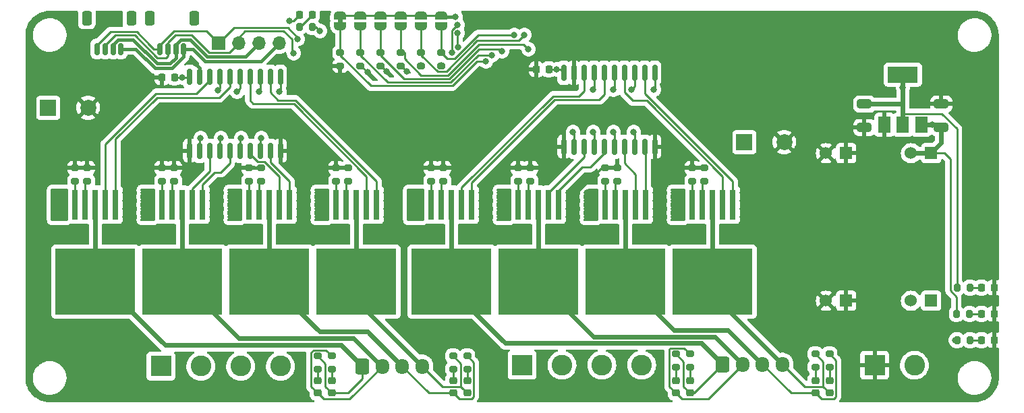
<source format=gtl>
G04 #@! TF.GenerationSoftware,KiCad,Pcbnew,(6.0.0)*
G04 #@! TF.CreationDate,2022-12-27T21:59:09-05:00*
G04 #@! TF.ProjectId,i2c BTS7960,69326320-4254-4533-9739-36302e6b6963,rev?*
G04 #@! TF.SameCoordinates,Original*
G04 #@! TF.FileFunction,Copper,L1,Top*
G04 #@! TF.FilePolarity,Positive*
%FSLAX46Y46*%
G04 Gerber Fmt 4.6, Leading zero omitted, Abs format (unit mm)*
G04 Created by KiCad (PCBNEW (6.0.0)) date 2022-12-27 21:59:09*
%MOMM*%
%LPD*%
G01*
G04 APERTURE LIST*
G04 Aperture macros list*
%AMRoundRect*
0 Rectangle with rounded corners*
0 $1 Rounding radius*
0 $2 $3 $4 $5 $6 $7 $8 $9 X,Y pos of 4 corners*
0 Add a 4 corners polygon primitive as box body*
4,1,4,$2,$3,$4,$5,$6,$7,$8,$9,$2,$3,0*
0 Add four circle primitives for the rounded corners*
1,1,$1+$1,$2,$3*
1,1,$1+$1,$4,$5*
1,1,$1+$1,$6,$7*
1,1,$1+$1,$8,$9*
0 Add four rect primitives between the rounded corners*
20,1,$1+$1,$2,$3,$4,$5,0*
20,1,$1+$1,$4,$5,$6,$7,0*
20,1,$1+$1,$6,$7,$8,$9,0*
20,1,$1+$1,$8,$9,$2,$3,0*%
%AMFreePoly0*
4,1,22,0.500000,-0.750000,0.000000,-0.750000,0.000000,-0.745033,-0.079941,-0.743568,-0.215256,-0.701293,-0.333266,-0.622738,-0.424486,-0.514219,-0.481581,-0.384460,-0.499164,-0.250000,-0.500000,-0.250000,-0.500000,0.250000,-0.499164,0.250000,-0.499963,0.256109,-0.478152,0.396186,-0.417904,0.524511,-0.324060,0.630769,-0.204165,0.706417,-0.067858,0.745374,0.000000,0.744959,0.000000,0.750000,
0.500000,0.750000,0.500000,-0.750000,0.500000,-0.750000,$1*%
%AMFreePoly1*
4,1,20,0.000000,0.744959,0.073905,0.744508,0.209726,0.703889,0.328688,0.626782,0.421226,0.519385,0.479903,0.390333,0.500000,0.250000,0.500000,-0.250000,0.499851,-0.262216,0.476331,-0.402017,0.414519,-0.529596,0.319384,-0.634700,0.198574,-0.708877,0.061801,-0.746166,0.000000,-0.745033,0.000000,-0.750000,-0.500000,-0.750000,-0.500000,0.750000,0.000000,0.750000,0.000000,0.744959,
0.000000,0.744959,$1*%
G04 Aperture macros list end*
G04 #@! TA.AperFunction,SMDPad,CuDef*
%ADD10RoundRect,0.200000X-0.200000X-0.275000X0.200000X-0.275000X0.200000X0.275000X-0.200000X0.275000X0*%
G04 #@! TD*
G04 #@! TA.AperFunction,ComponentPad*
%ADD11R,2.600000X2.600000*%
G04 #@! TD*
G04 #@! TA.AperFunction,ComponentPad*
%ADD12C,2.600000*%
G04 #@! TD*
G04 #@! TA.AperFunction,SMDPad,CuDef*
%ADD13RoundRect,0.200000X0.275000X-0.200000X0.275000X0.200000X-0.275000X0.200000X-0.275000X-0.200000X0*%
G04 #@! TD*
G04 #@! TA.AperFunction,SMDPad,CuDef*
%ADD14RoundRect,0.200000X-0.275000X0.200000X-0.275000X-0.200000X0.275000X-0.200000X0.275000X0.200000X0*%
G04 #@! TD*
G04 #@! TA.AperFunction,SMDPad,CuDef*
%ADD15RoundRect,0.218750X0.256250X-0.218750X0.256250X0.218750X-0.256250X0.218750X-0.256250X-0.218750X0*%
G04 #@! TD*
G04 #@! TA.AperFunction,SMDPad,CuDef*
%ADD16RoundRect,0.218750X0.218750X0.256250X-0.218750X0.256250X-0.218750X-0.256250X0.218750X-0.256250X0*%
G04 #@! TD*
G04 #@! TA.AperFunction,SMDPad,CuDef*
%ADD17R,1.500000X2.000000*%
G04 #@! TD*
G04 #@! TA.AperFunction,SMDPad,CuDef*
%ADD18R,3.800000X2.000000*%
G04 #@! TD*
G04 #@! TA.AperFunction,SMDPad,CuDef*
%ADD19RoundRect,0.150000X0.150000X-0.875000X0.150000X0.875000X-0.150000X0.875000X-0.150000X-0.875000X0*%
G04 #@! TD*
G04 #@! TA.AperFunction,ComponentPad*
%ADD20R,1.524000X1.524000*%
G04 #@! TD*
G04 #@! TA.AperFunction,ComponentPad*
%ADD21C,1.524000*%
G04 #@! TD*
G04 #@! TA.AperFunction,SMDPad,CuDef*
%ADD22RoundRect,0.225000X0.225000X0.250000X-0.225000X0.250000X-0.225000X-0.250000X0.225000X-0.250000X0*%
G04 #@! TD*
G04 #@! TA.AperFunction,ComponentPad*
%ADD23R,2.000000X2.000000*%
G04 #@! TD*
G04 #@! TA.AperFunction,ComponentPad*
%ADD24C,2.000000*%
G04 #@! TD*
G04 #@! TA.AperFunction,SMDPad,CuDef*
%ADD25RoundRect,0.200000X0.200000X0.275000X-0.200000X0.275000X-0.200000X-0.275000X0.200000X-0.275000X0*%
G04 #@! TD*
G04 #@! TA.AperFunction,SMDPad,CuDef*
%ADD26R,0.800000X3.810000*%
G04 #@! TD*
G04 #@! TA.AperFunction,SMDPad,CuDef*
%ADD27R,10.070000X8.290000*%
G04 #@! TD*
G04 #@! TA.AperFunction,ComponentPad*
%ADD28RoundRect,0.250000X-0.600000X-0.725000X0.600000X-0.725000X0.600000X0.725000X-0.600000X0.725000X0*%
G04 #@! TD*
G04 #@! TA.AperFunction,ComponentPad*
%ADD29O,1.700000X1.950000*%
G04 #@! TD*
G04 #@! TA.AperFunction,SMDPad,CuDef*
%ADD30FreePoly0,270.000000*%
G04 #@! TD*
G04 #@! TA.AperFunction,SMDPad,CuDef*
%ADD31FreePoly1,270.000000*%
G04 #@! TD*
G04 #@! TA.AperFunction,SMDPad,CuDef*
%ADD32RoundRect,0.150000X0.150000X0.625000X-0.150000X0.625000X-0.150000X-0.625000X0.150000X-0.625000X0*%
G04 #@! TD*
G04 #@! TA.AperFunction,SMDPad,CuDef*
%ADD33RoundRect,0.250000X0.350000X0.650000X-0.350000X0.650000X-0.350000X-0.650000X0.350000X-0.650000X0*%
G04 #@! TD*
G04 #@! TA.AperFunction,SMDPad,CuDef*
%ADD34RoundRect,0.250000X-0.650000X0.325000X-0.650000X-0.325000X0.650000X-0.325000X0.650000X0.325000X0*%
G04 #@! TD*
G04 #@! TA.AperFunction,SMDPad,CuDef*
%ADD35RoundRect,0.218750X-0.218750X-0.256250X0.218750X-0.256250X0.218750X0.256250X-0.218750X0.256250X0*%
G04 #@! TD*
G04 #@! TA.AperFunction,ComponentPad*
%ADD36R,1.700000X1.700000*%
G04 #@! TD*
G04 #@! TA.AperFunction,ComponentPad*
%ADD37O,1.700000X1.700000*%
G04 #@! TD*
G04 #@! TA.AperFunction,SMDPad,CuDef*
%ADD38RoundRect,0.250000X0.650000X-0.325000X0.650000X0.325000X-0.650000X0.325000X-0.650000X-0.325000X0*%
G04 #@! TD*
G04 #@! TA.AperFunction,ViaPad*
%ADD39C,0.800000*%
G04 #@! TD*
G04 #@! TA.AperFunction,Conductor*
%ADD40C,0.600000*%
G04 #@! TD*
G04 #@! TA.AperFunction,Conductor*
%ADD41C,0.250000*%
G04 #@! TD*
G04 #@! TA.AperFunction,Conductor*
%ADD42C,0.400000*%
G04 #@! TD*
G04 APERTURE END LIST*
G36*
X139492000Y-83816000D02*
G01*
X138892000Y-83816000D01*
X138892000Y-83316000D01*
X139492000Y-83316000D01*
X139492000Y-83816000D01*
G37*
D10*
X216599000Y-123698000D03*
X218249000Y-123698000D03*
D11*
X206265000Y-126837000D03*
D12*
X211265000Y-126837000D03*
D13*
X172466000Y-103695000D03*
X172466000Y-102045000D03*
X161544000Y-103695000D03*
X161544000Y-102045000D03*
X183071000Y-127063000D03*
X183071000Y-125413000D03*
X140208000Y-103695000D03*
X140208000Y-102045000D03*
D14*
X151892000Y-87567000D03*
X151892000Y-89217000D03*
D15*
X181293000Y-130327500D03*
X181293000Y-128752500D03*
D13*
X118364000Y-103695000D03*
X118364000Y-102045000D03*
D16*
X221259500Y-123698000D03*
X219684500Y-123698000D03*
D14*
X149352000Y-87567000D03*
X149352000Y-89217000D03*
D17*
X207504000Y-96622000D03*
D18*
X209804000Y-90322000D03*
D17*
X209804000Y-96622000D03*
X212104000Y-96622000D03*
D13*
X116840000Y-103695000D03*
X116840000Y-102045000D03*
D10*
X216536000Y-120396000D03*
X218186000Y-120396000D03*
D13*
X183388000Y-103695000D03*
X183388000Y-102045000D03*
D19*
X120269000Y-99900000D03*
X121539000Y-99900000D03*
X122809000Y-99900000D03*
X124079000Y-99900000D03*
X125349000Y-99900000D03*
X126619000Y-99900000D03*
X127889000Y-99900000D03*
X129159000Y-99900000D03*
X130429000Y-99900000D03*
X131699000Y-99900000D03*
X131699000Y-90600000D03*
X130429000Y-90600000D03*
X129159000Y-90600000D03*
X127889000Y-90600000D03*
X126619000Y-90600000D03*
X125349000Y-90600000D03*
X124079000Y-90600000D03*
X122809000Y-90600000D03*
X121539000Y-90600000D03*
X120269000Y-90600000D03*
D15*
X183071000Y-130327500D03*
X183071000Y-128752500D03*
X136335000Y-130327500D03*
X136335000Y-128752500D03*
X153353000Y-130327500D03*
X153353000Y-128752500D03*
D14*
X144272000Y-87567000D03*
X144272000Y-89217000D03*
D13*
X184912000Y-103695000D03*
X184912000Y-102045000D03*
X138684000Y-103695000D03*
X138684000Y-102045000D03*
D20*
X213360000Y-118745000D03*
D21*
X210820000Y-118745000D03*
D20*
X202692000Y-118745000D03*
D21*
X200152000Y-118745000D03*
D20*
X202692000Y-100203000D03*
D21*
X200152000Y-100203000D03*
X210820000Y-100203000D03*
D20*
X213360000Y-100203000D03*
D22*
X118377000Y-90678000D03*
X116827000Y-90678000D03*
D15*
X198819000Y-130327500D03*
X198819000Y-128752500D03*
D16*
X221259500Y-117094000D03*
X219684500Y-117094000D03*
D14*
X200597000Y-125413000D03*
X200597000Y-127063000D03*
X139192000Y-87567000D03*
X139192000Y-89217000D03*
D23*
X102534323Y-94488000D03*
D24*
X107534323Y-94488000D03*
D25*
X135699000Y-84328000D03*
X134049000Y-84328000D03*
D26*
X156972000Y-106672000D03*
X155702000Y-106672000D03*
X154432000Y-106672000D03*
X153162000Y-106672000D03*
X151892000Y-106672000D03*
X150622000Y-106672000D03*
X149352000Y-106672000D03*
D27*
X153162000Y-116332000D03*
D28*
X141983000Y-126983000D03*
D29*
X144483000Y-126983000D03*
X146983000Y-126983000D03*
X149483000Y-126983000D03*
D26*
X134112000Y-106672000D03*
X132842000Y-106672000D03*
X131572000Y-106672000D03*
X130302000Y-106672000D03*
X129032000Y-106672000D03*
X127762000Y-106672000D03*
X126492000Y-106672000D03*
D27*
X130302000Y-116332000D03*
D30*
X151892000Y-82916000D03*
D31*
X151892000Y-84216000D03*
D15*
X138113000Y-130327500D03*
X138113000Y-128752500D03*
D22*
X165367000Y-89662000D03*
X163817000Y-89662000D03*
D13*
X152146000Y-103695000D03*
X152146000Y-102045000D03*
D23*
X189910323Y-98806000D03*
D24*
X194910323Y-98806000D03*
D32*
X111673000Y-87090000D03*
X110673000Y-87090000D03*
X109673000Y-87090000D03*
X108673000Y-87090000D03*
D33*
X107373000Y-83215000D03*
X112973000Y-83215000D03*
D13*
X127762000Y-103695000D03*
X127762000Y-102045000D03*
D34*
X204978000Y-94029000D03*
X204978000Y-96979000D03*
D30*
X149352000Y-82916000D03*
D31*
X149352000Y-84216000D03*
D13*
X163068000Y-103695000D03*
X163068000Y-102045000D03*
X105918000Y-103695000D03*
X105918000Y-102045000D03*
D30*
X146812000Y-82916000D03*
D31*
X146812000Y-84216000D03*
D30*
X139192000Y-82916000D03*
D31*
X139192000Y-84216000D03*
D15*
X155131000Y-130327500D03*
X155131000Y-128752500D03*
D11*
X162022000Y-126837000D03*
D12*
X167022000Y-126837000D03*
X172022000Y-126837000D03*
X177022000Y-126837000D03*
D30*
X141732000Y-82916000D03*
D31*
X141732000Y-84216000D03*
D14*
X155131000Y-125667000D03*
X155131000Y-127317000D03*
D13*
X198819000Y-127063000D03*
X198819000Y-125413000D03*
D26*
X189738000Y-106672000D03*
X188468000Y-106672000D03*
X187198000Y-106672000D03*
X185928000Y-106672000D03*
X184658000Y-106672000D03*
X183388000Y-106672000D03*
X182118000Y-106672000D03*
D27*
X185928000Y-116332000D03*
D35*
X134086500Y-82804000D03*
X135661500Y-82804000D03*
D26*
X178816000Y-106672000D03*
X177546000Y-106672000D03*
X176276000Y-106672000D03*
X175006000Y-106672000D03*
X173736000Y-106672000D03*
X172466000Y-106672000D03*
X171196000Y-106672000D03*
D27*
X175006000Y-116332000D03*
D30*
X144272000Y-82916000D03*
D31*
X144272000Y-84216000D03*
D13*
X173990000Y-103695000D03*
X173990000Y-102045000D03*
D28*
X187195000Y-126746000D03*
D29*
X189695000Y-126746000D03*
X192195000Y-126746000D03*
X194695000Y-126746000D03*
D13*
X107442000Y-103695000D03*
X107442000Y-102045000D03*
D15*
X200597000Y-130327500D03*
X200597000Y-128752500D03*
D26*
X145034000Y-106672000D03*
X143764000Y-106672000D03*
X142494000Y-106672000D03*
X141224000Y-106672000D03*
X139954000Y-106672000D03*
X138684000Y-106672000D03*
X137414000Y-106672000D03*
D27*
X141224000Y-116332000D03*
D13*
X138113000Y-127317000D03*
X138113000Y-125667000D03*
D36*
X123889000Y-86360000D03*
D37*
X126429000Y-86360000D03*
X128969000Y-86360000D03*
X131509000Y-86360000D03*
D38*
X214630000Y-96979000D03*
X214630000Y-94029000D03*
D26*
X112268000Y-106672000D03*
X110998000Y-106672000D03*
X109728000Y-106672000D03*
X108458000Y-106672000D03*
X107188000Y-106672000D03*
X105918000Y-106672000D03*
X104648000Y-106672000D03*
D27*
X108458000Y-116332000D03*
D11*
X116683000Y-126964000D03*
D12*
X121683000Y-126964000D03*
X126683000Y-126964000D03*
X131683000Y-126964000D03*
D26*
X167894000Y-106672000D03*
X166624000Y-106672000D03*
X165354000Y-106672000D03*
X164084000Y-106672000D03*
X162814000Y-106672000D03*
X161544000Y-106672000D03*
X160274000Y-106672000D03*
D27*
X164084000Y-116332000D03*
D19*
X167259000Y-99392000D03*
X168529000Y-99392000D03*
X169799000Y-99392000D03*
X171069000Y-99392000D03*
X172339000Y-99392000D03*
X173609000Y-99392000D03*
X174879000Y-99392000D03*
X176149000Y-99392000D03*
X177419000Y-99392000D03*
X178689000Y-99392000D03*
X178689000Y-90092000D03*
X177419000Y-90092000D03*
X176149000Y-90092000D03*
X174879000Y-90092000D03*
X173609000Y-90092000D03*
X172339000Y-90092000D03*
X171069000Y-90092000D03*
X169799000Y-90092000D03*
X168529000Y-90092000D03*
X167259000Y-90092000D03*
D14*
X181293000Y-125413000D03*
X181293000Y-127063000D03*
D13*
X150622000Y-103695000D03*
X150622000Y-102045000D03*
X129286000Y-103695000D03*
X129286000Y-102045000D03*
D14*
X146812000Y-87567000D03*
X146812000Y-89217000D03*
X141732000Y-87567000D03*
X141732000Y-89217000D03*
D26*
X123190000Y-106672000D03*
X121920000Y-106672000D03*
X120650000Y-106672000D03*
X119380000Y-106672000D03*
X118110000Y-106672000D03*
X116840000Y-106672000D03*
X115570000Y-106672000D03*
D27*
X119380000Y-116332000D03*
D32*
X119547000Y-87090000D03*
X118547000Y-87090000D03*
X117547000Y-87090000D03*
X116547000Y-87090000D03*
D33*
X115247000Y-83215000D03*
X120847000Y-83215000D03*
D13*
X153353000Y-127317000D03*
X153353000Y-125667000D03*
D14*
X136335000Y-125667000D03*
X136335000Y-127317000D03*
D16*
X221259500Y-120396000D03*
X219684500Y-120396000D03*
D10*
X216599000Y-117094000D03*
X218249000Y-117094000D03*
D39*
X153670000Y-83058000D03*
X209804000Y-91948000D03*
X112268000Y-105156000D03*
X156972000Y-106172000D03*
X124206000Y-107188000D03*
X146050000Y-107188000D03*
X168910000Y-106172000D03*
X189738000Y-106172000D03*
X167894000Y-107188000D03*
X123190000Y-108204000D03*
X135128000Y-106172000D03*
X113284000Y-105156000D03*
X145034000Y-105156000D03*
X190754000Y-105156000D03*
X156972000Y-108204000D03*
X112268000Y-106172000D03*
X134112000Y-105156000D03*
X123190000Y-107188000D03*
X135128000Y-105156000D03*
X157988000Y-106172000D03*
X157988000Y-105156000D03*
X156972000Y-105156000D03*
X142621000Y-90043000D03*
X135128000Y-107188000D03*
X179832000Y-108204000D03*
X113284000Y-107188000D03*
X149352000Y-89154000D03*
X146050000Y-105156000D03*
X146050000Y-108204000D03*
X124206000Y-108204000D03*
X147574000Y-89916000D03*
X167894000Y-106172000D03*
X157988000Y-107188000D03*
X145034000Y-106172000D03*
X113284000Y-108204000D03*
X190754000Y-106172000D03*
X123190000Y-106172000D03*
X179832000Y-105156000D03*
X112268000Y-107188000D03*
X124206000Y-105156000D03*
X179832000Y-106172000D03*
X168910000Y-107188000D03*
X134112000Y-108204000D03*
X145034000Y-107188000D03*
X167894000Y-108204000D03*
X178816000Y-108204000D03*
X189738000Y-105156000D03*
X157988000Y-108204000D03*
X146050000Y-106172000D03*
X190754000Y-107188000D03*
X179832000Y-107188000D03*
X190754000Y-108204000D03*
X112268000Y-108204000D03*
X134112000Y-107188000D03*
X123190000Y-105156000D03*
X189738000Y-108204000D03*
X135128000Y-108204000D03*
X145034000Y-108204000D03*
X120650000Y-88646000D03*
X134112000Y-106172000D03*
X178816000Y-105156000D03*
X145034000Y-89916000D03*
X178816000Y-106172000D03*
X168910000Y-105156000D03*
X168910000Y-108204000D03*
X113284000Y-106172000D03*
X167894000Y-105156000D03*
X151892000Y-89154000D03*
X156972000Y-107188000D03*
X189738000Y-107188000D03*
X178816000Y-107188000D03*
X124206000Y-106172000D03*
X119380000Y-90678000D03*
X213512000Y-96622000D03*
X166370000Y-89662000D03*
X104648000Y-107188000D03*
X137414000Y-108204000D03*
X115570000Y-107188000D03*
X148082000Y-106172000D03*
X103378000Y-106172000D03*
X115570000Y-106172000D03*
X149352000Y-107188000D03*
X159258000Y-105156000D03*
X137414000Y-105156000D03*
X137414000Y-106172000D03*
X171196000Y-106172000D03*
X126492000Y-107188000D03*
X181102000Y-106172000D03*
X136398000Y-107188000D03*
X114554000Y-108204000D03*
X182118000Y-108204000D03*
X171196000Y-105156000D03*
X114554000Y-107188000D03*
X182118000Y-106172000D03*
X104648000Y-105156000D03*
X182118000Y-107188000D03*
X114554000Y-105156000D03*
X170180000Y-105156000D03*
X159258000Y-107188000D03*
X170180000Y-108204000D03*
X104648000Y-106172000D03*
X125476000Y-107188000D03*
X126492000Y-105156000D03*
X148082000Y-107188000D03*
X103378000Y-105156000D03*
X159258000Y-108204000D03*
X126492000Y-106172000D03*
X216408000Y-123698000D03*
X171196000Y-107188000D03*
X149352000Y-108204000D03*
X181102000Y-107188000D03*
X136398000Y-105156000D03*
X182118000Y-105156000D03*
X115570000Y-108204000D03*
X160274000Y-105156000D03*
X126492000Y-108204000D03*
X137414000Y-107188000D03*
X103378000Y-107188000D03*
X148082000Y-105156000D03*
X136398000Y-108204000D03*
X136398000Y-106172000D03*
X170180000Y-106172000D03*
X115570000Y-105156000D03*
X160274000Y-108204000D03*
X171196000Y-108204000D03*
X181102000Y-105156000D03*
X125476000Y-105156000D03*
X160274000Y-106172000D03*
X149352000Y-105156000D03*
X104648000Y-108204000D03*
X125476000Y-108204000D03*
X149352000Y-106172000D03*
X114554000Y-106172000D03*
X181102000Y-108204000D03*
X125476000Y-106172000D03*
X103378000Y-108204000D03*
X160274000Y-107188000D03*
X170180000Y-107188000D03*
X148082000Y-108204000D03*
X159258000Y-106172000D03*
X136652000Y-84836000D03*
X132842000Y-83566000D03*
X149606000Y-116840000D03*
X152654000Y-114808000D03*
X153670000Y-116840000D03*
X150622000Y-113792000D03*
X151638000Y-112776000D03*
X149606000Y-115824000D03*
X151638000Y-113792000D03*
X149606000Y-112776000D03*
X154686000Y-112776000D03*
X153670000Y-114808000D03*
X152654000Y-113792000D03*
X153670000Y-112776000D03*
X155702000Y-114808000D03*
X149606000Y-113792000D03*
X155702000Y-112776000D03*
X150622000Y-112776000D03*
X150622000Y-115824000D03*
X151638000Y-115824000D03*
X152654000Y-115824000D03*
X153670000Y-113792000D03*
X154686000Y-113792000D03*
X151638000Y-114808000D03*
X155702000Y-115824000D03*
X154686000Y-115824000D03*
X152654000Y-112776000D03*
X154686000Y-114808000D03*
X155702000Y-116840000D03*
X154686000Y-116840000D03*
X149606000Y-114808000D03*
X150622000Y-114808000D03*
X150622000Y-116840000D03*
X155702000Y-113792000D03*
X152654000Y-116840000D03*
X153670000Y-115824000D03*
X151638000Y-116840000D03*
X105156000Y-116840000D03*
X109220000Y-113792000D03*
X107188000Y-115824000D03*
X107188000Y-116840000D03*
X110236000Y-113792000D03*
X105156000Y-114808000D03*
X106172000Y-115824000D03*
X110236000Y-115824000D03*
X109220000Y-115824000D03*
X108204000Y-116840000D03*
X110236000Y-116840000D03*
X109220000Y-114808000D03*
X111252000Y-113792000D03*
X106172000Y-116840000D03*
X111252000Y-116840000D03*
X110236000Y-112776000D03*
X109220000Y-112776000D03*
X106172000Y-113792000D03*
X108204000Y-112776000D03*
X109220000Y-116840000D03*
X108204000Y-114808000D03*
X111252000Y-112776000D03*
X108204000Y-113792000D03*
X107188000Y-113792000D03*
X110236000Y-114808000D03*
X111252000Y-115824000D03*
X106172000Y-112776000D03*
X107188000Y-114808000D03*
X107188000Y-112776000D03*
X106172000Y-114808000D03*
X105156000Y-115824000D03*
X105156000Y-112776000D03*
X108204000Y-115824000D03*
X105156000Y-113792000D03*
X111252000Y-114808000D03*
X121920000Y-116840000D03*
X116840000Y-114808000D03*
X118872000Y-112776000D03*
X120904000Y-114808000D03*
X115824000Y-116840000D03*
X118872000Y-115824000D03*
X118872000Y-114808000D03*
X118872000Y-116840000D03*
X118872000Y-113792000D03*
X115824000Y-112776000D03*
X117856000Y-113792000D03*
X119888000Y-112776000D03*
X120904000Y-113792000D03*
X121920000Y-112776000D03*
X115824000Y-113792000D03*
X119888000Y-114808000D03*
X121920000Y-113792000D03*
X119888000Y-116840000D03*
X120904000Y-115824000D03*
X121920000Y-115824000D03*
X119888000Y-113792000D03*
X115824000Y-115824000D03*
X116840000Y-116840000D03*
X116840000Y-115824000D03*
X116840000Y-112776000D03*
X117856000Y-116840000D03*
X117856000Y-114808000D03*
X119888000Y-115824000D03*
X117856000Y-115824000D03*
X116840000Y-113792000D03*
X121920000Y-114808000D03*
X117856000Y-112776000D03*
X115824000Y-114808000D03*
X120904000Y-112776000D03*
X120904000Y-116840000D03*
X126746000Y-115824000D03*
X127762000Y-116840000D03*
X128778000Y-114808000D03*
X131826000Y-113792000D03*
X127762000Y-114808000D03*
X129794000Y-113792000D03*
X126746000Y-114808000D03*
X132842000Y-112776000D03*
X129794000Y-115824000D03*
X130810000Y-116840000D03*
X128778000Y-112776000D03*
X131826000Y-112776000D03*
X127762000Y-112776000D03*
X128778000Y-116840000D03*
X129794000Y-112776000D03*
X129794000Y-114808000D03*
X128778000Y-113792000D03*
X130810000Y-114808000D03*
X127762000Y-113792000D03*
X129794000Y-116840000D03*
X132842000Y-114808000D03*
X126746000Y-112776000D03*
X132842000Y-115824000D03*
X130810000Y-113792000D03*
X126746000Y-113792000D03*
X126746000Y-116840000D03*
X131826000Y-114808000D03*
X128778000Y-115824000D03*
X131826000Y-115824000D03*
X130810000Y-115824000D03*
X131826000Y-116840000D03*
X132842000Y-113792000D03*
X127762000Y-115824000D03*
X130810000Y-112776000D03*
X132842000Y-116840000D03*
X139700000Y-115824000D03*
X137668000Y-112776000D03*
X137668000Y-113792000D03*
X142748000Y-114808000D03*
X138684000Y-116840000D03*
X138684000Y-114808000D03*
X142748000Y-115824000D03*
X143764000Y-115824000D03*
X138684000Y-112776000D03*
X137668000Y-114808000D03*
X143764000Y-114808000D03*
X139700000Y-116840000D03*
X141732000Y-116840000D03*
X141732000Y-113792000D03*
X143764000Y-112776000D03*
X137668000Y-116840000D03*
X140716000Y-112776000D03*
X143764000Y-113792000D03*
X140716000Y-113792000D03*
X138684000Y-113792000D03*
X140716000Y-115824000D03*
X141732000Y-112776000D03*
X139700000Y-114808000D03*
X138684000Y-115824000D03*
X142748000Y-112776000D03*
X137668000Y-115824000D03*
X142748000Y-113792000D03*
X143764000Y-116840000D03*
X141732000Y-115824000D03*
X141732000Y-114808000D03*
X139700000Y-113792000D03*
X140716000Y-116840000D03*
X139700000Y-112776000D03*
X140716000Y-114808000D03*
X142748000Y-116840000D03*
X133858000Y-85852000D03*
X133350000Y-87630000D03*
X153924000Y-85090000D03*
X153943000Y-86849000D03*
X153924000Y-84074000D03*
X153218489Y-87573511D03*
X161036000Y-85344000D03*
X162306000Y-85344000D03*
X162814000Y-87122000D03*
X159512000Y-87376000D03*
X158242000Y-87884000D03*
X157480000Y-88646000D03*
X129286000Y-98298000D03*
X124206000Y-98298000D03*
X126746000Y-98298000D03*
X121666000Y-98298000D03*
X123825000Y-92329000D03*
X129032000Y-92456000D03*
X126238000Y-92456000D03*
X131572000Y-92456000D03*
X170942000Y-92202000D03*
X168402000Y-97536000D03*
X173482000Y-97536000D03*
X170942000Y-97536000D03*
X176022000Y-97536000D03*
X178562000Y-92202000D03*
X173482000Y-92202000D03*
X175768000Y-92202000D03*
X161544000Y-113792000D03*
X166624000Y-112776000D03*
X164592000Y-113792000D03*
X162560000Y-114808000D03*
X160528000Y-116840000D03*
X166624000Y-114808000D03*
X163576000Y-114808000D03*
X163576000Y-115824000D03*
X160528000Y-115824000D03*
X160528000Y-114808000D03*
X162560000Y-113792000D03*
X166624000Y-113792000D03*
X163576000Y-112776000D03*
X161544000Y-116840000D03*
X161544000Y-114808000D03*
X164592000Y-115824000D03*
X163576000Y-113792000D03*
X164592000Y-112776000D03*
X165608000Y-112776000D03*
X160528000Y-112776000D03*
X165608000Y-116840000D03*
X166624000Y-115824000D03*
X160528000Y-113792000D03*
X166624000Y-116840000D03*
X162560000Y-112776000D03*
X162560000Y-116840000D03*
X164592000Y-114808000D03*
X165608000Y-115824000D03*
X161544000Y-112776000D03*
X161544000Y-115824000D03*
X165608000Y-113792000D03*
X162560000Y-115824000D03*
X165608000Y-114808000D03*
X164592000Y-116840000D03*
X163576000Y-116840000D03*
X174498000Y-113792000D03*
X177546000Y-112776000D03*
X176530000Y-115824000D03*
X176530000Y-113792000D03*
X175514000Y-116840000D03*
X172466000Y-112776000D03*
X172466000Y-114808000D03*
X176530000Y-112776000D03*
X171450000Y-115824000D03*
X175514000Y-112776000D03*
X171450000Y-116840000D03*
X177546000Y-113792000D03*
X175514000Y-113792000D03*
X172466000Y-116840000D03*
X173482000Y-115824000D03*
X173482000Y-114808000D03*
X171450000Y-112776000D03*
X172466000Y-115824000D03*
X174498000Y-115824000D03*
X177546000Y-115824000D03*
X173482000Y-113792000D03*
X173482000Y-116840000D03*
X171450000Y-114808000D03*
X174498000Y-114808000D03*
X176530000Y-114808000D03*
X174498000Y-116840000D03*
X171450000Y-113792000D03*
X173482000Y-112776000D03*
X175514000Y-114808000D03*
X172466000Y-113792000D03*
X174498000Y-112776000D03*
X176530000Y-116840000D03*
X175514000Y-115824000D03*
X177546000Y-116840000D03*
X177546000Y-114808000D03*
X188468000Y-114808000D03*
X183388000Y-115824000D03*
X185420000Y-112776000D03*
X186436000Y-114808000D03*
X187452000Y-113792000D03*
X185420000Y-115824000D03*
X185420000Y-113792000D03*
X184404000Y-112776000D03*
X182372000Y-113792000D03*
X184404000Y-116840000D03*
X186436000Y-113792000D03*
X187452000Y-115824000D03*
X188468000Y-113792000D03*
X182372000Y-116840000D03*
X182372000Y-115824000D03*
X183388000Y-116840000D03*
X187452000Y-116840000D03*
X188468000Y-115824000D03*
X188468000Y-112776000D03*
X182372000Y-112776000D03*
X188468000Y-116840000D03*
X184404000Y-114808000D03*
X182372000Y-114808000D03*
X183388000Y-112776000D03*
X184404000Y-113792000D03*
X187452000Y-112776000D03*
X186436000Y-112776000D03*
X187452000Y-114808000D03*
X183388000Y-113792000D03*
X184404000Y-115824000D03*
X183388000Y-114808000D03*
X185420000Y-116840000D03*
X186436000Y-115824000D03*
X186436000Y-116840000D03*
X185420000Y-114808000D03*
D40*
X209755000Y-94029000D02*
X209804000Y-93980000D01*
D41*
X214688493Y-95250000D02*
X209804000Y-95250000D01*
D40*
X209804000Y-91948000D02*
X209804000Y-93980000D01*
X209804000Y-90322000D02*
X209804000Y-91948000D01*
D42*
X152034000Y-83058000D02*
X151892000Y-82916000D01*
D41*
X149352000Y-82916000D02*
X151892000Y-82916000D01*
X216599000Y-97160507D02*
X214688493Y-95250000D01*
X144272000Y-82916000D02*
X146812000Y-82916000D01*
D42*
X153670000Y-83058000D02*
X152034000Y-83058000D01*
D41*
X139192000Y-82916000D02*
X141732000Y-82916000D01*
D40*
X209804000Y-93980000D02*
X209804000Y-95250000D01*
D41*
X216599000Y-117094000D02*
X216599000Y-97160507D01*
X146812000Y-82916000D02*
X149352000Y-82916000D01*
D40*
X204978000Y-94029000D02*
X209755000Y-94029000D01*
X209804000Y-95250000D02*
X209804000Y-96622000D01*
D41*
X141732000Y-82916000D02*
X144272000Y-82916000D01*
X141732000Y-89217000D02*
X141795000Y-89217000D01*
X172021000Y-102045000D02*
X172466000Y-102045000D01*
X146875000Y-89217000D02*
X147574000Y-89916000D01*
X146812000Y-89217000D02*
X146875000Y-89217000D01*
D42*
X121539000Y-89535000D02*
X120650000Y-88646000D01*
D41*
X141795000Y-89217000D02*
X142621000Y-90043000D01*
X168910000Y-105156000D02*
X172021000Y-102045000D01*
X144335000Y-89217000D02*
X145034000Y-89916000D01*
X144272000Y-89217000D02*
X144335000Y-89217000D01*
D42*
X121539000Y-90600000D02*
X121539000Y-89535000D01*
D40*
X214630000Y-98933000D02*
X213360000Y-100203000D01*
D41*
X119380000Y-90678000D02*
X120191000Y-90678000D01*
X165367000Y-89662000D02*
X166370000Y-89662000D01*
D40*
X214630000Y-96979000D02*
X214630000Y-98933000D01*
D41*
X215011000Y-100203000D02*
X215768109Y-100960109D01*
X166829000Y-89662000D02*
X167259000Y-90092000D01*
X216536000Y-118247783D02*
X215768109Y-117479891D01*
X166370000Y-89662000D02*
X166829000Y-89662000D01*
X216536000Y-120396000D02*
X216536000Y-118247783D01*
X213360000Y-100203000D02*
X215011000Y-100203000D01*
D40*
X213512000Y-96622000D02*
X214273000Y-96622000D01*
X213360000Y-100203000D02*
X210820000Y-100203000D01*
X212104000Y-96622000D02*
X213512000Y-96622000D01*
D41*
X118377000Y-90678000D02*
X119380000Y-90678000D01*
D40*
X214273000Y-96622000D02*
X214630000Y-96979000D01*
D41*
X120191000Y-90678000D02*
X120269000Y-90600000D01*
X215768109Y-100960109D02*
X215768109Y-117479891D01*
D42*
X120353675Y-85915480D02*
X119169382Y-85915480D01*
D41*
X135699000Y-84328000D02*
X136144000Y-84328000D01*
D42*
X117839480Y-88916520D02*
X116185664Y-88916520D01*
X116185664Y-88916520D02*
X113184624Y-85915480D01*
X113184624Y-85915480D02*
X111295382Y-85915480D01*
X128969000Y-86360000D02*
X127269969Y-88059031D01*
D41*
X136144000Y-84328000D02*
X136652000Y-84836000D01*
D42*
X119169382Y-85915480D02*
X118547000Y-86537862D01*
X111295382Y-85915480D02*
X110673000Y-86537862D01*
X118547000Y-88209000D02*
X117839480Y-88916520D01*
X110673000Y-86537862D02*
X110673000Y-87090000D01*
X122497226Y-88059031D02*
X120353675Y-85915480D01*
X118547000Y-87090000D02*
X118547000Y-88209000D01*
X127269969Y-88059031D02*
X122497226Y-88059031D01*
X118547000Y-86537862D02*
X118547000Y-87090000D01*
X129210449Y-88658551D02*
X131509000Y-86360000D01*
X119547000Y-87090000D02*
X120680345Y-87090000D01*
X120680345Y-87090000D02*
X122248896Y-88658551D01*
X115937335Y-89516040D02*
X118087810Y-89516040D01*
X122248896Y-88658551D02*
X129210449Y-88658551D01*
X119547000Y-88056850D02*
X119547000Y-87090000D01*
X111673000Y-87090000D02*
X113511294Y-87090000D01*
D41*
X134086500Y-82804000D02*
X133324500Y-83566000D01*
D42*
X118087810Y-89516040D02*
X119547000Y-88056850D01*
D41*
X133324500Y-83566000D02*
X132842000Y-83566000D01*
D42*
X113511294Y-87090000D02*
X115937335Y-89516040D01*
D40*
X153162000Y-114300000D02*
X153670000Y-114808000D01*
D41*
X183071000Y-130327500D02*
X183613500Y-130327500D01*
X182271480Y-126391480D02*
X182271480Y-129527980D01*
X181293000Y-125413000D02*
X182271480Y-126391480D01*
D40*
X153162000Y-106672000D02*
X153162000Y-114300000D01*
D41*
X182271480Y-129527980D02*
X183071000Y-130327500D01*
D40*
X153162000Y-117317922D02*
X153162000Y-116332000D01*
X184512961Y-124063961D02*
X159908039Y-124063961D01*
X159908039Y-124063961D02*
X153162000Y-117317922D01*
X187195000Y-126746000D02*
X184512961Y-124063961D01*
D41*
X183613500Y-130327500D02*
X187195000Y-126746000D01*
X138138500Y-130302000D02*
X140208000Y-130302000D01*
D40*
X141983000Y-126983000D02*
X139317961Y-124317961D01*
D41*
X137313480Y-126645480D02*
X137313480Y-129527980D01*
D40*
X117186939Y-124317961D02*
X109200978Y-116332000D01*
D41*
X138113000Y-130327500D02*
X138138500Y-130302000D01*
D40*
X109200978Y-116332000D02*
X108458000Y-116332000D01*
D41*
X141983000Y-128527000D02*
X141983000Y-126983000D01*
X137313480Y-129527980D02*
X138113000Y-130327500D01*
X140208000Y-130302000D02*
X141983000Y-128527000D01*
D40*
X108458000Y-115570000D02*
X108204000Y-115824000D01*
X108458000Y-106672000D02*
X108458000Y-115570000D01*
X139317961Y-124317961D02*
X136540039Y-124317961D01*
D41*
X136335000Y-125667000D02*
X137313480Y-126645480D01*
D40*
X136540039Y-124317961D02*
X117186939Y-124317961D01*
X144367981Y-126983000D02*
X140828981Y-123444000D01*
D41*
X140376480Y-131089520D02*
X144483000Y-126983000D01*
D40*
X140828981Y-123444000D02*
X126492000Y-123444000D01*
D41*
X135535480Y-129527980D02*
X136335000Y-130327500D01*
X138113000Y-125667000D02*
X137388480Y-124942480D01*
X137388480Y-124942480D02*
X135842737Y-124942480D01*
X135535480Y-125249737D02*
X135535480Y-129527980D01*
D40*
X119380000Y-106672000D02*
X119380000Y-116332000D01*
D41*
X137097020Y-131089520D02*
X140376480Y-131089520D01*
X135842737Y-124942480D02*
X135535480Y-125249737D01*
D40*
X126492000Y-123444000D02*
X119380000Y-116332000D01*
X144483000Y-126983000D02*
X144367981Y-126983000D01*
D41*
X136335000Y-130327500D02*
X137097020Y-131089520D01*
D40*
X130302000Y-106672000D02*
X130302000Y-113284000D01*
X136614480Y-122644480D02*
X130302000Y-116332000D01*
D41*
X153353000Y-130327500D02*
X150327500Y-130327500D01*
X153353000Y-130327500D02*
X154115020Y-131089520D01*
X150327500Y-130327500D02*
X146983000Y-126983000D01*
D40*
X142644480Y-122644480D02*
X136943520Y-122644480D01*
D41*
X155676480Y-131089520D02*
X155930520Y-130835480D01*
D40*
X136943520Y-122644480D02*
X136614480Y-122644480D01*
X146983000Y-126983000D02*
X142644480Y-122644480D01*
D41*
X155930520Y-130835480D02*
X155930520Y-126466520D01*
D40*
X130302000Y-113284000D02*
X130810000Y-113792000D01*
D41*
X154115020Y-131089520D02*
X155676480Y-131089520D01*
X155930520Y-126466520D02*
X155131000Y-125667000D01*
X152065480Y-129565480D02*
X154368980Y-129565480D01*
D40*
X141224000Y-106672000D02*
X141224000Y-114300000D01*
D41*
X154331480Y-129527980D02*
X154514750Y-129711250D01*
D40*
X141224000Y-118724000D02*
X141224000Y-116332000D01*
D41*
X154368980Y-129565480D02*
X154514750Y-129711250D01*
X154514750Y-129711250D02*
X155131000Y-130327500D01*
X149483000Y-126983000D02*
X152065480Y-129565480D01*
X153353000Y-125667000D02*
X154331480Y-126645480D01*
D40*
X149483000Y-126983000D02*
X141224000Y-118724000D01*
D41*
X154331480Y-126645480D02*
X154331480Y-129527980D01*
D40*
X141224000Y-114300000D02*
X140716000Y-114808000D01*
D41*
X181293000Y-127063000D02*
X181293000Y-128752500D01*
X200597000Y-127063000D02*
X200597000Y-128752500D01*
X136335000Y-127317000D02*
X136335000Y-128752500D01*
X155131000Y-127317000D02*
X155131000Y-128752500D01*
X183071000Y-127063000D02*
X183071000Y-128752500D01*
X198819000Y-127063000D02*
X198819000Y-128752500D01*
X138113000Y-127317000D02*
X138113000Y-128752500D01*
X153353000Y-127317000D02*
X153353000Y-128752500D01*
X218249000Y-123698000D02*
X219684500Y-123698000D01*
X134137500Y-84328000D02*
X135661500Y-82804000D01*
X134049000Y-84328000D02*
X134137500Y-84328000D01*
X218186000Y-120396000D02*
X219684500Y-120396000D01*
X218249000Y-117094000D02*
X219684500Y-117094000D01*
X122365000Y-84836000D02*
X123889000Y-86360000D01*
X110375488Y-84941440D02*
X113643440Y-84941440D01*
X116547000Y-87090000D02*
X116547000Y-86643928D01*
X125862520Y-84386480D02*
X132595440Y-84386480D01*
X133858000Y-85649040D02*
X133858000Y-85852000D01*
X108673000Y-86643928D02*
X110375488Y-84941440D01*
X113643440Y-84941440D02*
X115316000Y-86614000D01*
X118354928Y-84836000D02*
X122365000Y-84836000D01*
X123889000Y-86360000D02*
X125862520Y-84386480D01*
X132595440Y-84386480D02*
X133858000Y-85649040D01*
X108673000Y-87090000D02*
X108673000Y-86643928D01*
X115792000Y-87090000D02*
X116547000Y-87090000D01*
X115316000Y-86614000D02*
X115792000Y-87090000D01*
X116547000Y-86643928D02*
X118354928Y-84836000D01*
X109673000Y-86643928D02*
X110925968Y-85390960D01*
X117547000Y-86305000D02*
X117547000Y-87090000D01*
X133350000Y-87630000D02*
X133133489Y-87413489D01*
X127254000Y-84836000D02*
X126429000Y-85661000D01*
X125254489Y-87534511D02*
X122714490Y-87534511D01*
X113401888Y-85390960D02*
X116200448Y-88189520D01*
X126429000Y-85661000D02*
X126429000Y-86360000D01*
X132080000Y-84836000D02*
X127254000Y-84836000D01*
X109673000Y-87090000D02*
X109673000Y-86643928D01*
X120570938Y-85390960D02*
X118461040Y-85390960D01*
X133133489Y-85889489D02*
X132080000Y-84836000D01*
X118461040Y-85390960D02*
X117547000Y-86305000D01*
X133133489Y-87413489D02*
X133133489Y-85889489D01*
X126429000Y-86360000D02*
X125254489Y-87534511D01*
X116200448Y-88189520D02*
X117296480Y-88189520D01*
X117296480Y-88189520D02*
X117547000Y-87939000D01*
X110925968Y-85390960D02*
X113401888Y-85390960D01*
X117547000Y-87939000D02*
X117547000Y-87090000D01*
X122714490Y-87534511D02*
X120570938Y-85390960D01*
X153924000Y-86830000D02*
X153943000Y-86849000D01*
X153924000Y-85090000D02*
X153924000Y-86830000D01*
X153924000Y-84074000D02*
X153915386Y-84074000D01*
X153199489Y-84789897D02*
X153199489Y-87554511D01*
X153915386Y-84074000D02*
X153199489Y-84789897D01*
X153199489Y-87554511D02*
X153218489Y-87573511D01*
X153518592Y-88298022D02*
X156472614Y-85344000D01*
X151892000Y-84216000D02*
X151892000Y-87567000D01*
X156472614Y-85344000D02*
X161036000Y-85344000D01*
X151892000Y-87567000D02*
X152623022Y-88298022D01*
X152623022Y-88298022D02*
X153518592Y-88298022D01*
X152510811Y-89941520D02*
X156383820Y-86068511D01*
X161581489Y-86068511D02*
X162306000Y-85344000D01*
X149352000Y-87893783D02*
X151399737Y-89941520D01*
X151399737Y-89941520D02*
X152510811Y-89941520D01*
X149352000Y-84216000D02*
X149352000Y-87567000D01*
X149352000Y-87567000D02*
X149352000Y-87893783D01*
X156383820Y-86068511D02*
X161581489Y-86068511D01*
X149309257Y-90391040D02*
X152697008Y-90391040D01*
X162210031Y-86518031D02*
X162814000Y-87122000D01*
X147257000Y-88338783D02*
X149309257Y-90391040D01*
X147257000Y-87567000D02*
X147257000Y-88338783D01*
X156570018Y-86518031D02*
X162210031Y-86518031D01*
X152697009Y-90391040D02*
X156570018Y-86518031D01*
X152697008Y-90391040D02*
X152697009Y-90391040D01*
X146812000Y-84216000D02*
X146812000Y-87567000D01*
X146812000Y-87567000D02*
X147257000Y-87567000D01*
X144272000Y-87893783D02*
X144272000Y-87567000D01*
X147218777Y-90840560D02*
X144272000Y-87893783D01*
X156601767Y-87122000D02*
X152883206Y-90840560D01*
X159512000Y-87376000D02*
X159258000Y-87122000D01*
X144272000Y-84216000D02*
X144272000Y-87567000D01*
X152883206Y-90840560D02*
X147218777Y-90840560D01*
X159258000Y-87122000D02*
X156601767Y-87122000D01*
X145128297Y-91290080D02*
X141732000Y-87893783D01*
X153069406Y-91290080D02*
X145128297Y-91290080D01*
X141732000Y-87893783D02*
X141732000Y-87567000D01*
X156475485Y-87884000D02*
X153069406Y-91290080D01*
X141732000Y-84216000D02*
X141732000Y-87567000D01*
X158242000Y-87884000D02*
X156475485Y-87884000D01*
X153255602Y-91739600D02*
X143037817Y-91739600D01*
X156349203Y-88646000D02*
X153255602Y-91739600D01*
X139192000Y-87893783D02*
X139192000Y-87567000D01*
X143037817Y-91739600D02*
X139192000Y-87893783D01*
X157480000Y-88646000D02*
X156349203Y-88646000D01*
X139192000Y-84216000D02*
X139192000Y-87567000D01*
X129159000Y-99900000D02*
X129159000Y-98425000D01*
X129159000Y-98425000D02*
X129286000Y-98298000D01*
X124079000Y-98425000D02*
X124206000Y-98298000D01*
X124079000Y-99900000D02*
X124079000Y-98425000D01*
X126619000Y-99900000D02*
X126619000Y-98425000D01*
X126619000Y-98425000D02*
X126746000Y-98298000D01*
X121539000Y-99900000D02*
X121539000Y-98425000D01*
X121539000Y-98425000D02*
X121666000Y-98298000D01*
X124079000Y-90600000D02*
X124079000Y-92075000D01*
X124079000Y-92075000D02*
X123825000Y-92329000D01*
X129159000Y-90600000D02*
X129159000Y-92329000D01*
X129159000Y-92329000D02*
X129032000Y-92456000D01*
X126619000Y-90600000D02*
X126619000Y-92075000D01*
X126619000Y-92075000D02*
X126238000Y-92456000D01*
X131699000Y-90600000D02*
X131699000Y-92329000D01*
X131699000Y-92329000D02*
X131572000Y-92456000D01*
X183388000Y-106672000D02*
X183388000Y-103695000D01*
X171069000Y-92075000D02*
X170942000Y-92202000D01*
X171069000Y-90092000D02*
X171069000Y-92075000D01*
X138684000Y-106672000D02*
X138684000Y-103695000D01*
X127762000Y-106672000D02*
X127762000Y-103695000D01*
X116840000Y-106672000D02*
X116840000Y-103695000D01*
X105918000Y-106672000D02*
X105918000Y-103695000D01*
X139954000Y-106672000D02*
X139954000Y-103949000D01*
X139954000Y-103949000D02*
X140208000Y-103695000D01*
X129032000Y-106672000D02*
X129032000Y-103949000D01*
X129032000Y-103949000D02*
X129286000Y-103695000D01*
X118110000Y-106672000D02*
X118110000Y-103949000D01*
X118110000Y-103949000D02*
X118364000Y-103695000D01*
X107188000Y-103949000D02*
X107442000Y-103695000D01*
X107188000Y-106672000D02*
X107188000Y-103949000D01*
X168529000Y-99392000D02*
X168529000Y-97663000D01*
X168529000Y-97663000D02*
X168402000Y-97536000D01*
X173609000Y-99392000D02*
X173609000Y-97663000D01*
X173609000Y-97663000D02*
X173482000Y-97536000D01*
X171069000Y-97663000D02*
X170942000Y-97536000D01*
X171069000Y-99392000D02*
X171069000Y-97663000D01*
X176149000Y-99392000D02*
X176149000Y-97663000D01*
X176149000Y-97663000D02*
X176022000Y-97536000D01*
X178689000Y-90092000D02*
X178689000Y-92075000D01*
X178689000Y-92075000D02*
X178562000Y-92202000D01*
X173609000Y-92075000D02*
X173482000Y-92202000D01*
X173609000Y-90092000D02*
X173609000Y-92075000D01*
X176149000Y-90092000D02*
X176149000Y-91821000D01*
X176149000Y-91821000D02*
X175768000Y-92202000D01*
X183071000Y-125413000D02*
X182346480Y-124688480D01*
X180619520Y-124688480D02*
X180493480Y-124814520D01*
D40*
X189695000Y-126746000D02*
X186213441Y-123264441D01*
X164084000Y-106672000D02*
X164084000Y-116332000D01*
D41*
X180493480Y-124814520D02*
X180493480Y-129527980D01*
X182055020Y-131089520D02*
X185351480Y-131089520D01*
X181293000Y-130327500D02*
X182055020Y-131089520D01*
D40*
X186213441Y-123264441D02*
X171016441Y-123264441D01*
D41*
X185351480Y-131089520D02*
X189695000Y-126746000D01*
X180493480Y-129527980D02*
X181293000Y-130327500D01*
D40*
X171016441Y-123264441D02*
X164084000Y-116332000D01*
D41*
X182346480Y-124688480D02*
X180619520Y-124688480D01*
X199581020Y-131089520D02*
X198819000Y-130327500D01*
X201396520Y-130835480D02*
X201142480Y-131089520D01*
X200597000Y-125413000D02*
X201396520Y-126212520D01*
D40*
X187877000Y-122428000D02*
X181102000Y-122428000D01*
D41*
X201396520Y-126212520D02*
X201396520Y-130835480D01*
D40*
X181102000Y-122428000D02*
X175006000Y-116332000D01*
D41*
X201142480Y-131089520D02*
X199581020Y-131089520D01*
D40*
X175006000Y-106672000D02*
X175006000Y-116332000D01*
X192195000Y-126746000D02*
X187877000Y-122428000D01*
D41*
X198819000Y-130327500D02*
X195776500Y-130327500D01*
X195776500Y-130327500D02*
X192195000Y-126746000D01*
D40*
X185928000Y-117979000D02*
X185928000Y-116332000D01*
D41*
X200597000Y-130327500D02*
X199797480Y-129527980D01*
D40*
X185928000Y-106672000D02*
X185928000Y-116332000D01*
D41*
X197476980Y-129527980D02*
X194695000Y-126746000D01*
D40*
X194695000Y-126746000D02*
X185928000Y-117979000D01*
D41*
X199797480Y-129527980D02*
X197476980Y-129527980D01*
X199797480Y-126391480D02*
X198819000Y-125413000D01*
X199797480Y-129527980D02*
X199797480Y-126391480D01*
X151892000Y-106672000D02*
X151892000Y-103949000D01*
X151892000Y-103949000D02*
X152146000Y-103695000D01*
X162814000Y-103949000D02*
X163068000Y-103695000D01*
X162814000Y-106672000D02*
X162814000Y-103949000D01*
X173736000Y-106672000D02*
X173736000Y-103949000D01*
X173736000Y-103949000D02*
X173990000Y-103695000D01*
X184658000Y-103949000D02*
X184912000Y-103695000D01*
X184658000Y-106672000D02*
X184658000Y-103949000D01*
X150622000Y-106672000D02*
X150622000Y-103695000D01*
X161544000Y-106672000D02*
X161544000Y-103695000D01*
X172466000Y-106672000D02*
X172466000Y-103695000D01*
X165354000Y-106672000D02*
X165354000Y-105156000D01*
X169799000Y-100711000D02*
X169799000Y-99392000D01*
X165354000Y-105156000D02*
X169799000Y-100711000D01*
X170561000Y-101981000D02*
X172339000Y-100203000D01*
X169545000Y-101981000D02*
X170561000Y-101981000D01*
X166624000Y-106672000D02*
X166624000Y-104902000D01*
X172339000Y-100203000D02*
X172339000Y-99392000D01*
X166624000Y-104902000D02*
X169545000Y-101981000D01*
X155702000Y-103886000D02*
X166116000Y-93472000D01*
X172339000Y-92837000D02*
X172339000Y-90092000D01*
X166116000Y-93472000D02*
X171704000Y-93472000D01*
X155702000Y-106672000D02*
X155702000Y-103886000D01*
X171704000Y-93472000D02*
X172339000Y-92837000D01*
X120650000Y-104648000D02*
X120650000Y-106672000D01*
X122809000Y-99900000D02*
X122809000Y-102489000D01*
X122809000Y-102489000D02*
X120650000Y-104648000D01*
X121920000Y-104140000D02*
X121920000Y-106672000D01*
X125349000Y-101473000D02*
X124206000Y-102616000D01*
X123444000Y-102616000D02*
X121920000Y-104140000D01*
X125349000Y-99900000D02*
X125349000Y-101473000D01*
X124206000Y-102616000D02*
X123444000Y-102616000D01*
X133545980Y-93530480D02*
X131376480Y-93530480D01*
X130429000Y-92583000D02*
X130429000Y-90600000D01*
X131376480Y-93530480D02*
X130429000Y-92583000D01*
X143764000Y-106672000D02*
X143764000Y-103748499D01*
X143764000Y-103748499D02*
X133545980Y-93530480D01*
X131572000Y-103114217D02*
X131572000Y-106672000D01*
X128812448Y-101249520D02*
X129707303Y-101249520D01*
X129707303Y-101249520D02*
X131572000Y-103114217D01*
X127889000Y-99900000D02*
X127889000Y-100326072D01*
X127889000Y-100326072D02*
X128812448Y-101249520D01*
X130429000Y-99900000D02*
X130429000Y-101335499D01*
X132842000Y-103748499D02*
X132842000Y-106672000D01*
X130429000Y-101335499D02*
X132842000Y-103748499D01*
X128270000Y-93980000D02*
X127889000Y-93599000D01*
X142494000Y-103114217D02*
X133359783Y-93980000D01*
X133359783Y-93980000D02*
X128270000Y-93980000D01*
X127889000Y-93599000D02*
X127889000Y-90600000D01*
X142494000Y-106672000D02*
X142494000Y-103114217D01*
X125349000Y-91829614D02*
X123960614Y-93218000D01*
X123960614Y-93218000D02*
X116205718Y-93218000D01*
X116205718Y-93218000D02*
X110998000Y-98425718D01*
X125349000Y-90600000D02*
X125349000Y-91829614D01*
X110998000Y-98425718D02*
X110998000Y-106672000D01*
X109728000Y-99060000D02*
X109728000Y-106672000D01*
X122809000Y-90600000D02*
X122809000Y-91026072D01*
X116078000Y-92710000D02*
X109728000Y-99060000D01*
X122809000Y-91026072D02*
X121125072Y-92710000D01*
X121125072Y-92710000D02*
X116078000Y-92710000D01*
X169799000Y-90092000D02*
X169799000Y-92387480D01*
X154432000Y-104520283D02*
X154432000Y-106672000D01*
X165929804Y-93022480D02*
X154432000Y-104520283D01*
X169164000Y-93022480D02*
X165929804Y-93022480D01*
X169799000Y-92387480D02*
X169164000Y-93022480D01*
X176276000Y-102870000D02*
X174879000Y-101473000D01*
X176276000Y-106672000D02*
X176276000Y-102870000D01*
X174879000Y-99392000D02*
X174879000Y-101473000D01*
X177546000Y-99519000D02*
X177546000Y-106672000D01*
X177419000Y-99392000D02*
X177546000Y-99519000D01*
X188468000Y-103748500D02*
X188468000Y-106672000D01*
X177419000Y-90092000D02*
X177419000Y-92699500D01*
X177419000Y-92699500D02*
X188468000Y-103748500D01*
X187198000Y-106672000D02*
X187198000Y-103114217D01*
X174879000Y-92583000D02*
X174879000Y-90092000D01*
X187198000Y-103114217D02*
X177682784Y-93599000D01*
X177682784Y-93599000D02*
X175895000Y-93599000D01*
X175895000Y-93599000D02*
X174879000Y-92583000D01*
G04 #@! TA.AperFunction,Conductor*
G36*
X115873621Y-104668002D02*
G01*
X115920114Y-104721658D01*
X115931500Y-104774000D01*
X115931500Y-108586000D01*
X115911498Y-108654121D01*
X115857842Y-108700614D01*
X115805500Y-108712000D01*
X114247618Y-108712000D01*
X114179497Y-108691998D01*
X114133004Y-108638342D01*
X114122900Y-108568068D01*
X114127785Y-108547064D01*
X114175502Y-108400206D01*
X114177542Y-108393928D01*
X114197504Y-108204000D01*
X114177542Y-108014072D01*
X114118527Y-107832444D01*
X114076124Y-107759000D01*
X114059386Y-107690005D01*
X114076124Y-107633000D01*
X114115223Y-107565279D01*
X114115224Y-107565278D01*
X114118527Y-107559556D01*
X114177542Y-107377928D01*
X114197504Y-107188000D01*
X114177542Y-106998072D01*
X114118527Y-106816444D01*
X114076124Y-106743000D01*
X114059386Y-106674005D01*
X114076124Y-106617000D01*
X114115223Y-106549279D01*
X114115224Y-106549278D01*
X114118527Y-106543556D01*
X114177542Y-106361928D01*
X114197504Y-106172000D01*
X114177542Y-105982072D01*
X114118527Y-105800444D01*
X114076124Y-105727000D01*
X114059386Y-105658005D01*
X114076124Y-105601000D01*
X114115223Y-105533279D01*
X114115224Y-105533278D01*
X114118527Y-105527556D01*
X114177542Y-105345928D01*
X114197504Y-105156000D01*
X114177542Y-104966072D01*
X114127785Y-104812936D01*
X114125757Y-104741969D01*
X114162420Y-104681171D01*
X114226132Y-104649845D01*
X114247618Y-104648000D01*
X115805500Y-104648000D01*
X115873621Y-104668002D01*
G37*
G04 #@! TD.AperFunction*
G04 #@! TA.AperFunction,Conductor*
G36*
X171499621Y-104668002D02*
G01*
X171546114Y-104721658D01*
X171557500Y-104774000D01*
X171557500Y-108586000D01*
X171537498Y-108654121D01*
X171483842Y-108700614D01*
X171431500Y-108712000D01*
X169873618Y-108712000D01*
X169805497Y-108691998D01*
X169759004Y-108638342D01*
X169748900Y-108568068D01*
X169753785Y-108547064D01*
X169801502Y-108400206D01*
X169803542Y-108393928D01*
X169823504Y-108204000D01*
X169803542Y-108014072D01*
X169744527Y-107832444D01*
X169702124Y-107759000D01*
X169685386Y-107690005D01*
X169702124Y-107633000D01*
X169741223Y-107565279D01*
X169741224Y-107565278D01*
X169744527Y-107559556D01*
X169803542Y-107377928D01*
X169823504Y-107188000D01*
X169803542Y-106998072D01*
X169744527Y-106816444D01*
X169702124Y-106743000D01*
X169685386Y-106674005D01*
X169702124Y-106617000D01*
X169741223Y-106549279D01*
X169741224Y-106549278D01*
X169744527Y-106543556D01*
X169803542Y-106361928D01*
X169823504Y-106172000D01*
X169803542Y-105982072D01*
X169744527Y-105800444D01*
X169702124Y-105727000D01*
X169685386Y-105658005D01*
X169702124Y-105601000D01*
X169741223Y-105533279D01*
X169741224Y-105533278D01*
X169744527Y-105527556D01*
X169803542Y-105345928D01*
X169820907Y-105180706D01*
X169847920Y-105115050D01*
X169857122Y-105104782D01*
X170276999Y-104684905D01*
X170339311Y-104650879D01*
X170366094Y-104648000D01*
X171431500Y-104648000D01*
X171499621Y-104668002D01*
G37*
G04 #@! TD.AperFunction*
G04 #@! TA.AperFunction,Conductor*
G36*
X126795621Y-104668002D02*
G01*
X126842114Y-104721658D01*
X126853500Y-104774000D01*
X126853500Y-108586000D01*
X126833498Y-108654121D01*
X126779842Y-108700614D01*
X126727500Y-108712000D01*
X125169618Y-108712000D01*
X125101497Y-108691998D01*
X125055004Y-108638342D01*
X125044900Y-108568068D01*
X125049785Y-108547064D01*
X125097502Y-108400206D01*
X125099542Y-108393928D01*
X125119504Y-108204000D01*
X125099542Y-108014072D01*
X125040527Y-107832444D01*
X124998124Y-107759000D01*
X124981386Y-107690005D01*
X124998124Y-107633000D01*
X125037223Y-107565279D01*
X125037224Y-107565278D01*
X125040527Y-107559556D01*
X125099542Y-107377928D01*
X125119504Y-107188000D01*
X125099542Y-106998072D01*
X125040527Y-106816444D01*
X124998124Y-106743000D01*
X124981386Y-106674005D01*
X124998124Y-106617000D01*
X125037223Y-106549279D01*
X125037224Y-106549278D01*
X125040527Y-106543556D01*
X125099542Y-106361928D01*
X125119504Y-106172000D01*
X125099542Y-105982072D01*
X125040527Y-105800444D01*
X124998124Y-105727000D01*
X124981386Y-105658005D01*
X124998124Y-105601000D01*
X125037223Y-105533279D01*
X125037224Y-105533278D01*
X125040527Y-105527556D01*
X125099542Y-105345928D01*
X125119504Y-105156000D01*
X125099542Y-104966072D01*
X125049785Y-104812936D01*
X125047757Y-104741969D01*
X125084420Y-104681171D01*
X125148132Y-104649845D01*
X125169618Y-104648000D01*
X126727500Y-104648000D01*
X126795621Y-104668002D01*
G37*
G04 #@! TD.AperFunction*
G04 #@! TA.AperFunction,Conductor*
G36*
X104951621Y-104668002D02*
G01*
X104998114Y-104721658D01*
X105009500Y-104774000D01*
X105009500Y-108586000D01*
X104989498Y-108654121D01*
X104935842Y-108700614D01*
X104883500Y-108712000D01*
X102996000Y-108712000D01*
X102927879Y-108691998D01*
X102881386Y-108638342D01*
X102870000Y-108586000D01*
X102870000Y-104774000D01*
X102890002Y-104705879D01*
X102943658Y-104659386D01*
X102996000Y-104648000D01*
X104883500Y-104648000D01*
X104951621Y-104668002D01*
G37*
G04 #@! TD.AperFunction*
G04 #@! TA.AperFunction,Conductor*
G36*
X137976382Y-82330002D02*
G01*
X138022875Y-82383658D01*
X138032979Y-82453932D01*
X138021986Y-82490245D01*
X137997645Y-82541277D01*
X137997642Y-82541284D01*
X137995711Y-82545333D01*
X137953001Y-82682039D01*
X137952284Y-82686463D01*
X137952284Y-82686465D01*
X137949375Y-82704424D01*
X137929713Y-82825821D01*
X137927088Y-82969020D01*
X137927641Y-82973465D01*
X137927878Y-82977944D01*
X137927751Y-82977951D01*
X137928271Y-82986339D01*
X137928271Y-83416000D01*
X137933500Y-83489111D01*
X137935403Y-83495591D01*
X137944167Y-83525438D01*
X137947988Y-83578868D01*
X137928271Y-83716000D01*
X137928271Y-84203322D01*
X137928250Y-84205630D01*
X137927088Y-84269020D01*
X137927641Y-84273459D01*
X137943712Y-84402476D01*
X137945093Y-84413565D01*
X137982766Y-84551745D01*
X137984548Y-84555862D01*
X137984549Y-84555866D01*
X138035329Y-84673211D01*
X138040612Y-84685420D01*
X138115552Y-84807472D01*
X138118415Y-84810920D01*
X138118416Y-84810922D01*
X138204380Y-84914466D01*
X138208592Y-84919540D01*
X138314776Y-85015654D01*
X138318492Y-85018161D01*
X138318494Y-85018162D01*
X138431817Y-85094599D01*
X138431822Y-85094602D01*
X138435536Y-85097107D01*
X138487441Y-85122254D01*
X138540021Y-85169955D01*
X138558500Y-85235645D01*
X138558500Y-86684775D01*
X138538498Y-86752896D01*
X138497771Y-86792551D01*
X138476619Y-86805361D01*
X138355361Y-86926619D01*
X138266528Y-87073301D01*
X138264257Y-87080548D01*
X138264256Y-87080550D01*
X138249209Y-87128565D01*
X138215247Y-87236938D01*
X138208500Y-87310365D01*
X138208501Y-87823634D01*
X138208764Y-87826492D01*
X138208764Y-87826501D01*
X138209041Y-87829512D01*
X138215247Y-87897062D01*
X138217246Y-87903440D01*
X138217246Y-87903441D01*
X138247994Y-88001556D01*
X138266528Y-88060699D01*
X138355361Y-88207381D01*
X138451239Y-88303259D01*
X138485265Y-88365571D01*
X138480200Y-88436386D01*
X138451239Y-88481449D01*
X138361131Y-88571557D01*
X138351824Y-88583426D01*
X138270921Y-88717012D01*
X138264715Y-88730757D01*
X138217744Y-88880644D01*
X138215131Y-88893694D01*
X138210087Y-88948586D01*
X138213475Y-88960124D01*
X138214865Y-88961329D01*
X138222548Y-88963000D01*
X139313123Y-88963000D01*
X139381244Y-88983002D01*
X139402218Y-88999905D01*
X139409095Y-89006782D01*
X139443121Y-89069094D01*
X139446000Y-89095877D01*
X139446000Y-90106884D01*
X139450475Y-90122123D01*
X139451865Y-90123328D01*
X139459548Y-90124999D01*
X139520705Y-90124999D01*
X139526454Y-90124736D01*
X139590315Y-90118868D01*
X139603351Y-90116257D01*
X139753243Y-90069285D01*
X139766988Y-90063079D01*
X139900574Y-89982176D01*
X139912443Y-89972869D01*
X140022869Y-89862443D01*
X140032182Y-89850567D01*
X140032189Y-89850555D01*
X140032196Y-89850548D01*
X140036867Y-89844592D01*
X140037860Y-89845371D01*
X140084591Y-89802653D01*
X140154572Y-89790686D01*
X140219913Y-89818454D01*
X140229054Y-89826741D01*
X142534160Y-92131847D01*
X142541704Y-92140137D01*
X142545817Y-92146618D01*
X142551594Y-92152043D01*
X142595484Y-92193258D01*
X142598326Y-92196013D01*
X142618048Y-92215735D01*
X142621172Y-92218158D01*
X142621176Y-92218162D01*
X142621241Y-92218212D01*
X142630262Y-92225917D01*
X142662496Y-92256186D01*
X142669444Y-92260005D01*
X142669446Y-92260007D01*
X142680249Y-92265946D01*
X142696776Y-92276802D01*
X142706515Y-92284357D01*
X142706517Y-92284358D01*
X142712777Y-92289214D01*
X142753357Y-92306774D01*
X142764005Y-92311991D01*
X142788793Y-92325618D01*
X142802757Y-92333295D01*
X142810433Y-92335266D01*
X142810436Y-92335267D01*
X142822379Y-92338333D01*
X142841084Y-92344737D01*
X142859672Y-92352781D01*
X142867495Y-92354020D01*
X142867505Y-92354023D01*
X142903341Y-92359699D01*
X142914961Y-92362105D01*
X142950106Y-92371128D01*
X142957787Y-92373100D01*
X142978041Y-92373100D01*
X142997751Y-92374651D01*
X143017760Y-92377820D01*
X143025652Y-92377074D01*
X143044397Y-92375302D01*
X143061779Y-92373659D01*
X143073636Y-92373100D01*
X153176835Y-92373100D01*
X153188018Y-92373627D01*
X153195511Y-92375302D01*
X153203437Y-92375053D01*
X153203438Y-92375053D01*
X153263601Y-92373162D01*
X153267559Y-92373100D01*
X153295458Y-92373100D01*
X153299449Y-92372596D01*
X153311282Y-92371664D01*
X153355491Y-92370274D01*
X153363105Y-92368062D01*
X153363110Y-92368061D01*
X153374943Y-92364623D01*
X153394306Y-92360612D01*
X153414399Y-92358074D01*
X153421766Y-92355157D01*
X153421771Y-92355156D01*
X153455510Y-92341798D01*
X153466737Y-92337954D01*
X153474041Y-92335832D01*
X153509195Y-92325618D01*
X153526630Y-92315307D01*
X153544378Y-92306612D01*
X153563219Y-92299152D01*
X153598989Y-92273164D01*
X153608909Y-92266648D01*
X153640137Y-92248180D01*
X153640140Y-92248178D01*
X153646964Y-92244142D01*
X153661285Y-92229821D01*
X153676319Y-92216980D01*
X153678033Y-92215735D01*
X153692709Y-92205072D01*
X153720900Y-92170995D01*
X153728890Y-92162216D01*
X155933670Y-89957438D01*
X162859000Y-89957438D01*
X162859337Y-89963953D01*
X162868894Y-90056057D01*
X162871788Y-90069456D01*
X162921381Y-90218107D01*
X162927555Y-90231286D01*
X163009788Y-90364173D01*
X163018824Y-90375574D01*
X163129429Y-90485986D01*
X163140840Y-90494998D01*
X163273880Y-90577004D01*
X163287061Y-90583151D01*
X163435814Y-90632491D01*
X163449190Y-90635358D01*
X163540097Y-90644672D01*
X163545126Y-90644929D01*
X163560124Y-90640525D01*
X163561329Y-90639135D01*
X163563000Y-90631452D01*
X163563000Y-90626885D01*
X164071000Y-90626885D01*
X164075475Y-90642124D01*
X164076865Y-90643329D01*
X164084548Y-90645000D01*
X164087438Y-90645000D01*
X164093953Y-90644663D01*
X164186057Y-90635106D01*
X164199456Y-90632212D01*
X164348107Y-90582619D01*
X164361286Y-90576445D01*
X164494173Y-90494212D01*
X164511311Y-90480629D01*
X164512841Y-90482559D01*
X164564880Y-90454097D01*
X164635699Y-90459113D01*
X164672617Y-90482799D01*
X164673372Y-90481843D01*
X164679118Y-90486381D01*
X164684298Y-90491552D01*
X164690528Y-90495392D01*
X164690529Y-90495393D01*
X164822020Y-90576445D01*
X164829899Y-90581302D01*
X164992243Y-90635149D01*
X164999080Y-90635849D01*
X164999082Y-90635850D01*
X165040401Y-90640083D01*
X165093268Y-90645500D01*
X165640732Y-90645500D01*
X165643978Y-90645163D01*
X165643982Y-90645163D01*
X165678083Y-90641625D01*
X165743019Y-90634887D01*
X165788615Y-90619675D01*
X165898324Y-90583073D01*
X165898326Y-90583072D01*
X165905268Y-90580756D01*
X165972114Y-90539391D01*
X166040565Y-90520553D01*
X166077355Y-90526703D01*
X166081680Y-90528108D01*
X166087712Y-90530794D01*
X166094168Y-90532166D01*
X166094167Y-90532166D01*
X166268056Y-90569128D01*
X166268061Y-90569128D01*
X166274513Y-90570500D01*
X166324500Y-90570500D01*
X166392621Y-90590502D01*
X166439114Y-90644158D01*
X166450500Y-90696500D01*
X166450500Y-91033502D01*
X166453438Y-91070831D01*
X166499855Y-91230601D01*
X166509723Y-91247286D01*
X166580509Y-91366980D01*
X166580511Y-91366983D01*
X166584547Y-91373807D01*
X166702193Y-91491453D01*
X166709016Y-91495488D01*
X166709020Y-91495491D01*
X166782134Y-91538730D01*
X166845399Y-91576145D01*
X166853010Y-91578356D01*
X166853012Y-91578357D01*
X166903084Y-91592904D01*
X167005169Y-91622562D01*
X167011574Y-91623066D01*
X167011579Y-91623067D01*
X167040042Y-91625307D01*
X167040050Y-91625307D01*
X167042498Y-91625500D01*
X167475502Y-91625500D01*
X167477950Y-91625307D01*
X167477958Y-91625307D01*
X167506421Y-91623067D01*
X167506426Y-91623066D01*
X167512831Y-91622562D01*
X167614916Y-91592904D01*
X167664988Y-91578357D01*
X167664990Y-91578356D01*
X167672601Y-91576145D01*
X167815807Y-91491453D01*
X167818747Y-91488513D01*
X167883271Y-91463179D01*
X167952894Y-91477080D01*
X167971640Y-91489129D01*
X167979323Y-91495089D01*
X168108779Y-91571648D01*
X168123210Y-91577893D01*
X168257605Y-91616939D01*
X168271706Y-91616899D01*
X168275000Y-91609630D01*
X168275000Y-88580122D01*
X168271027Y-88566591D01*
X168263129Y-88565456D01*
X168123210Y-88606107D01*
X168108779Y-88612352D01*
X167979324Y-88688910D01*
X167971636Y-88694874D01*
X167905551Y-88720821D01*
X167835928Y-88706920D01*
X167819842Y-88696582D01*
X167815807Y-88692547D01*
X167806386Y-88686975D01*
X167679427Y-88611892D01*
X167679428Y-88611892D01*
X167672601Y-88607855D01*
X167664990Y-88605644D01*
X167664988Y-88605643D01*
X167577142Y-88580122D01*
X167512831Y-88561438D01*
X167506426Y-88560934D01*
X167506421Y-88560933D01*
X167477958Y-88558693D01*
X167477950Y-88558693D01*
X167475502Y-88558500D01*
X167042498Y-88558500D01*
X167040050Y-88558693D01*
X167040042Y-88558693D01*
X167011579Y-88560933D01*
X167011574Y-88560934D01*
X167005169Y-88561438D01*
X166940858Y-88580122D01*
X166853012Y-88605643D01*
X166853010Y-88605644D01*
X166845399Y-88607855D01*
X166838572Y-88611892D01*
X166838573Y-88611892D01*
X166709020Y-88688509D01*
X166709017Y-88688511D01*
X166702193Y-88692547D01*
X166658807Y-88735933D01*
X166596495Y-88769959D01*
X166543516Y-88770085D01*
X166471946Y-88754873D01*
X166471947Y-88754873D01*
X166465487Y-88753500D01*
X166274513Y-88753500D01*
X166268061Y-88754872D01*
X166268056Y-88754872D01*
X166177335Y-88774156D01*
X166087712Y-88793206D01*
X166081683Y-88795890D01*
X166077341Y-88797301D01*
X166006374Y-88799330D01*
X165972286Y-88784728D01*
X165971607Y-88784309D01*
X165941776Y-88765921D01*
X165910333Y-88746539D01*
X165910330Y-88746538D01*
X165904101Y-88742698D01*
X165741757Y-88688851D01*
X165734920Y-88688151D01*
X165734918Y-88688150D01*
X165693599Y-88683917D01*
X165640732Y-88678500D01*
X165093268Y-88678500D01*
X165090022Y-88678837D01*
X165090018Y-88678837D01*
X165060730Y-88681876D01*
X164990981Y-88689113D01*
X164973722Y-88694871D01*
X164835676Y-88740927D01*
X164835674Y-88740928D01*
X164828732Y-88743244D01*
X164822508Y-88747096D01*
X164822507Y-88747096D01*
X164715199Y-88813500D01*
X164683287Y-88833248D01*
X164678114Y-88838430D01*
X164672377Y-88842977D01*
X164670945Y-88841170D01*
X164618425Y-88869902D01*
X164547605Y-88864892D01*
X164511147Y-88841501D01*
X164510317Y-88842552D01*
X164493160Y-88829002D01*
X164360120Y-88746996D01*
X164346939Y-88740849D01*
X164198186Y-88691509D01*
X164184810Y-88688642D01*
X164093903Y-88679328D01*
X164088874Y-88679071D01*
X164073876Y-88683475D01*
X164072671Y-88684865D01*
X164071000Y-88692547D01*
X164071000Y-90626885D01*
X163563000Y-90626885D01*
X163563000Y-89934115D01*
X163558525Y-89918876D01*
X163557135Y-89917671D01*
X163549452Y-89916000D01*
X162877115Y-89916000D01*
X162861876Y-89920475D01*
X162860671Y-89921865D01*
X162859000Y-89929548D01*
X162859000Y-89957438D01*
X155933670Y-89957438D01*
X156574703Y-89316405D01*
X156637015Y-89282379D01*
X156663798Y-89279500D01*
X156771800Y-89279500D01*
X156839921Y-89299502D01*
X156859147Y-89315843D01*
X156859420Y-89315540D01*
X156864332Y-89319963D01*
X156868747Y-89324866D01*
X156889021Y-89339596D01*
X156983171Y-89408000D01*
X157023248Y-89437118D01*
X157029276Y-89439802D01*
X157029278Y-89439803D01*
X157191681Y-89512109D01*
X157197712Y-89514794D01*
X157291113Y-89534647D01*
X157378056Y-89553128D01*
X157378061Y-89553128D01*
X157384513Y-89554500D01*
X157575487Y-89554500D01*
X157581939Y-89553128D01*
X157581944Y-89553128D01*
X157668887Y-89534647D01*
X157762288Y-89514794D01*
X157768319Y-89512109D01*
X157930722Y-89439803D01*
X157930724Y-89439802D01*
X157936752Y-89437118D01*
X158001762Y-89389885D01*
X162859000Y-89389885D01*
X162863475Y-89405124D01*
X162864865Y-89406329D01*
X162872548Y-89408000D01*
X163544885Y-89408000D01*
X163560124Y-89403525D01*
X163561329Y-89402135D01*
X163563000Y-89394452D01*
X163563000Y-88697115D01*
X163558525Y-88681876D01*
X163557135Y-88680671D01*
X163549452Y-88679000D01*
X163546562Y-88679000D01*
X163540047Y-88679337D01*
X163447943Y-88688894D01*
X163434544Y-88691788D01*
X163285893Y-88741381D01*
X163272714Y-88747555D01*
X163139827Y-88829788D01*
X163128426Y-88838824D01*
X163018014Y-88949429D01*
X163009002Y-88960840D01*
X162926996Y-89093880D01*
X162920849Y-89107061D01*
X162871509Y-89255814D01*
X162868642Y-89269190D01*
X162859328Y-89360097D01*
X162859000Y-89366514D01*
X162859000Y-89389885D01*
X158001762Y-89389885D01*
X158091253Y-89324866D01*
X158095675Y-89319955D01*
X158214621Y-89187852D01*
X158214622Y-89187851D01*
X158219040Y-89182944D01*
X158284573Y-89069438D01*
X158311223Y-89023279D01*
X158311224Y-89023278D01*
X158314527Y-89017556D01*
X158368895Y-88850231D01*
X158408968Y-88791626D01*
X158462529Y-88765922D01*
X158524288Y-88752794D01*
X158546964Y-88742698D01*
X158692722Y-88677803D01*
X158692724Y-88677802D01*
X158698752Y-88675118D01*
X158853253Y-88562866D01*
X158857675Y-88557955D01*
X158976621Y-88425852D01*
X158976622Y-88425851D01*
X158981040Y-88420944D01*
X159056069Y-88290990D01*
X159107451Y-88241997D01*
X159177165Y-88228561D01*
X159216438Y-88238884D01*
X159223676Y-88242107D01*
X159223679Y-88242108D01*
X159229712Y-88244794D01*
X159271340Y-88253642D01*
X159410056Y-88283128D01*
X159410061Y-88283128D01*
X159416513Y-88284500D01*
X159607487Y-88284500D01*
X159613939Y-88283128D01*
X159613944Y-88283128D01*
X159721630Y-88260238D01*
X159794288Y-88244794D01*
X159800323Y-88242107D01*
X159962722Y-88169803D01*
X159962724Y-88169802D01*
X159968752Y-88167118D01*
X160123253Y-88054866D01*
X160146847Y-88028662D01*
X160246621Y-87917852D01*
X160246622Y-87917851D01*
X160251040Y-87912944D01*
X160346527Y-87747556D01*
X160405542Y-87565928D01*
X160411597Y-87508323D01*
X160424814Y-87382565D01*
X160425504Y-87376000D01*
X160416539Y-87290701D01*
X160429311Y-87220863D01*
X160477813Y-87169016D01*
X160541849Y-87151531D01*
X161790149Y-87151531D01*
X161858270Y-87171533D01*
X161904763Y-87225189D01*
X161915459Y-87264360D01*
X161920458Y-87311928D01*
X161979473Y-87493556D01*
X161982776Y-87499278D01*
X161982777Y-87499279D01*
X162012667Y-87551049D01*
X162074960Y-87658944D01*
X162079378Y-87663851D01*
X162079379Y-87663852D01*
X162198325Y-87795955D01*
X162202747Y-87800866D01*
X162238065Y-87826526D01*
X162325450Y-87890015D01*
X162357248Y-87913118D01*
X162363276Y-87915802D01*
X162363278Y-87915803D01*
X162504326Y-87978601D01*
X162531712Y-87990794D01*
X162616348Y-88008784D01*
X162712056Y-88029128D01*
X162712061Y-88029128D01*
X162718513Y-88030500D01*
X162909487Y-88030500D01*
X162915939Y-88029128D01*
X162915944Y-88029128D01*
X163011652Y-88008784D01*
X163096288Y-87990794D01*
X163123674Y-87978601D01*
X163264722Y-87915803D01*
X163264724Y-87915802D01*
X163270752Y-87913118D01*
X163302551Y-87890015D01*
X163389935Y-87826526D01*
X163425253Y-87800866D01*
X163429675Y-87795955D01*
X163548621Y-87663852D01*
X163548622Y-87663851D01*
X163553040Y-87658944D01*
X163615333Y-87551049D01*
X163645223Y-87499279D01*
X163645224Y-87499278D01*
X163648527Y-87493556D01*
X163707542Y-87311928D01*
X163710194Y-87286701D01*
X163726814Y-87128565D01*
X163727504Y-87122000D01*
X163723946Y-87088148D01*
X163708232Y-86938635D01*
X163708232Y-86938633D01*
X163707542Y-86932072D01*
X163648527Y-86750444D01*
X163553040Y-86585056D01*
X163507744Y-86534749D01*
X163429675Y-86448045D01*
X163429674Y-86448044D01*
X163425253Y-86443134D01*
X163312438Y-86361169D01*
X163276094Y-86334763D01*
X163276093Y-86334762D01*
X163270752Y-86330882D01*
X163264724Y-86328198D01*
X163264722Y-86328197D01*
X163102319Y-86255891D01*
X163102318Y-86255891D01*
X163096288Y-86253206D01*
X163004542Y-86233705D01*
X162985401Y-86229636D01*
X162922927Y-86195907D01*
X162888606Y-86133758D01*
X162893334Y-86062919D01*
X162917962Y-86022079D01*
X163040621Y-85885852D01*
X163040622Y-85885851D01*
X163045040Y-85880944D01*
X163140527Y-85715556D01*
X163199542Y-85533928D01*
X163201138Y-85518749D01*
X163204086Y-85490703D01*
X216688743Y-85490703D01*
X216689302Y-85494947D01*
X216689302Y-85494951D01*
X216695260Y-85540206D01*
X216726268Y-85775734D01*
X216802129Y-86053036D01*
X216807241Y-86065020D01*
X216888655Y-86255891D01*
X216914923Y-86317476D01*
X217062561Y-86564161D01*
X217242313Y-86788528D01*
X217272801Y-86817460D01*
X217382166Y-86921243D01*
X217450851Y-86986423D01*
X217684317Y-87154186D01*
X217688112Y-87156195D01*
X217688113Y-87156196D01*
X217709869Y-87167715D01*
X217938392Y-87288712D01*
X218001833Y-87311928D01*
X218176918Y-87376000D01*
X218208373Y-87387511D01*
X218489264Y-87448755D01*
X218517841Y-87451004D01*
X218712282Y-87466307D01*
X218712291Y-87466307D01*
X218714739Y-87466500D01*
X218870271Y-87466500D01*
X218872407Y-87466354D01*
X218872418Y-87466354D01*
X219080548Y-87452165D01*
X219080554Y-87452164D01*
X219084825Y-87451873D01*
X219089020Y-87451004D01*
X219089022Y-87451004D01*
X219257736Y-87416065D01*
X219366342Y-87393574D01*
X219637343Y-87297607D01*
X219754887Y-87236938D01*
X219889005Y-87167715D01*
X219889006Y-87167715D01*
X219892812Y-87165750D01*
X219896313Y-87163289D01*
X219896317Y-87163287D01*
X220033598Y-87066804D01*
X220128023Y-87000441D01*
X220324934Y-86817460D01*
X220335479Y-86807661D01*
X220335481Y-86807658D01*
X220338622Y-86804740D01*
X220520713Y-86582268D01*
X220670927Y-86337142D01*
X220758404Y-86137865D01*
X220784757Y-86077830D01*
X220786483Y-86073898D01*
X220789611Y-86062919D01*
X220840049Y-85885852D01*
X220865244Y-85797406D01*
X220905751Y-85512784D01*
X220905785Y-85506405D01*
X220907235Y-85229583D01*
X220907235Y-85229576D01*
X220907257Y-85225297D01*
X220906009Y-85215813D01*
X220881258Y-85027816D01*
X220869732Y-84940266D01*
X220864567Y-84921384D01*
X220831947Y-84802148D01*
X220793871Y-84662964D01*
X220746432Y-84551745D01*
X220682763Y-84402476D01*
X220682761Y-84402472D01*
X220681077Y-84398524D01*
X220596595Y-84257365D01*
X220535643Y-84155521D01*
X220535640Y-84155517D01*
X220533439Y-84151839D01*
X220353687Y-83927472D01*
X220185645Y-83768006D01*
X220148258Y-83732527D01*
X220148255Y-83732525D01*
X220145149Y-83729577D01*
X219955064Y-83592987D01*
X219915172Y-83564321D01*
X219915171Y-83564320D01*
X219911683Y-83561814D01*
X219889843Y-83550250D01*
X219821478Y-83514053D01*
X219657608Y-83427288D01*
X219498984Y-83369240D01*
X219391658Y-83329964D01*
X219391656Y-83329963D01*
X219387627Y-83328489D01*
X219106736Y-83267245D01*
X219075685Y-83264801D01*
X218883718Y-83249693D01*
X218883709Y-83249693D01*
X218881261Y-83249500D01*
X218725729Y-83249500D01*
X218723593Y-83249646D01*
X218723582Y-83249646D01*
X218515452Y-83263835D01*
X218515446Y-83263836D01*
X218511175Y-83264127D01*
X218506980Y-83264996D01*
X218506978Y-83264996D01*
X218370417Y-83293276D01*
X218229658Y-83322426D01*
X217958657Y-83418393D01*
X217954848Y-83420359D01*
X217717673Y-83542774D01*
X217703188Y-83550250D01*
X217699687Y-83552711D01*
X217699683Y-83552713D01*
X217671437Y-83572565D01*
X217467977Y-83715559D01*
X217427165Y-83753484D01*
X217286636Y-83884072D01*
X217257378Y-83911260D01*
X217075287Y-84133732D01*
X216925073Y-84378858D01*
X216923347Y-84382791D01*
X216923346Y-84382792D01*
X216823457Y-84610345D01*
X216809517Y-84642102D01*
X216808342Y-84646229D01*
X216808341Y-84646230D01*
X216771092Y-84776994D01*
X216730756Y-84918594D01*
X216690249Y-85203216D01*
X216690227Y-85207505D01*
X216690226Y-85207512D01*
X216688765Y-85486417D01*
X216688743Y-85490703D01*
X163204086Y-85490703D01*
X163218814Y-85350565D01*
X163219504Y-85344000D01*
X163208116Y-85235645D01*
X163200232Y-85160635D01*
X163200232Y-85160633D01*
X163199542Y-85154072D01*
X163140527Y-84972444D01*
X163135996Y-84964595D01*
X163086304Y-84878528D01*
X163045040Y-84807056D01*
X163028882Y-84789110D01*
X162921675Y-84670045D01*
X162921674Y-84670044D01*
X162917253Y-84665134D01*
X162793299Y-84575076D01*
X162768094Y-84556763D01*
X162768093Y-84556762D01*
X162762752Y-84552882D01*
X162756724Y-84550198D01*
X162756722Y-84550197D01*
X162594319Y-84477891D01*
X162594318Y-84477891D01*
X162588288Y-84475206D01*
X162475439Y-84451219D01*
X162407944Y-84436872D01*
X162407939Y-84436872D01*
X162401487Y-84435500D01*
X162210513Y-84435500D01*
X162204061Y-84436872D01*
X162204056Y-84436872D01*
X162136561Y-84451219D01*
X162023712Y-84475206D01*
X162017682Y-84477891D01*
X162017681Y-84477891D01*
X161855278Y-84550197D01*
X161855276Y-84550198D01*
X161849248Y-84552882D01*
X161843907Y-84556762D01*
X161843906Y-84556763D01*
X161818701Y-84575076D01*
X161745060Y-84628579D01*
X161678194Y-84652437D01*
X161609042Y-84636357D01*
X161596944Y-84628582D01*
X161523299Y-84575076D01*
X161498094Y-84556763D01*
X161498093Y-84556762D01*
X161492752Y-84552882D01*
X161486724Y-84550198D01*
X161486722Y-84550197D01*
X161324319Y-84477891D01*
X161324318Y-84477891D01*
X161318288Y-84475206D01*
X161205439Y-84451219D01*
X161137944Y-84436872D01*
X161137939Y-84436872D01*
X161131487Y-84435500D01*
X160940513Y-84435500D01*
X160934061Y-84436872D01*
X160934056Y-84436872D01*
X160866561Y-84451219D01*
X160753712Y-84475206D01*
X160747682Y-84477891D01*
X160747681Y-84477891D01*
X160585278Y-84550197D01*
X160585276Y-84550198D01*
X160579248Y-84552882D01*
X160573907Y-84556762D01*
X160573906Y-84556763D01*
X160482051Y-84623500D01*
X160424747Y-84665134D01*
X160420332Y-84670037D01*
X160415420Y-84674460D01*
X160414295Y-84673211D01*
X160360986Y-84706051D01*
X160327800Y-84710500D01*
X156551381Y-84710500D01*
X156540198Y-84709973D01*
X156532705Y-84708298D01*
X156524779Y-84708547D01*
X156524778Y-84708547D01*
X156464615Y-84710438D01*
X156460657Y-84710500D01*
X156432758Y-84710500D01*
X156428768Y-84711004D01*
X156416934Y-84711936D01*
X156372725Y-84713326D01*
X156365111Y-84715538D01*
X156365106Y-84715539D01*
X156353273Y-84718977D01*
X156333910Y-84722988D01*
X156313817Y-84725526D01*
X156306450Y-84728443D01*
X156306445Y-84728444D01*
X156272706Y-84741802D01*
X156261479Y-84745646D01*
X156219021Y-84757982D01*
X156212195Y-84762019D01*
X156201586Y-84768293D01*
X156183838Y-84776988D01*
X156164997Y-84784448D01*
X156158581Y-84789110D01*
X156158580Y-84789110D01*
X156129227Y-84810436D01*
X156119307Y-84816952D01*
X156088079Y-84835420D01*
X156088076Y-84835422D01*
X156081252Y-84839458D01*
X156066931Y-84853779D01*
X156051898Y-84866619D01*
X156035507Y-84878528D01*
X156030456Y-84884634D01*
X156007316Y-84912605D01*
X155999326Y-84921384D01*
X154772595Y-86148115D01*
X154710283Y-86182141D01*
X154639468Y-86177076D01*
X154582632Y-86134529D01*
X154557821Y-86068009D01*
X154557500Y-86059020D01*
X154557500Y-85792524D01*
X154577502Y-85724403D01*
X154589858Y-85708221D01*
X154663040Y-85626944D01*
X154743993Y-85486729D01*
X154755223Y-85467279D01*
X154755224Y-85467278D01*
X154758527Y-85461556D01*
X154817542Y-85279928D01*
X154822834Y-85229583D01*
X154836814Y-85096565D01*
X154837504Y-85090000D01*
X154832265Y-85040154D01*
X154818232Y-84906635D01*
X154818232Y-84906633D01*
X154817542Y-84900072D01*
X154758527Y-84718444D01*
X154754228Y-84710997D01*
X154716124Y-84645000D01*
X154699386Y-84576005D01*
X154716124Y-84519000D01*
X154755223Y-84451279D01*
X154755224Y-84451278D01*
X154758527Y-84445556D01*
X154817542Y-84263928D01*
X154818584Y-84254019D01*
X154836814Y-84080565D01*
X154837504Y-84074000D01*
X154826280Y-83967206D01*
X154818232Y-83890635D01*
X154818232Y-83890633D01*
X154817542Y-83884072D01*
X154758527Y-83702444D01*
X154663040Y-83537056D01*
X154569570Y-83433247D01*
X154538852Y-83369240D01*
X154543373Y-83310003D01*
X154563542Y-83247928D01*
X154583504Y-83058000D01*
X154573681Y-82964539D01*
X154564232Y-82874635D01*
X154564232Y-82874633D01*
X154563542Y-82868072D01*
X154504527Y-82686444D01*
X154494902Y-82669772D01*
X154437959Y-82571145D01*
X154409040Y-82521056D01*
X154404620Y-82516148D01*
X154400741Y-82510808D01*
X154403019Y-82509153D01*
X154377655Y-82456330D01*
X154386404Y-82385875D01*
X154431854Y-82331334D01*
X154502004Y-82310000D01*
X218748672Y-82310000D01*
X218768057Y-82311500D01*
X218782858Y-82313805D01*
X218782861Y-82313805D01*
X218791730Y-82315186D01*
X218800631Y-82314022D01*
X218800635Y-82314022D01*
X218810411Y-82312743D01*
X218833342Y-82311852D01*
X219110003Y-82326351D01*
X219123119Y-82327729D01*
X219425193Y-82375573D01*
X219438093Y-82378315D01*
X219720299Y-82453932D01*
X219733510Y-82457472D01*
X219746053Y-82461548D01*
X220031565Y-82571145D01*
X220043614Y-82576509D01*
X220316120Y-82715358D01*
X220327536Y-82721949D01*
X220584042Y-82888526D01*
X220594702Y-82896272D01*
X220695559Y-82977944D01*
X220832379Y-83088739D01*
X220842180Y-83097564D01*
X221058436Y-83313820D01*
X221067261Y-83323621D01*
X221259272Y-83560734D01*
X221259726Y-83561295D01*
X221267474Y-83571958D01*
X221434048Y-83828459D01*
X221440642Y-83839880D01*
X221579491Y-84112386D01*
X221584855Y-84124435D01*
X221614071Y-84200547D01*
X221683347Y-84381016D01*
X221694452Y-84409947D01*
X221698528Y-84422489D01*
X221715289Y-84485042D01*
X221777685Y-84717907D01*
X221780427Y-84730807D01*
X221825543Y-85015654D01*
X221828271Y-85032881D01*
X221829649Y-85045997D01*
X221843750Y-85315056D01*
X221843764Y-85315330D01*
X221842436Y-85341312D01*
X221842195Y-85342856D01*
X221842195Y-85342860D01*
X221840814Y-85351730D01*
X221841978Y-85360632D01*
X221841978Y-85360635D01*
X221844936Y-85383251D01*
X221846000Y-85399589D01*
X221846000Y-116019476D01*
X221825998Y-116087597D01*
X221772342Y-116134090D01*
X221702068Y-116144194D01*
X221680332Y-116139069D01*
X221633153Y-116123420D01*
X221619790Y-116120555D01*
X221530300Y-116111386D01*
X221516376Y-116115475D01*
X221515171Y-116116865D01*
X221513500Y-116124548D01*
X221513500Y-118058885D01*
X221517975Y-118074124D01*
X221519365Y-118075329D01*
X221526321Y-118076842D01*
X221529782Y-118076663D01*
X221621021Y-118067196D01*
X221634418Y-118064303D01*
X221680124Y-118049054D01*
X221751074Y-118046470D01*
X221812158Y-118082654D01*
X221843982Y-118146118D01*
X221846000Y-118168578D01*
X221846000Y-119321476D01*
X221825998Y-119389597D01*
X221772342Y-119436090D01*
X221702068Y-119446194D01*
X221680332Y-119441069D01*
X221633153Y-119425420D01*
X221619790Y-119422555D01*
X221530300Y-119413386D01*
X221516376Y-119417475D01*
X221515171Y-119418865D01*
X221513500Y-119426548D01*
X221513500Y-121360885D01*
X221517975Y-121376124D01*
X221519365Y-121377329D01*
X221526321Y-121378842D01*
X221529782Y-121378663D01*
X221621021Y-121369196D01*
X221634418Y-121366303D01*
X221680124Y-121351054D01*
X221751074Y-121348470D01*
X221812158Y-121384654D01*
X221843982Y-121448118D01*
X221846000Y-121470578D01*
X221846000Y-122623476D01*
X221825998Y-122691597D01*
X221772342Y-122738090D01*
X221702068Y-122748194D01*
X221680332Y-122743069D01*
X221633153Y-122727420D01*
X221619790Y-122724555D01*
X221530300Y-122715386D01*
X221516376Y-122719475D01*
X221515171Y-122720865D01*
X221513500Y-122728548D01*
X221513500Y-124662885D01*
X221517975Y-124678124D01*
X221519365Y-124679329D01*
X221526321Y-124680842D01*
X221529782Y-124680663D01*
X221621021Y-124671196D01*
X221634418Y-124668303D01*
X221680124Y-124653054D01*
X221751074Y-124650470D01*
X221812158Y-124686654D01*
X221843982Y-124750118D01*
X221846000Y-124772578D01*
X221846000Y-128271965D01*
X221845112Y-128286894D01*
X221840917Y-128322050D01*
X221842398Y-128330903D01*
X221842398Y-128330905D01*
X221843987Y-128340403D01*
X221845694Y-128363440D01*
X221840665Y-128645131D01*
X221840616Y-128647851D01*
X221839655Y-128661297D01*
X221810367Y-128894480D01*
X221800644Y-128971887D01*
X221798251Y-128985152D01*
X221751130Y-129184556D01*
X221726262Y-129289790D01*
X221722463Y-129302728D01*
X221618326Y-129597919D01*
X221613165Y-129610379D01*
X221582727Y-129673998D01*
X221478069Y-129892746D01*
X221471605Y-129904584D01*
X221307101Y-130170892D01*
X221299408Y-130181972D01*
X221107377Y-130429171D01*
X221098549Y-130439360D01*
X220881194Y-130664616D01*
X220871328Y-130673801D01*
X220631137Y-130874535D01*
X220620339Y-130882618D01*
X220360077Y-131056519D01*
X220348477Y-131063402D01*
X220321562Y-131077481D01*
X220075859Y-131206007D01*
X220071110Y-131208491D01*
X220058843Y-131214093D01*
X219915083Y-131270656D01*
X219767561Y-131328699D01*
X219754763Y-131332958D01*
X219452893Y-131415772D01*
X219439722Y-131418638D01*
X219130717Y-131468711D01*
X219117308Y-131470152D01*
X218840577Y-131484985D01*
X218814450Y-131483666D01*
X218813831Y-131483570D01*
X218813141Y-131483462D01*
X218813139Y-131483462D01*
X218804270Y-131482081D01*
X218772750Y-131486203D01*
X218756413Y-131487267D01*
X201945155Y-131486938D01*
X201877034Y-131466935D01*
X201830542Y-131413278D01*
X201820440Y-131343004D01*
X201849934Y-131278424D01*
X201856062Y-131271843D01*
X201872655Y-131255250D01*
X201875135Y-131252053D01*
X201882840Y-131243031D01*
X201885637Y-131240053D01*
X201913106Y-131210801D01*
X201916925Y-131203855D01*
X201916927Y-131203852D01*
X201922868Y-131193046D01*
X201933719Y-131176527D01*
X201941278Y-131166781D01*
X201946134Y-131160521D01*
X201949279Y-131153252D01*
X201949282Y-131153248D01*
X201963694Y-131119943D01*
X201968911Y-131109293D01*
X201990215Y-131070540D01*
X201995253Y-131050917D01*
X202001657Y-131032214D01*
X202006553Y-131020900D01*
X202006553Y-131020899D01*
X202009701Y-131013625D01*
X202010940Y-131005802D01*
X202010943Y-131005792D01*
X202016619Y-130969956D01*
X202019025Y-130958336D01*
X202028048Y-130923191D01*
X202028048Y-130923190D01*
X202030020Y-130915510D01*
X202030020Y-130895256D01*
X202031571Y-130875545D01*
X202033500Y-130863366D01*
X202034740Y-130855537D01*
X202030579Y-130811518D01*
X202030020Y-130799661D01*
X202030020Y-128181669D01*
X204457001Y-128181669D01*
X204457371Y-128188490D01*
X204462895Y-128239352D01*
X204466521Y-128254604D01*
X204511676Y-128375054D01*
X204520214Y-128390649D01*
X204596715Y-128492724D01*
X204609276Y-128505285D01*
X204711351Y-128581786D01*
X204726946Y-128590324D01*
X204847394Y-128635478D01*
X204862649Y-128639105D01*
X204913514Y-128644631D01*
X204920328Y-128645000D01*
X205992885Y-128645000D01*
X206008124Y-128640525D01*
X206009329Y-128639135D01*
X206011000Y-128631452D01*
X206011000Y-128626884D01*
X206519000Y-128626884D01*
X206523475Y-128642123D01*
X206524865Y-128643328D01*
X206532548Y-128644999D01*
X207609669Y-128644999D01*
X207616490Y-128644629D01*
X207667352Y-128639105D01*
X207682604Y-128635479D01*
X207803054Y-128590324D01*
X207818649Y-128581786D01*
X207920724Y-128505285D01*
X207933285Y-128492724D01*
X208009786Y-128390649D01*
X208018324Y-128375054D01*
X208063478Y-128254606D01*
X208067105Y-128239351D01*
X208072631Y-128188486D01*
X208073000Y-128181672D01*
X208073000Y-127109115D01*
X208068525Y-127093876D01*
X208067135Y-127092671D01*
X208059452Y-127091000D01*
X206537115Y-127091000D01*
X206521876Y-127095475D01*
X206520671Y-127096865D01*
X206519000Y-127104548D01*
X206519000Y-128626884D01*
X206011000Y-128626884D01*
X206011000Y-127109115D01*
X206006525Y-127093876D01*
X206005135Y-127092671D01*
X205997452Y-127091000D01*
X204475116Y-127091000D01*
X204459877Y-127095475D01*
X204458672Y-127096865D01*
X204457001Y-127104548D01*
X204457001Y-128181669D01*
X202030020Y-128181669D01*
X202030020Y-126789526D01*
X209452050Y-126789526D01*
X209452274Y-126794192D01*
X209452274Y-126794197D01*
X209454179Y-126833851D01*
X209464947Y-127058019D01*
X209517388Y-127321656D01*
X209608220Y-127574646D01*
X209610432Y-127578762D01*
X209610433Y-127578765D01*
X209643555Y-127640408D01*
X209735450Y-127811431D01*
X209738241Y-127815168D01*
X209738245Y-127815175D01*
X209844879Y-127957974D01*
X209896281Y-128026810D01*
X209899590Y-128030090D01*
X209899595Y-128030096D01*
X210083488Y-128212390D01*
X210087180Y-128216050D01*
X210090942Y-128218808D01*
X210090945Y-128218811D01*
X210255902Y-128339762D01*
X210303954Y-128374995D01*
X210308089Y-128377171D01*
X210308093Y-128377173D01*
X210537626Y-128497937D01*
X210541840Y-128500154D01*
X210662591Y-128542322D01*
X210728726Y-128565417D01*
X210795613Y-128588775D01*
X210800206Y-128589647D01*
X211055109Y-128638042D01*
X211055112Y-128638042D01*
X211059698Y-128638913D01*
X211187370Y-128643929D01*
X211323625Y-128649283D01*
X211323630Y-128649283D01*
X211328293Y-128649466D01*
X211432607Y-128638042D01*
X211590844Y-128620713D01*
X211590850Y-128620712D01*
X211595497Y-128620203D01*
X211600021Y-128619012D01*
X211787309Y-128569703D01*
X216688743Y-128569703D01*
X216689302Y-128573947D01*
X216689302Y-128573951D01*
X216697855Y-128638913D01*
X216726268Y-128854734D01*
X216802129Y-129132036D01*
X216803813Y-129135984D01*
X216910051Y-129385053D01*
X216914923Y-129396476D01*
X216947508Y-129450922D01*
X217054159Y-129629122D01*
X217062561Y-129643161D01*
X217242313Y-129867528D01*
X217450851Y-130065423D01*
X217684317Y-130233186D01*
X217688112Y-130235195D01*
X217688113Y-130235196D01*
X217716859Y-130250416D01*
X217938392Y-130367712D01*
X217962699Y-130376607D01*
X218171838Y-130453141D01*
X218208373Y-130466511D01*
X218489264Y-130527755D01*
X218517841Y-130530004D01*
X218712282Y-130545307D01*
X218712291Y-130545307D01*
X218714739Y-130545500D01*
X218870271Y-130545500D01*
X218872407Y-130545354D01*
X218872418Y-130545354D01*
X219080548Y-130531165D01*
X219080554Y-130531164D01*
X219084825Y-130530873D01*
X219089020Y-130530004D01*
X219089022Y-130530004D01*
X219236195Y-130499526D01*
X219366342Y-130472574D01*
X219637343Y-130376607D01*
X219762347Y-130312088D01*
X219889005Y-130246715D01*
X219889006Y-130246715D01*
X219892812Y-130244750D01*
X219896313Y-130242289D01*
X219896317Y-130242287D01*
X220014607Y-130159151D01*
X220128023Y-130079441D01*
X220220750Y-129993274D01*
X220335479Y-129886661D01*
X220335481Y-129886658D01*
X220338622Y-129883740D01*
X220520713Y-129661268D01*
X220670927Y-129416142D01*
X220786483Y-129152898D01*
X220794071Y-129126262D01*
X220864068Y-128880534D01*
X220865244Y-128876406D01*
X220901634Y-128620713D01*
X220905146Y-128596036D01*
X220905146Y-128596034D01*
X220905751Y-128591784D01*
X220905802Y-128582229D01*
X220907235Y-128308583D01*
X220907235Y-128308576D01*
X220907257Y-128304297D01*
X220903001Y-128271965D01*
X220889147Y-128166735D01*
X220869732Y-128019266D01*
X220859944Y-127983485D01*
X220833898Y-127888278D01*
X220793871Y-127741964D01*
X220756115Y-127653446D01*
X220682763Y-127481476D01*
X220682761Y-127481472D01*
X220681077Y-127477524D01*
X220533439Y-127230839D01*
X220353687Y-127006472D01*
X220175101Y-126837000D01*
X220148258Y-126811527D01*
X220148255Y-126811525D01*
X220145149Y-126808577D01*
X219954029Y-126671243D01*
X219915172Y-126643321D01*
X219915171Y-126643320D01*
X219911683Y-126640814D01*
X219889843Y-126629250D01*
X219802646Y-126583082D01*
X219657608Y-126506288D01*
X219459424Y-126433763D01*
X219391658Y-126408964D01*
X219391656Y-126408963D01*
X219387627Y-126407489D01*
X219106736Y-126346245D01*
X219075685Y-126343801D01*
X218883718Y-126328693D01*
X218883709Y-126328693D01*
X218881261Y-126328500D01*
X218725729Y-126328500D01*
X218723593Y-126328646D01*
X218723582Y-126328646D01*
X218515452Y-126342835D01*
X218515446Y-126342836D01*
X218511175Y-126343127D01*
X218506980Y-126343996D01*
X218506978Y-126343996D01*
X218397678Y-126366631D01*
X218229658Y-126401426D01*
X217958657Y-126497393D01*
X217902048Y-126526611D01*
X217796034Y-126581329D01*
X217703188Y-126629250D01*
X217699687Y-126631711D01*
X217699683Y-126631713D01*
X217585583Y-126711904D01*
X217467977Y-126794559D01*
X217455272Y-126806365D01*
X217267818Y-126980559D01*
X217257378Y-126990260D01*
X217075287Y-127212732D01*
X216925073Y-127457858D01*
X216923347Y-127461791D01*
X216923346Y-127461792D01*
X216867707Y-127588542D01*
X216809517Y-127721102D01*
X216808342Y-127725229D01*
X216808341Y-127725230D01*
X216785512Y-127805372D01*
X216730756Y-127997594D01*
X216705236Y-128176907D01*
X216692450Y-128266754D01*
X216690249Y-128282216D01*
X216690227Y-128286505D01*
X216690226Y-128286512D01*
X216688765Y-128565417D01*
X216688743Y-128569703D01*
X211787309Y-128569703D01*
X211850918Y-128552956D01*
X211850920Y-128552955D01*
X211855441Y-128551765D01*
X211963626Y-128505285D01*
X212098120Y-128447502D01*
X212098122Y-128447501D01*
X212102414Y-128445657D01*
X212254013Y-128351845D01*
X212327017Y-128306669D01*
X212327021Y-128306666D01*
X212330990Y-128304210D01*
X212536149Y-128130530D01*
X212713382Y-127928434D01*
X212723987Y-127911948D01*
X212830661Y-127746103D01*
X212858797Y-127702361D01*
X212969199Y-127457278D01*
X212987310Y-127393062D01*
X213040893Y-127203072D01*
X213040894Y-127203069D01*
X213042163Y-127198568D01*
X213060043Y-127058019D01*
X213075688Y-126935045D01*
X213075688Y-126935041D01*
X213076086Y-126931915D01*
X213078571Y-126837000D01*
X213067749Y-126691379D01*
X213058996Y-126573592D01*
X213058996Y-126573591D01*
X213058650Y-126568937D01*
X213057332Y-126563110D01*
X213000361Y-126311331D01*
X213000360Y-126311326D01*
X212999327Y-126306763D01*
X212901902Y-126056238D01*
X212768518Y-125822864D01*
X212755884Y-125806837D01*
X212674962Y-125704188D01*
X212602105Y-125611769D01*
X212406317Y-125427591D01*
X212207107Y-125289393D01*
X212189299Y-125277039D01*
X212189296Y-125277037D01*
X212185457Y-125274374D01*
X212181264Y-125272306D01*
X211948564Y-125157551D01*
X211948561Y-125157550D01*
X211944376Y-125155486D01*
X211939147Y-125153812D01*
X211754355Y-125094660D01*
X211688370Y-125073538D01*
X211683763Y-125072788D01*
X211683760Y-125072787D01*
X211473358Y-125038521D01*
X211423063Y-125030330D01*
X211292719Y-125028624D01*
X211158961Y-125026873D01*
X211158958Y-125026873D01*
X211154284Y-125026812D01*
X210887937Y-125063060D01*
X210629874Y-125138278D01*
X210625621Y-125140238D01*
X210625620Y-125140239D01*
X210584354Y-125159263D01*
X210385763Y-125250815D01*
X210360236Y-125267551D01*
X210164881Y-125395631D01*
X210164876Y-125395635D01*
X210160968Y-125398197D01*
X210089207Y-125462246D01*
X209982152Y-125557797D01*
X209960426Y-125577188D01*
X209788544Y-125783854D01*
X209786121Y-125787847D01*
X209656547Y-126001378D01*
X209649096Y-126013656D01*
X209647287Y-126017970D01*
X209647285Y-126017974D01*
X209569055Y-126204534D01*
X209545148Y-126261545D01*
X209478981Y-126522077D01*
X209452050Y-126789526D01*
X202030020Y-126789526D01*
X202030020Y-126564885D01*
X204457000Y-126564885D01*
X204461475Y-126580124D01*
X204462865Y-126581329D01*
X204470548Y-126583000D01*
X205992885Y-126583000D01*
X206008124Y-126578525D01*
X206009329Y-126577135D01*
X206011000Y-126569452D01*
X206011000Y-126564885D01*
X206519000Y-126564885D01*
X206523475Y-126580124D01*
X206524865Y-126581329D01*
X206532548Y-126583000D01*
X208054884Y-126583000D01*
X208070123Y-126578525D01*
X208071328Y-126577135D01*
X208072999Y-126569452D01*
X208072999Y-125492331D01*
X208072629Y-125485510D01*
X208067105Y-125434648D01*
X208063479Y-125419396D01*
X208018324Y-125298946D01*
X208009786Y-125283351D01*
X207933285Y-125181276D01*
X207920724Y-125168715D01*
X207818649Y-125092214D01*
X207803054Y-125083676D01*
X207682606Y-125038522D01*
X207667351Y-125034895D01*
X207616486Y-125029369D01*
X207609672Y-125029000D01*
X206537115Y-125029000D01*
X206521876Y-125033475D01*
X206520671Y-125034865D01*
X206519000Y-125042548D01*
X206519000Y-126564885D01*
X206011000Y-126564885D01*
X206011000Y-125047116D01*
X206006525Y-125031877D01*
X206005135Y-125030672D01*
X205997452Y-125029001D01*
X204920331Y-125029001D01*
X204913510Y-125029371D01*
X204862648Y-125034895D01*
X204847396Y-125038521D01*
X204726946Y-125083676D01*
X204711351Y-125092214D01*
X204609276Y-125168715D01*
X204596715Y-125181276D01*
X204520214Y-125283351D01*
X204511676Y-125298946D01*
X204466522Y-125419394D01*
X204462895Y-125434649D01*
X204457369Y-125485514D01*
X204457000Y-125492328D01*
X204457000Y-126564885D01*
X202030020Y-126564885D01*
X202030020Y-126291287D01*
X202030547Y-126280104D01*
X202032222Y-126272611D01*
X202030082Y-126204534D01*
X202030020Y-126200575D01*
X202030020Y-126172664D01*
X202029515Y-126168664D01*
X202028582Y-126156821D01*
X202027442Y-126120550D01*
X202027193Y-126112631D01*
X202021541Y-126093177D01*
X202017533Y-126073820D01*
X202015988Y-126061590D01*
X202015988Y-126061589D01*
X202014994Y-126053723D01*
X202005369Y-126029413D01*
X201998716Y-126012608D01*
X201994871Y-126001378D01*
X201984749Y-125966537D01*
X201984749Y-125966536D01*
X201982538Y-125958927D01*
X201978505Y-125952108D01*
X201978503Y-125952103D01*
X201972227Y-125941492D01*
X201963532Y-125923744D01*
X201956072Y-125904903D01*
X201930084Y-125869133D01*
X201923568Y-125859213D01*
X201905100Y-125827985D01*
X201905098Y-125827982D01*
X201901062Y-125821158D01*
X201886741Y-125806837D01*
X201873900Y-125791803D01*
X201871026Y-125787847D01*
X201861992Y-125775413D01*
X201855887Y-125770362D01*
X201855882Y-125770357D01*
X201827916Y-125747221D01*
X201819138Y-125739233D01*
X201617405Y-125537500D01*
X201583379Y-125475188D01*
X201580500Y-125448405D01*
X201580499Y-125159249D01*
X201580499Y-125156366D01*
X201580234Y-125153474D01*
X201574364Y-125089592D01*
X201573753Y-125082938D01*
X201571614Y-125076112D01*
X201524744Y-124926550D01*
X201524743Y-124926548D01*
X201522472Y-124919301D01*
X201433639Y-124772619D01*
X201312381Y-124651361D01*
X201165699Y-124562528D01*
X201158452Y-124560257D01*
X201158450Y-124560256D01*
X201076827Y-124534677D01*
X201002062Y-124511247D01*
X200928635Y-124504500D01*
X200925737Y-124504500D01*
X200596140Y-124504501D01*
X200265366Y-124504501D01*
X200262508Y-124504764D01*
X200262499Y-124504764D01*
X200226996Y-124508026D01*
X200191938Y-124511247D01*
X200185560Y-124513246D01*
X200185559Y-124513246D01*
X200035550Y-124560256D01*
X200035548Y-124560257D01*
X200028301Y-124562528D01*
X199881619Y-124651361D01*
X199797095Y-124735885D01*
X199734783Y-124769911D01*
X199663968Y-124764846D01*
X199618905Y-124735885D01*
X199534381Y-124651361D01*
X199387699Y-124562528D01*
X199380452Y-124560257D01*
X199380450Y-124560256D01*
X199298827Y-124534677D01*
X199224062Y-124511247D01*
X199150635Y-124504500D01*
X199147737Y-124504500D01*
X198818140Y-124504501D01*
X198487366Y-124504501D01*
X198484508Y-124504764D01*
X198484499Y-124504764D01*
X198448996Y-124508026D01*
X198413938Y-124511247D01*
X198407560Y-124513246D01*
X198407559Y-124513246D01*
X198257550Y-124560256D01*
X198257548Y-124560257D01*
X198250301Y-124562528D01*
X198103619Y-124651361D01*
X197982361Y-124772619D01*
X197893528Y-124919301D01*
X197891257Y-124926548D01*
X197891256Y-124926550D01*
X197875945Y-124975407D01*
X197842247Y-125082938D01*
X197835500Y-125156365D01*
X197835501Y-125669634D01*
X197835764Y-125672492D01*
X197835764Y-125672501D01*
X197838389Y-125701071D01*
X197842247Y-125743062D01*
X197844246Y-125749440D01*
X197844246Y-125749441D01*
X197880250Y-125864328D01*
X197893528Y-125906699D01*
X197982361Y-126053381D01*
X198077885Y-126148905D01*
X198111911Y-126211217D01*
X198106846Y-126282032D01*
X198077885Y-126327095D01*
X197982361Y-126422619D01*
X197893528Y-126569301D01*
X197891257Y-126576548D01*
X197891256Y-126576550D01*
X197889235Y-126583000D01*
X197842247Y-126732938D01*
X197835500Y-126806365D01*
X197835501Y-127319634D01*
X197835764Y-127322492D01*
X197835764Y-127322501D01*
X197836460Y-127330072D01*
X197842247Y-127393062D01*
X197844246Y-127399440D01*
X197844246Y-127399441D01*
X197890985Y-127548583D01*
X197893528Y-127556699D01*
X197982361Y-127703381D01*
X198084352Y-127805372D01*
X198118378Y-127867684D01*
X198113313Y-127938499D01*
X198084430Y-127983485D01*
X197988136Y-128079947D01*
X197984296Y-128086177D01*
X197984295Y-128086178D01*
X197964980Y-128117514D01*
X197899151Y-128224308D01*
X197896846Y-128231256D01*
X197896846Y-128231257D01*
X197849070Y-128375297D01*
X197845762Y-128385269D01*
X197835500Y-128485428D01*
X197835500Y-128686406D01*
X197815498Y-128754527D01*
X197761842Y-128801020D01*
X197691568Y-128811124D01*
X197626988Y-128781630D01*
X197620405Y-128775501D01*
X196877077Y-128032172D01*
X196067114Y-127222209D01*
X196033088Y-127159897D01*
X196032220Y-127110694D01*
X196051622Y-127003395D01*
X196051622Y-127003394D01*
X196052361Y-126999308D01*
X196053500Y-126975156D01*
X196053500Y-126563110D01*
X196043730Y-126447968D01*
X196039371Y-126396591D01*
X196039370Y-126396587D01*
X196038920Y-126391280D01*
X196037582Y-126386125D01*
X196037581Y-126386119D01*
X195982343Y-126173297D01*
X195982342Y-126173293D01*
X195981001Y-126168128D01*
X195977655Y-126160699D01*
X195888507Y-125962798D01*
X195886312Y-125957925D01*
X195757559Y-125766681D01*
X195746030Y-125754595D01*
X195664981Y-125669635D01*
X195598424Y-125599865D01*
X195413458Y-125462246D01*
X195408707Y-125459830D01*
X195408703Y-125459828D01*
X195243545Y-125375858D01*
X195207949Y-125357760D01*
X195202855Y-125356178D01*
X195202852Y-125356177D01*
X194992871Y-125290976D01*
X194987773Y-125289393D01*
X194958823Y-125285556D01*
X194764511Y-125259802D01*
X194764506Y-125259802D01*
X194759226Y-125259102D01*
X194753897Y-125259302D01*
X194753895Y-125259302D01*
X194644034Y-125263426D01*
X194528842Y-125267751D01*
X194456143Y-125283005D01*
X194385370Y-125277418D01*
X194341176Y-125248785D01*
X192790391Y-123698000D01*
X215494496Y-123698000D01*
X215514458Y-123887928D01*
X215573473Y-124069556D01*
X215668960Y-124234944D01*
X215796747Y-124376866D01*
X215802089Y-124380747D01*
X215802091Y-124380749D01*
X215813053Y-124388713D01*
X215835563Y-124410412D01*
X215837361Y-124413381D01*
X215958619Y-124534639D01*
X216105301Y-124623472D01*
X216112548Y-124625743D01*
X216112550Y-124625744D01*
X216126310Y-124630056D01*
X216268938Y-124674753D01*
X216342365Y-124681500D01*
X216345263Y-124681500D01*
X216599665Y-124681499D01*
X216855634Y-124681499D01*
X216858492Y-124681236D01*
X216858501Y-124681236D01*
X216894004Y-124677974D01*
X216929062Y-124674753D01*
X216935447Y-124672752D01*
X217085450Y-124625744D01*
X217085452Y-124625743D01*
X217092699Y-124623472D01*
X217239381Y-124534639D01*
X217334905Y-124439115D01*
X217397217Y-124405089D01*
X217468032Y-124410154D01*
X217513095Y-124439115D01*
X217608619Y-124534639D01*
X217755301Y-124623472D01*
X217762548Y-124625743D01*
X217762550Y-124625744D01*
X217776310Y-124630056D01*
X217918938Y-124674753D01*
X217992365Y-124681500D01*
X217995263Y-124681500D01*
X218249665Y-124681499D01*
X218505634Y-124681499D01*
X218508492Y-124681236D01*
X218508501Y-124681236D01*
X218544004Y-124677974D01*
X218579062Y-124674753D01*
X218585447Y-124672752D01*
X218735450Y-124625744D01*
X218735452Y-124625743D01*
X218742699Y-124623472D01*
X218889381Y-124534639D01*
X218891043Y-124537383D01*
X218943502Y-124516487D01*
X219013193Y-124530044D01*
X219021372Y-124534673D01*
X219156308Y-124617849D01*
X219163256Y-124620154D01*
X219163257Y-124620154D01*
X219310738Y-124669072D01*
X219310740Y-124669072D01*
X219317269Y-124671238D01*
X219417428Y-124681500D01*
X219951572Y-124681500D01*
X219954818Y-124681163D01*
X219954822Y-124681163D01*
X219988603Y-124677658D01*
X220052982Y-124670978D01*
X220213849Y-124617308D01*
X220358055Y-124528071D01*
X220383241Y-124502841D01*
X220445523Y-124468762D01*
X220516343Y-124473765D01*
X220561432Y-124502686D01*
X220582080Y-124523298D01*
X220593491Y-124532310D01*
X220725291Y-124613553D01*
X220738468Y-124619697D01*
X220885843Y-124668579D01*
X220899210Y-124671445D01*
X220988700Y-124680614D01*
X221002624Y-124676525D01*
X221003829Y-124675135D01*
X221005500Y-124667452D01*
X221005500Y-122733115D01*
X221001025Y-122717876D01*
X220999635Y-122716671D01*
X220992679Y-122715158D01*
X220989218Y-122715337D01*
X220897979Y-122724804D01*
X220884583Y-122727697D01*
X220737313Y-122776830D01*
X220724134Y-122783004D01*
X220592486Y-122864470D01*
X220581085Y-122873506D01*
X220561467Y-122893158D01*
X220499184Y-122927237D01*
X220428364Y-122922234D01*
X220383277Y-122893314D01*
X220362234Y-122872308D01*
X220357053Y-122867136D01*
X220346095Y-122860381D01*
X220319486Y-122843980D01*
X220212692Y-122778151D01*
X220205743Y-122775846D01*
X220058262Y-122726928D01*
X220058260Y-122726928D01*
X220051731Y-122724762D01*
X219951572Y-122714500D01*
X219417428Y-122714500D01*
X219414182Y-122714837D01*
X219414178Y-122714837D01*
X219384890Y-122717876D01*
X219316018Y-122725022D01*
X219155151Y-122778692D01*
X219148930Y-122782542D01*
X219148923Y-122782545D01*
X219021671Y-122861291D01*
X218953219Y-122880129D01*
X218889974Y-122860381D01*
X218889381Y-122861361D01*
X218742699Y-122772528D01*
X218735452Y-122770257D01*
X218735450Y-122770256D01*
X218669164Y-122749483D01*
X218579062Y-122721247D01*
X218505635Y-122714500D01*
X218502737Y-122714500D01*
X218248335Y-122714501D01*
X217992366Y-122714501D01*
X217989508Y-122714764D01*
X217989499Y-122714764D01*
X217955630Y-122717876D01*
X217918938Y-122721247D01*
X217912560Y-122723246D01*
X217912559Y-122723246D01*
X217762550Y-122770256D01*
X217762548Y-122770257D01*
X217755301Y-122772528D01*
X217608619Y-122861361D01*
X217513095Y-122956885D01*
X217450783Y-122990911D01*
X217379968Y-122985846D01*
X217334905Y-122956885D01*
X217239381Y-122861361D01*
X217092699Y-122772528D01*
X217085452Y-122770257D01*
X217085450Y-122770256D01*
X217019164Y-122749483D01*
X216929062Y-122721247D01*
X216855635Y-122714500D01*
X216852737Y-122714500D01*
X216598335Y-122714501D01*
X216342366Y-122714501D01*
X216339508Y-122714764D01*
X216339499Y-122714764D01*
X216305630Y-122717876D01*
X216268938Y-122721247D01*
X216262560Y-122723246D01*
X216262559Y-122723246D01*
X216112550Y-122770256D01*
X216112548Y-122770257D01*
X216105301Y-122772528D01*
X215958619Y-122861361D01*
X215837361Y-122982619D01*
X215835563Y-122985588D01*
X215813053Y-123007287D01*
X215802091Y-123015251D01*
X215802089Y-123015253D01*
X215796747Y-123019134D01*
X215792326Y-123024044D01*
X215792325Y-123024045D01*
X215695887Y-123131151D01*
X215668960Y-123161056D01*
X215573473Y-123326444D01*
X215514458Y-123508072D01*
X215494496Y-123698000D01*
X192790391Y-123698000D01*
X190292987Y-121200595D01*
X190258961Y-121138283D01*
X190264026Y-121067467D01*
X190306573Y-121010632D01*
X190373093Y-120985821D01*
X190382082Y-120985500D01*
X191011134Y-120985500D01*
X191073316Y-120978745D01*
X191209705Y-120927615D01*
X191326261Y-120840261D01*
X191413615Y-120723705D01*
X191464745Y-120587316D01*
X191471500Y-120525134D01*
X191471500Y-119803777D01*
X199457777Y-119803777D01*
X199467074Y-119815793D01*
X199510069Y-119845898D01*
X199519555Y-119851376D01*
X199710993Y-119940645D01*
X199721285Y-119944391D01*
X199925309Y-119999059D01*
X199936104Y-120000962D01*
X200146525Y-120019372D01*
X200157475Y-120019372D01*
X200367896Y-120000962D01*
X200378691Y-119999059D01*
X200582715Y-119944391D01*
X200593007Y-119940645D01*
X200784445Y-119851376D01*
X200793931Y-119845898D01*
X200837764Y-119815207D01*
X200846139Y-119804729D01*
X200839071Y-119791281D01*
X200164812Y-119117022D01*
X200150868Y-119109408D01*
X200149035Y-119109539D01*
X200142420Y-119113790D01*
X199464207Y-119792003D01*
X199457777Y-119803777D01*
X191471500Y-119803777D01*
X191471500Y-118750475D01*
X198877628Y-118750475D01*
X198896038Y-118960896D01*
X198897941Y-118971691D01*
X198952609Y-119175715D01*
X198956355Y-119186007D01*
X199045623Y-119377441D01*
X199051103Y-119386932D01*
X199081794Y-119430765D01*
X199092271Y-119439140D01*
X199105718Y-119432072D01*
X199779978Y-118757812D01*
X199786356Y-118746132D01*
X200516408Y-118746132D01*
X200516539Y-118747965D01*
X200520790Y-118754580D01*
X201199003Y-119432793D01*
X201210778Y-119439223D01*
X201218900Y-119432939D01*
X201285018Y-119407075D01*
X201354623Y-119421062D01*
X201405616Y-119470461D01*
X201422001Y-119532595D01*
X201422001Y-119551669D01*
X201422371Y-119558490D01*
X201427895Y-119609352D01*
X201431521Y-119624604D01*
X201476676Y-119745054D01*
X201485214Y-119760649D01*
X201561715Y-119862724D01*
X201574276Y-119875285D01*
X201676351Y-119951786D01*
X201691946Y-119960324D01*
X201812394Y-120005478D01*
X201827649Y-120009105D01*
X201878514Y-120014631D01*
X201885328Y-120015000D01*
X202419885Y-120015000D01*
X202435124Y-120010525D01*
X202436329Y-120009135D01*
X202438000Y-120001452D01*
X202438000Y-119996884D01*
X202946000Y-119996884D01*
X202950475Y-120012123D01*
X202951865Y-120013328D01*
X202959548Y-120014999D01*
X203498669Y-120014999D01*
X203505490Y-120014629D01*
X203556352Y-120009105D01*
X203571604Y-120005479D01*
X203692054Y-119960324D01*
X203707649Y-119951786D01*
X203809724Y-119875285D01*
X203822285Y-119862724D01*
X203898786Y-119760649D01*
X203907324Y-119745054D01*
X203952478Y-119624606D01*
X203956105Y-119609351D01*
X203961631Y-119558486D01*
X203962000Y-119551672D01*
X203962000Y-119017115D01*
X203957525Y-119001876D01*
X203956135Y-119000671D01*
X203948452Y-118999000D01*
X202964115Y-118999000D01*
X202948876Y-119003475D01*
X202947671Y-119004865D01*
X202946000Y-119012548D01*
X202946000Y-119996884D01*
X202438000Y-119996884D01*
X202438000Y-118745000D01*
X209544647Y-118745000D01*
X209564022Y-118966463D01*
X209621560Y-119181196D01*
X209623882Y-119186177D01*
X209623883Y-119186178D01*
X209713186Y-119377689D01*
X209713189Y-119377694D01*
X209715512Y-119382676D01*
X209718668Y-119387183D01*
X209718669Y-119387185D01*
X209838647Y-119558531D01*
X209843023Y-119564781D01*
X210000219Y-119721977D01*
X210004727Y-119725134D01*
X210004730Y-119725136D01*
X210033176Y-119745054D01*
X210182323Y-119849488D01*
X210187305Y-119851811D01*
X210187310Y-119851814D01*
X210377810Y-119940645D01*
X210383804Y-119943440D01*
X210389112Y-119944862D01*
X210389114Y-119944863D01*
X210436705Y-119957615D01*
X210598537Y-120000978D01*
X210820000Y-120020353D01*
X211041463Y-120000978D01*
X211203295Y-119957615D01*
X211250886Y-119944863D01*
X211250888Y-119944862D01*
X211256196Y-119943440D01*
X211262190Y-119940645D01*
X211452690Y-119851814D01*
X211452695Y-119851811D01*
X211457677Y-119849488D01*
X211606824Y-119745054D01*
X211635270Y-119725136D01*
X211635273Y-119725134D01*
X211639781Y-119721977D01*
X211796977Y-119564781D01*
X211801354Y-119558531D01*
X211860287Y-119474365D01*
X211915744Y-119430037D01*
X211986363Y-119422728D01*
X212049724Y-119454759D01*
X212085709Y-119515960D01*
X212089500Y-119546636D01*
X212089500Y-119555134D01*
X212096255Y-119617316D01*
X212147385Y-119753705D01*
X212234739Y-119870261D01*
X212351295Y-119957615D01*
X212487684Y-120008745D01*
X212549866Y-120015500D01*
X214170134Y-120015500D01*
X214232316Y-120008745D01*
X214368705Y-119957615D01*
X214485261Y-119870261D01*
X214572615Y-119753705D01*
X214623745Y-119617316D01*
X214630500Y-119555134D01*
X214630500Y-117934866D01*
X214623745Y-117872684D01*
X214572615Y-117736295D01*
X214485261Y-117619739D01*
X214368705Y-117532385D01*
X214232316Y-117481255D01*
X214170134Y-117474500D01*
X212549866Y-117474500D01*
X212487684Y-117481255D01*
X212351295Y-117532385D01*
X212234739Y-117619739D01*
X212147385Y-117736295D01*
X212096255Y-117872684D01*
X212089500Y-117934866D01*
X212089500Y-117943364D01*
X212069498Y-118011485D01*
X212015842Y-118057978D01*
X211945568Y-118068082D01*
X211880988Y-118038588D01*
X211860287Y-118015635D01*
X211800136Y-117929730D01*
X211800134Y-117929727D01*
X211796977Y-117925219D01*
X211639781Y-117768023D01*
X211635273Y-117764866D01*
X211635270Y-117764864D01*
X211549431Y-117704759D01*
X211457677Y-117640512D01*
X211452695Y-117638189D01*
X211452690Y-117638186D01*
X211261178Y-117548883D01*
X211261177Y-117548882D01*
X211256196Y-117546560D01*
X211250888Y-117545138D01*
X211250886Y-117545137D01*
X211141328Y-117515781D01*
X211041463Y-117489022D01*
X210820000Y-117469647D01*
X210598537Y-117489022D01*
X210498672Y-117515781D01*
X210389114Y-117545137D01*
X210389112Y-117545138D01*
X210383804Y-117546560D01*
X210378823Y-117548882D01*
X210378822Y-117548883D01*
X210187311Y-117638186D01*
X210187306Y-117638189D01*
X210182324Y-117640512D01*
X210177817Y-117643668D01*
X210177815Y-117643669D01*
X210004730Y-117764864D01*
X210004727Y-117764866D01*
X210000219Y-117768023D01*
X209843023Y-117925219D01*
X209839866Y-117929727D01*
X209839864Y-117929730D01*
X209736395Y-118077500D01*
X209715512Y-118107324D01*
X209713189Y-118112306D01*
X209713186Y-118112311D01*
X209623883Y-118303822D01*
X209621560Y-118308804D01*
X209620138Y-118314112D01*
X209620137Y-118314114D01*
X209619169Y-118317726D01*
X209564022Y-118523537D01*
X209544647Y-118745000D01*
X202438000Y-118745000D01*
X202438000Y-118472885D01*
X202946000Y-118472885D01*
X202950475Y-118488124D01*
X202951865Y-118489329D01*
X202959548Y-118491000D01*
X203943884Y-118491000D01*
X203959123Y-118486525D01*
X203960328Y-118485135D01*
X203961999Y-118477452D01*
X203961999Y-117938331D01*
X203961629Y-117931510D01*
X203956105Y-117880648D01*
X203952479Y-117865396D01*
X203907324Y-117744946D01*
X203898786Y-117729351D01*
X203822285Y-117627276D01*
X203809724Y-117614715D01*
X203707649Y-117538214D01*
X203692054Y-117529676D01*
X203571606Y-117484522D01*
X203556351Y-117480895D01*
X203505486Y-117475369D01*
X203498672Y-117475000D01*
X202964115Y-117475000D01*
X202948876Y-117479475D01*
X202947671Y-117480865D01*
X202946000Y-117488548D01*
X202946000Y-118472885D01*
X202438000Y-118472885D01*
X202438000Y-117493116D01*
X202433525Y-117477877D01*
X202432135Y-117476672D01*
X202424452Y-117475001D01*
X201885331Y-117475001D01*
X201878510Y-117475371D01*
X201827648Y-117480895D01*
X201812396Y-117484521D01*
X201691946Y-117529676D01*
X201676351Y-117538214D01*
X201574276Y-117614715D01*
X201561715Y-117627276D01*
X201485214Y-117729351D01*
X201476676Y-117744946D01*
X201431522Y-117865394D01*
X201427895Y-117880649D01*
X201422369Y-117931514D01*
X201422000Y-117938328D01*
X201422000Y-117956915D01*
X201401998Y-118025036D01*
X201348342Y-118071529D01*
X201278068Y-118081633D01*
X201217327Y-118055335D01*
X201211729Y-118050860D01*
X201198282Y-118057928D01*
X200524022Y-118732188D01*
X200516408Y-118746132D01*
X199786356Y-118746132D01*
X199787592Y-118743868D01*
X199787461Y-118742035D01*
X199783210Y-118735420D01*
X199104997Y-118057207D01*
X199093223Y-118050777D01*
X199081207Y-118060074D01*
X199051103Y-118103068D01*
X199045623Y-118112559D01*
X198956355Y-118303993D01*
X198952609Y-118314285D01*
X198897941Y-118518309D01*
X198896038Y-118529104D01*
X198877628Y-118739525D01*
X198877628Y-118750475D01*
X191471500Y-118750475D01*
X191471500Y-117685271D01*
X199457860Y-117685271D01*
X199464928Y-117698718D01*
X200139188Y-118372978D01*
X200153132Y-118380592D01*
X200154965Y-118380461D01*
X200161580Y-118376210D01*
X200839793Y-117697997D01*
X200846223Y-117686223D01*
X200836926Y-117674207D01*
X200793931Y-117644102D01*
X200784445Y-117638624D01*
X200593007Y-117549355D01*
X200582715Y-117545609D01*
X200378691Y-117490941D01*
X200367896Y-117489038D01*
X200157475Y-117470628D01*
X200146525Y-117470628D01*
X199936104Y-117489038D01*
X199925309Y-117490941D01*
X199721285Y-117545609D01*
X199710993Y-117549355D01*
X199519559Y-117638623D01*
X199510068Y-117644103D01*
X199466235Y-117674794D01*
X199457860Y-117685271D01*
X191471500Y-117685271D01*
X191471500Y-112138866D01*
X191464745Y-112076684D01*
X191413615Y-111940295D01*
X191326261Y-111823739D01*
X191209705Y-111736385D01*
X191073316Y-111685255D01*
X191011134Y-111678500D01*
X186862500Y-111678500D01*
X186794379Y-111658498D01*
X186747886Y-111604842D01*
X186736500Y-111552500D01*
X186736500Y-109211500D01*
X186756502Y-109143379D01*
X186810158Y-109096886D01*
X186862500Y-109085500D01*
X187646134Y-109085500D01*
X187708316Y-109078745D01*
X187788770Y-109048584D01*
X187859577Y-109043401D01*
X187877229Y-109048584D01*
X187957684Y-109078745D01*
X188019866Y-109085500D01*
X188916134Y-109085500D01*
X188978316Y-109078745D01*
X189114705Y-109027615D01*
X189231261Y-108940261D01*
X189318615Y-108823705D01*
X189369745Y-108687316D01*
X189376500Y-108625134D01*
X189376500Y-104718866D01*
X189369745Y-104656684D01*
X189318615Y-104520295D01*
X189231261Y-104403739D01*
X189184593Y-104368763D01*
X189151935Y-104344287D01*
X189109420Y-104287427D01*
X189101500Y-104243461D01*
X189101500Y-103827268D01*
X189102027Y-103816085D01*
X189103702Y-103808592D01*
X189101562Y-103740500D01*
X189101500Y-103736544D01*
X189101500Y-103708644D01*
X189100996Y-103704653D01*
X189100063Y-103692811D01*
X189100063Y-103692791D01*
X189098674Y-103648611D01*
X189096461Y-103640993D01*
X189093021Y-103629152D01*
X189089012Y-103609793D01*
X189088846Y-103608483D01*
X189086474Y-103589703D01*
X189083558Y-103582337D01*
X189083556Y-103582331D01*
X189070200Y-103548598D01*
X189066355Y-103537368D01*
X189056230Y-103502517D01*
X189056229Y-103502515D01*
X189054019Y-103494907D01*
X189043708Y-103477471D01*
X189043705Y-103477466D01*
X189035008Y-103459713D01*
X189030472Y-103448258D01*
X189027552Y-103440883D01*
X189001563Y-103405112D01*
X188995047Y-103395192D01*
X188976578Y-103363963D01*
X188972542Y-103357138D01*
X188958220Y-103342816D01*
X188945380Y-103327783D01*
X188938131Y-103317806D01*
X188933472Y-103311393D01*
X188899394Y-103283201D01*
X188890616Y-103275212D01*
X186877181Y-101261777D01*
X199457777Y-101261777D01*
X199467074Y-101273793D01*
X199510069Y-101303898D01*
X199519555Y-101309376D01*
X199710993Y-101398645D01*
X199721285Y-101402391D01*
X199925309Y-101457059D01*
X199936104Y-101458962D01*
X200146525Y-101477372D01*
X200157475Y-101477372D01*
X200367896Y-101458962D01*
X200378691Y-101457059D01*
X200582715Y-101402391D01*
X200593007Y-101398645D01*
X200784445Y-101309376D01*
X200793931Y-101303898D01*
X200837764Y-101273207D01*
X200846139Y-101262729D01*
X200839071Y-101249281D01*
X200164812Y-100575022D01*
X200150868Y-100567408D01*
X200149035Y-100567539D01*
X200142420Y-100571790D01*
X199464207Y-101250003D01*
X199457777Y-101261777D01*
X186877181Y-101261777D01*
X185469538Y-99854134D01*
X188401823Y-99854134D01*
X188408578Y-99916316D01*
X188459708Y-100052705D01*
X188547062Y-100169261D01*
X188663618Y-100256615D01*
X188800007Y-100307745D01*
X188862189Y-100314500D01*
X190958457Y-100314500D01*
X191020639Y-100307745D01*
X191157028Y-100256615D01*
X191273584Y-100169261D01*
X191360938Y-100052705D01*
X191366199Y-100038670D01*
X194042483Y-100038670D01*
X194048210Y-100046320D01*
X194219365Y-100151205D01*
X194228160Y-100155687D01*
X194438311Y-100242734D01*
X194447696Y-100245783D01*
X194668877Y-100298885D01*
X194678624Y-100300428D01*
X194905393Y-100318275D01*
X194915253Y-100318275D01*
X195142022Y-100300428D01*
X195151769Y-100298885D01*
X195372950Y-100245783D01*
X195382335Y-100242734D01*
X195465044Y-100208475D01*
X198877628Y-100208475D01*
X198896038Y-100418896D01*
X198897941Y-100429691D01*
X198952609Y-100633715D01*
X198956355Y-100644007D01*
X199045623Y-100835441D01*
X199051103Y-100844932D01*
X199081794Y-100888765D01*
X199092271Y-100897140D01*
X199105718Y-100890072D01*
X199779978Y-100215812D01*
X199786356Y-100204132D01*
X200516408Y-100204132D01*
X200516539Y-100205965D01*
X200520790Y-100212580D01*
X201199003Y-100890793D01*
X201210778Y-100897223D01*
X201218900Y-100890939D01*
X201285018Y-100865075D01*
X201354623Y-100879062D01*
X201405616Y-100928461D01*
X201422001Y-100990595D01*
X201422001Y-101009669D01*
X201422371Y-101016490D01*
X201427895Y-101067352D01*
X201431521Y-101082604D01*
X201476676Y-101203054D01*
X201485214Y-101218649D01*
X201561715Y-101320724D01*
X201574276Y-101333285D01*
X201676351Y-101409786D01*
X201691946Y-101418324D01*
X201812394Y-101463478D01*
X201827649Y-101467105D01*
X201878514Y-101472631D01*
X201885328Y-101473000D01*
X202419885Y-101473000D01*
X202435124Y-101468525D01*
X202436329Y-101467135D01*
X202438000Y-101459452D01*
X202438000Y-101454884D01*
X202946000Y-101454884D01*
X202950475Y-101470123D01*
X202951865Y-101471328D01*
X202959548Y-101472999D01*
X203498669Y-101472999D01*
X203505490Y-101472629D01*
X203556352Y-101467105D01*
X203571604Y-101463479D01*
X203692054Y-101418324D01*
X203707649Y-101409786D01*
X203809724Y-101333285D01*
X203822285Y-101320724D01*
X203898786Y-101218649D01*
X203907324Y-101203054D01*
X203952478Y-101082606D01*
X203956105Y-101067351D01*
X203961631Y-101016486D01*
X203962000Y-101009672D01*
X203962000Y-100475115D01*
X203957525Y-100459876D01*
X203956135Y-100458671D01*
X203948452Y-100457000D01*
X202964115Y-100457000D01*
X202948876Y-100461475D01*
X202947671Y-100462865D01*
X202946000Y-100470548D01*
X202946000Y-101454884D01*
X202438000Y-101454884D01*
X202438000Y-99930885D01*
X202946000Y-99930885D01*
X202950475Y-99946124D01*
X202951865Y-99947329D01*
X202959548Y-99949000D01*
X203943884Y-99949000D01*
X203959123Y-99944525D01*
X203960328Y-99943135D01*
X203961999Y-99935452D01*
X203961999Y-99396331D01*
X203961629Y-99389510D01*
X203956105Y-99338648D01*
X203952479Y-99323396D01*
X203907324Y-99202946D01*
X203898786Y-99187351D01*
X203822285Y-99085276D01*
X203809724Y-99072715D01*
X203707649Y-98996214D01*
X203692054Y-98987676D01*
X203571606Y-98942522D01*
X203556351Y-98938895D01*
X203505486Y-98933369D01*
X203498672Y-98933000D01*
X202964115Y-98933000D01*
X202948876Y-98937475D01*
X202947671Y-98938865D01*
X202946000Y-98946548D01*
X202946000Y-99930885D01*
X202438000Y-99930885D01*
X202438000Y-98951116D01*
X202433525Y-98935877D01*
X202432135Y-98934672D01*
X202424452Y-98933001D01*
X201885331Y-98933001D01*
X201878510Y-98933371D01*
X201827648Y-98938895D01*
X201812396Y-98942521D01*
X201691946Y-98987676D01*
X201676351Y-98996214D01*
X201574276Y-99072715D01*
X201561715Y-99085276D01*
X201485214Y-99187351D01*
X201476676Y-99202946D01*
X201431522Y-99323394D01*
X201427895Y-99338649D01*
X201422369Y-99389514D01*
X201422000Y-99396328D01*
X201422000Y-99414915D01*
X201401998Y-99483036D01*
X201348342Y-99529529D01*
X201278068Y-99539633D01*
X201217327Y-99513335D01*
X201211729Y-99508860D01*
X201198282Y-99515928D01*
X200524022Y-100190188D01*
X200516408Y-100204132D01*
X199786356Y-100204132D01*
X199787592Y-100201868D01*
X199787461Y-100200035D01*
X199783210Y-100193420D01*
X199104997Y-99515207D01*
X199093223Y-99508777D01*
X199081207Y-99518074D01*
X199051103Y-99561068D01*
X199045623Y-99570559D01*
X198956355Y-99761993D01*
X198952609Y-99772285D01*
X198897941Y-99976309D01*
X198896038Y-99987104D01*
X198877628Y-100197525D01*
X198877628Y-100208475D01*
X195465044Y-100208475D01*
X195592486Y-100155687D01*
X195601281Y-100151205D01*
X195768768Y-100048568D01*
X195778230Y-100038110D01*
X195774447Y-100029334D01*
X194923135Y-99178022D01*
X194909191Y-99170408D01*
X194907358Y-99170539D01*
X194900743Y-99174790D01*
X194049243Y-100026290D01*
X194042483Y-100038670D01*
X191366199Y-100038670D01*
X191412068Y-99916316D01*
X191418823Y-99854134D01*
X191418823Y-98810930D01*
X193398048Y-98810930D01*
X193415895Y-99037699D01*
X193417438Y-99047446D01*
X193470540Y-99268627D01*
X193473589Y-99278012D01*
X193560636Y-99488163D01*
X193565118Y-99496958D01*
X193667755Y-99664445D01*
X193678213Y-99673907D01*
X193686989Y-99670124D01*
X194538301Y-98818812D01*
X194544679Y-98807132D01*
X195274731Y-98807132D01*
X195274862Y-98808965D01*
X195279113Y-98815580D01*
X196130613Y-99667080D01*
X196142993Y-99673840D01*
X196150643Y-99668113D01*
X196255528Y-99496958D01*
X196260010Y-99488163D01*
X196347057Y-99278012D01*
X196350106Y-99268627D01*
X196380202Y-99143271D01*
X199457860Y-99143271D01*
X199464928Y-99156718D01*
X200139188Y-99830978D01*
X200153132Y-99838592D01*
X200154965Y-99838461D01*
X200161580Y-99834210D01*
X200839793Y-99155997D01*
X200846223Y-99144223D01*
X200836926Y-99132207D01*
X200793931Y-99102102D01*
X200784445Y-99096624D01*
X200593007Y-99007355D01*
X200582715Y-99003609D01*
X200378691Y-98948941D01*
X200367896Y-98947038D01*
X200157475Y-98928628D01*
X200146525Y-98928628D01*
X199936104Y-98947038D01*
X199925309Y-98948941D01*
X199721285Y-99003609D01*
X199710993Y-99007355D01*
X199519559Y-99096623D01*
X199510068Y-99102103D01*
X199466235Y-99132794D01*
X199457860Y-99143271D01*
X196380202Y-99143271D01*
X196403208Y-99047446D01*
X196404751Y-99037699D01*
X196422598Y-98810930D01*
X196422598Y-98801070D01*
X196404751Y-98574301D01*
X196403208Y-98564554D01*
X196350106Y-98343373D01*
X196347057Y-98333988D01*
X196260010Y-98123837D01*
X196255528Y-98115042D01*
X196152891Y-97947555D01*
X196142433Y-97938093D01*
X196133657Y-97941876D01*
X195282345Y-98793188D01*
X195274731Y-98807132D01*
X194544679Y-98807132D01*
X194545915Y-98804868D01*
X194545784Y-98803035D01*
X194541533Y-98796420D01*
X193690033Y-97944920D01*
X193677653Y-97938160D01*
X193670003Y-97943887D01*
X193565118Y-98115042D01*
X193560636Y-98123837D01*
X193473589Y-98333988D01*
X193470540Y-98343373D01*
X193417438Y-98564554D01*
X193415895Y-98574301D01*
X193398048Y-98801070D01*
X193398048Y-98810930D01*
X191418823Y-98810930D01*
X191418823Y-97757866D01*
X191412068Y-97695684D01*
X191366409Y-97573890D01*
X194042416Y-97573890D01*
X194046199Y-97582666D01*
X194897511Y-98433978D01*
X194911455Y-98441592D01*
X194913288Y-98441461D01*
X194919903Y-98437210D01*
X195771403Y-97585710D01*
X195778163Y-97573330D01*
X195772436Y-97565680D01*
X195601281Y-97460795D01*
X195592486Y-97456313D01*
X195382335Y-97369266D01*
X195372950Y-97366217D01*
X195309964Y-97351095D01*
X203570001Y-97351095D01*
X203570338Y-97357614D01*
X203580257Y-97453206D01*
X203583149Y-97466600D01*
X203634588Y-97620784D01*
X203640761Y-97633962D01*
X203726063Y-97771807D01*
X203735099Y-97783208D01*
X203849829Y-97897739D01*
X203861240Y-97906751D01*
X203999243Y-97991816D01*
X204012424Y-97997963D01*
X204166710Y-98049138D01*
X204180086Y-98052005D01*
X204274438Y-98061672D01*
X204280854Y-98062000D01*
X204705885Y-98062000D01*
X204721124Y-98057525D01*
X204722329Y-98056135D01*
X204724000Y-98048452D01*
X204724000Y-98043884D01*
X205232000Y-98043884D01*
X205236475Y-98059123D01*
X205237865Y-98060328D01*
X205245548Y-98061999D01*
X205675095Y-98061999D01*
X205681614Y-98061662D01*
X205777206Y-98051743D01*
X205790600Y-98048851D01*
X205944784Y-97997412D01*
X205957962Y-97991239D01*
X206095807Y-97905937D01*
X206107209Y-97896900D01*
X206128924Y-97875148D01*
X206191208Y-97841069D01*
X206262028Y-97846074D01*
X206318922Y-97888602D01*
X206385715Y-97977724D01*
X206398276Y-97990285D01*
X206500351Y-98066786D01*
X206515946Y-98075324D01*
X206636394Y-98120478D01*
X206651649Y-98124105D01*
X206702514Y-98129631D01*
X206709328Y-98130000D01*
X207231885Y-98130000D01*
X207247124Y-98125525D01*
X207248329Y-98124135D01*
X207250000Y-98116452D01*
X207250000Y-95132116D01*
X207245525Y-95116877D01*
X207244135Y-95115672D01*
X207236452Y-95114001D01*
X206709331Y-95114001D01*
X206702510Y-95114371D01*
X206651648Y-95119895D01*
X206636396Y-95123521D01*
X206515946Y-95168676D01*
X206500351Y-95177214D01*
X206398276Y-95253715D01*
X206385715Y-95266276D01*
X206309214Y-95368351D01*
X206300676Y-95383946D01*
X206255522Y-95504394D01*
X206251895Y-95519649D01*
X206246369Y-95570514D01*
X206246000Y-95577328D01*
X206246000Y-95918793D01*
X206225998Y-95986914D01*
X206172342Y-96033407D01*
X206102068Y-96043511D01*
X206053884Y-96026053D01*
X205956757Y-95966184D01*
X205943576Y-95960037D01*
X205789290Y-95908862D01*
X205775914Y-95905995D01*
X205681562Y-95896328D01*
X205675145Y-95896000D01*
X205250115Y-95896000D01*
X205234876Y-95900475D01*
X205233671Y-95901865D01*
X205232000Y-95909548D01*
X205232000Y-98043884D01*
X204724000Y-98043884D01*
X204724000Y-97251115D01*
X204719525Y-97235876D01*
X204718135Y-97234671D01*
X204710452Y-97233000D01*
X203588116Y-97233000D01*
X203572877Y-97237475D01*
X203571672Y-97238865D01*
X203570001Y-97246548D01*
X203570001Y-97351095D01*
X195309964Y-97351095D01*
X195151769Y-97313115D01*
X195142022Y-97311572D01*
X194915253Y-97293725D01*
X194905393Y-97293725D01*
X194678624Y-97311572D01*
X194668877Y-97313115D01*
X194447696Y-97366217D01*
X194438311Y-97369266D01*
X194228160Y-97456313D01*
X194219365Y-97460795D01*
X194051878Y-97563432D01*
X194042416Y-97573890D01*
X191366409Y-97573890D01*
X191360938Y-97559295D01*
X191273584Y-97442739D01*
X191157028Y-97355385D01*
X191020639Y-97304255D01*
X190958457Y-97297500D01*
X188862189Y-97297500D01*
X188800007Y-97304255D01*
X188663618Y-97355385D01*
X188547062Y-97442739D01*
X188459708Y-97559295D01*
X188408578Y-97695684D01*
X188401823Y-97757866D01*
X188401823Y-99854134D01*
X185469538Y-99854134D01*
X182322289Y-96706885D01*
X203570000Y-96706885D01*
X203574475Y-96722124D01*
X203575865Y-96723329D01*
X203583548Y-96725000D01*
X204705885Y-96725000D01*
X204721124Y-96720525D01*
X204722329Y-96719135D01*
X204724000Y-96711452D01*
X204724000Y-95914116D01*
X204719525Y-95898877D01*
X204718135Y-95897672D01*
X204710452Y-95896001D01*
X204280905Y-95896001D01*
X204274386Y-95896338D01*
X204178794Y-95906257D01*
X204165400Y-95909149D01*
X204011216Y-95960588D01*
X203998038Y-95966761D01*
X203860193Y-96052063D01*
X203848792Y-96061099D01*
X203734261Y-96175829D01*
X203725249Y-96187240D01*
X203640184Y-96325243D01*
X203634037Y-96338424D01*
X203582862Y-96492710D01*
X203579995Y-96506086D01*
X203570328Y-96600438D01*
X203570000Y-96606855D01*
X203570000Y-96706885D01*
X182322289Y-96706885D01*
X180019804Y-94404400D01*
X203569500Y-94404400D01*
X203569837Y-94407646D01*
X203569837Y-94407650D01*
X203579618Y-94501914D01*
X203580474Y-94510166D01*
X203582655Y-94516702D01*
X203582655Y-94516704D01*
X203616523Y-94618219D01*
X203636450Y-94677946D01*
X203729522Y-94828348D01*
X203854697Y-94953305D01*
X203860927Y-94957145D01*
X203860928Y-94957146D01*
X203998090Y-95041694D01*
X204005262Y-95046115D01*
X204085005Y-95072564D01*
X204166611Y-95099632D01*
X204166613Y-95099632D01*
X204173139Y-95101797D01*
X204179975Y-95102497D01*
X204179978Y-95102498D01*
X204223031Y-95106909D01*
X204277600Y-95112500D01*
X205678400Y-95112500D01*
X205681646Y-95112163D01*
X205681650Y-95112163D01*
X205777308Y-95102238D01*
X205777312Y-95102237D01*
X205784166Y-95101526D01*
X205790702Y-95099345D01*
X205790704Y-95099345D01*
X205929520Y-95053032D01*
X205951946Y-95045550D01*
X206102348Y-94952478D01*
X206180209Y-94874482D01*
X206242490Y-94840403D01*
X206269381Y-94837500D01*
X208869500Y-94837500D01*
X208937621Y-94857502D01*
X208984114Y-94911158D01*
X208995500Y-94963500D01*
X208995500Y-95013502D01*
X208975498Y-95081623D01*
X208921842Y-95128116D01*
X208913730Y-95131484D01*
X208823050Y-95165479D01*
X208807295Y-95171385D01*
X208794889Y-95180683D01*
X208729148Y-95229953D01*
X208662642Y-95254801D01*
X208593259Y-95239748D01*
X208578018Y-95229953D01*
X208507648Y-95177214D01*
X208492054Y-95168676D01*
X208371606Y-95123522D01*
X208356351Y-95119895D01*
X208305486Y-95114369D01*
X208298672Y-95114000D01*
X207776115Y-95114000D01*
X207760876Y-95118475D01*
X207759671Y-95119865D01*
X207758000Y-95127548D01*
X207758000Y-98111884D01*
X207762475Y-98127123D01*
X207763865Y-98128328D01*
X207771548Y-98129999D01*
X208298669Y-98129999D01*
X208305490Y-98129629D01*
X208356352Y-98124105D01*
X208371604Y-98120479D01*
X208492054Y-98075324D01*
X208507648Y-98066786D01*
X208578018Y-98014047D01*
X208644524Y-97989199D01*
X208713907Y-98004252D01*
X208729148Y-98014047D01*
X208807295Y-98072615D01*
X208943684Y-98123745D01*
X209005866Y-98130500D01*
X210602134Y-98130500D01*
X210664316Y-98123745D01*
X210800705Y-98072615D01*
X210814870Y-98061999D01*
X210878435Y-98014360D01*
X210944942Y-97989512D01*
X211014324Y-98004565D01*
X211029565Y-98014360D01*
X211093130Y-98061999D01*
X211107295Y-98072615D01*
X211243684Y-98123745D01*
X211305866Y-98130500D01*
X212902134Y-98130500D01*
X212964316Y-98123745D01*
X213100705Y-98072615D01*
X213217261Y-97985261D01*
X213289185Y-97889293D01*
X213346044Y-97846778D01*
X213416863Y-97841752D01*
X213479029Y-97875685D01*
X213506697Y-97903305D01*
X213512927Y-97907145D01*
X213512928Y-97907146D01*
X213650288Y-97991816D01*
X213657262Y-97996115D01*
X213711326Y-98014047D01*
X213735167Y-98021955D01*
X213793527Y-98062386D01*
X213820764Y-98127950D01*
X213821500Y-98141548D01*
X213821500Y-98545919D01*
X213801498Y-98614040D01*
X213784595Y-98635014D01*
X213524014Y-98895595D01*
X213461702Y-98929621D01*
X213434919Y-98932500D01*
X212549866Y-98932500D01*
X212487684Y-98939255D01*
X212351295Y-98990385D01*
X212234739Y-99077739D01*
X212147385Y-99194295D01*
X212144233Y-99202704D01*
X212144232Y-99202705D01*
X212102986Y-99312729D01*
X212060345Y-99369494D01*
X211993783Y-99394194D01*
X211985004Y-99394500D01*
X211860448Y-99394500D01*
X211792327Y-99374498D01*
X211771353Y-99357595D01*
X211639781Y-99226023D01*
X211635273Y-99222866D01*
X211635270Y-99222864D01*
X211549872Y-99163068D01*
X211457677Y-99098512D01*
X211452695Y-99096189D01*
X211452690Y-99096186D01*
X211261178Y-99006883D01*
X211261177Y-99006882D01*
X211256196Y-99004560D01*
X211250888Y-99003138D01*
X211250886Y-99003137D01*
X211171595Y-98981891D01*
X211041463Y-98947022D01*
X210820000Y-98927647D01*
X210598537Y-98947022D01*
X210468405Y-98981891D01*
X210389114Y-99003137D01*
X210389112Y-99003138D01*
X210383804Y-99004560D01*
X210378823Y-99006882D01*
X210378822Y-99006883D01*
X210187311Y-99096186D01*
X210187306Y-99096189D01*
X210182324Y-99098512D01*
X210177817Y-99101668D01*
X210177815Y-99101669D01*
X210004730Y-99222864D01*
X210004727Y-99222866D01*
X210000219Y-99226023D01*
X209843023Y-99383219D01*
X209839866Y-99387727D01*
X209839864Y-99387730D01*
X209741529Y-99528168D01*
X209715512Y-99565324D01*
X209713189Y-99570306D01*
X209713186Y-99570311D01*
X209656516Y-99691841D01*
X209621560Y-99766804D01*
X209564022Y-99981537D01*
X209544647Y-100203000D01*
X209564022Y-100424463D01*
X209621560Y-100639196D01*
X209623882Y-100644177D01*
X209623883Y-100644178D01*
X209713186Y-100835689D01*
X209713189Y-100835694D01*
X209715512Y-100840676D01*
X209718668Y-100845183D01*
X209718669Y-100845185D01*
X209837780Y-101015293D01*
X209843023Y-101022781D01*
X210000219Y-101179977D01*
X210004727Y-101183134D01*
X210004730Y-101183136D01*
X210028302Y-101199641D01*
X210182323Y-101307488D01*
X210187305Y-101309811D01*
X210187310Y-101309814D01*
X210350463Y-101385893D01*
X210383804Y-101401440D01*
X210389112Y-101402862D01*
X210389114Y-101402863D01*
X210436705Y-101415615D01*
X210598537Y-101458978D01*
X210820000Y-101478353D01*
X211041463Y-101458978D01*
X211203295Y-101415615D01*
X211250886Y-101402863D01*
X211250888Y-101402862D01*
X211256196Y-101401440D01*
X211289537Y-101385893D01*
X211452690Y-101309814D01*
X211452695Y-101309811D01*
X211457677Y-101307488D01*
X211611698Y-101199641D01*
X211635270Y-101183136D01*
X211635273Y-101183134D01*
X211639781Y-101179977D01*
X211771353Y-101048405D01*
X211833665Y-101014379D01*
X211860448Y-101011500D01*
X211985004Y-101011500D01*
X212053125Y-101031502D01*
X212099618Y-101085158D01*
X212102986Y-101093271D01*
X212144122Y-101203000D01*
X212147385Y-101211705D01*
X212234739Y-101328261D01*
X212351295Y-101415615D01*
X212487684Y-101466745D01*
X212549866Y-101473500D01*
X214170134Y-101473500D01*
X214232316Y-101466745D01*
X214368705Y-101415615D01*
X214485261Y-101328261D01*
X214572615Y-101211705D01*
X214623745Y-101075316D01*
X214630500Y-101013134D01*
X214630945Y-101013182D01*
X214653856Y-100948354D01*
X214709949Y-100904832D01*
X214780666Y-100898544D01*
X214845109Y-100933014D01*
X215097705Y-101185610D01*
X215131730Y-101247922D01*
X215134609Y-101274705D01*
X215134609Y-117401123D01*
X215134082Y-117412306D01*
X215132407Y-117419799D01*
X215132656Y-117427725D01*
X215132656Y-117427726D01*
X215134547Y-117487889D01*
X215134609Y-117491847D01*
X215134609Y-117519747D01*
X215135106Y-117523680D01*
X215135113Y-117523737D01*
X215136045Y-117535571D01*
X215137435Y-117579780D01*
X215139647Y-117587394D01*
X215139648Y-117587399D01*
X215143086Y-117599232D01*
X215147097Y-117618595D01*
X215149635Y-117638688D01*
X215152552Y-117646055D01*
X215152553Y-117646060D01*
X215165911Y-117679799D01*
X215169755Y-117691026D01*
X215171877Y-117698330D01*
X215182091Y-117733484D01*
X215186128Y-117740310D01*
X215192402Y-117750919D01*
X215201097Y-117768667D01*
X215208557Y-117787508D01*
X215213219Y-117793924D01*
X215213219Y-117793925D01*
X215234545Y-117823278D01*
X215241061Y-117833198D01*
X215263567Y-117871253D01*
X215269173Y-117876860D01*
X215277889Y-117885576D01*
X215290729Y-117900609D01*
X215302637Y-117916998D01*
X215320179Y-117931510D01*
X215336702Y-117945179D01*
X215345483Y-117953169D01*
X215865596Y-118473283D01*
X215899621Y-118535595D01*
X215902500Y-118562378D01*
X215902500Y-119500290D01*
X215882498Y-119568411D01*
X215865595Y-119589385D01*
X215774361Y-119680619D01*
X215685528Y-119827301D01*
X215634247Y-119990938D01*
X215627500Y-120064365D01*
X215627501Y-120727634D01*
X215634247Y-120801062D01*
X215636246Y-120807440D01*
X215636246Y-120807441D01*
X215673907Y-120927615D01*
X215685528Y-120964699D01*
X215774361Y-121111381D01*
X215895619Y-121232639D01*
X216042301Y-121321472D01*
X216049548Y-121323743D01*
X216049550Y-121323744D01*
X216115836Y-121344517D01*
X216205938Y-121372753D01*
X216279365Y-121379500D01*
X216282263Y-121379500D01*
X216536665Y-121379499D01*
X216792634Y-121379499D01*
X216795492Y-121379236D01*
X216795501Y-121379236D01*
X216831004Y-121375974D01*
X216866062Y-121372753D01*
X216872447Y-121370752D01*
X217022450Y-121323744D01*
X217022452Y-121323743D01*
X217029699Y-121321472D01*
X217176381Y-121232639D01*
X217271905Y-121137115D01*
X217334217Y-121103089D01*
X217405032Y-121108154D01*
X217450095Y-121137115D01*
X217545619Y-121232639D01*
X217692301Y-121321472D01*
X217699548Y-121323743D01*
X217699550Y-121323744D01*
X217765836Y-121344517D01*
X217855938Y-121372753D01*
X217929365Y-121379500D01*
X217932263Y-121379500D01*
X218186665Y-121379499D01*
X218442634Y-121379499D01*
X218445492Y-121379236D01*
X218445501Y-121379236D01*
X218481004Y-121375974D01*
X218516062Y-121372753D01*
X218522447Y-121370752D01*
X218672450Y-121323744D01*
X218672452Y-121323743D01*
X218679699Y-121321472D01*
X218826381Y-121232639D01*
X218832955Y-121226065D01*
X218834041Y-121225472D01*
X218837728Y-121222581D01*
X218838210Y-121223196D01*
X218895267Y-121192039D01*
X218966082Y-121197104D01*
X218999776Y-121218731D01*
X219001021Y-121217155D01*
X219006767Y-121221693D01*
X219011947Y-121226864D01*
X219156308Y-121315849D01*
X219163256Y-121318154D01*
X219163257Y-121318154D01*
X219310738Y-121367072D01*
X219310740Y-121367072D01*
X219317269Y-121369238D01*
X219417428Y-121379500D01*
X219951572Y-121379500D01*
X219954818Y-121379163D01*
X219954822Y-121379163D01*
X219988603Y-121375658D01*
X220052982Y-121368978D01*
X220213849Y-121315308D01*
X220358055Y-121226071D01*
X220383241Y-121200841D01*
X220445523Y-121166762D01*
X220516343Y-121171765D01*
X220561432Y-121200686D01*
X220582080Y-121221298D01*
X220593491Y-121230310D01*
X220725291Y-121311553D01*
X220738468Y-121317697D01*
X220885843Y-121366579D01*
X220899210Y-121369445D01*
X220988700Y-121378614D01*
X221002624Y-121374525D01*
X221003829Y-121373135D01*
X221005500Y-121365452D01*
X221005500Y-119431115D01*
X221001025Y-119415876D01*
X220999635Y-119414671D01*
X220992679Y-119413158D01*
X220989218Y-119413337D01*
X220897979Y-119422804D01*
X220884583Y-119425697D01*
X220737313Y-119474830D01*
X220724134Y-119481004D01*
X220592486Y-119562470D01*
X220581085Y-119571506D01*
X220561467Y-119591158D01*
X220499184Y-119625237D01*
X220428364Y-119620234D01*
X220383277Y-119591314D01*
X220362234Y-119570308D01*
X220357053Y-119565136D01*
X220335206Y-119551669D01*
X220319486Y-119541980D01*
X220212692Y-119476151D01*
X220205743Y-119473846D01*
X220058262Y-119424928D01*
X220058260Y-119424928D01*
X220051731Y-119422762D01*
X219951572Y-119412500D01*
X219417428Y-119412500D01*
X219414182Y-119412837D01*
X219414178Y-119412837D01*
X219384890Y-119415876D01*
X219316018Y-119423022D01*
X219155151Y-119476692D01*
X219010945Y-119565929D01*
X219005775Y-119571108D01*
X219000234Y-119575500D01*
X218934425Y-119602140D01*
X218864660Y-119588971D01*
X218837746Y-119569397D01*
X218837728Y-119569419D01*
X218837107Y-119568932D01*
X218832872Y-119565852D01*
X218826381Y-119559361D01*
X218679699Y-119470528D01*
X218672452Y-119468257D01*
X218672450Y-119468256D01*
X218606164Y-119447483D01*
X218516062Y-119419247D01*
X218442635Y-119412500D01*
X218439737Y-119412500D01*
X218185335Y-119412501D01*
X217929366Y-119412501D01*
X217926508Y-119412764D01*
X217926499Y-119412764D01*
X217892630Y-119415876D01*
X217855938Y-119419247D01*
X217849560Y-119421246D01*
X217849559Y-119421246D01*
X217699550Y-119468256D01*
X217699548Y-119468257D01*
X217692301Y-119470528D01*
X217545619Y-119559361D01*
X217450095Y-119654885D01*
X217387783Y-119688911D01*
X217316968Y-119683846D01*
X217271905Y-119654885D01*
X217206405Y-119589385D01*
X217172379Y-119527073D01*
X217169500Y-119500290D01*
X217169500Y-118326551D01*
X217170027Y-118315368D01*
X217171702Y-118307875D01*
X217169562Y-118239784D01*
X217169500Y-118235827D01*
X217169500Y-118207927D01*
X217168996Y-118203936D01*
X217168063Y-118192094D01*
X217166923Y-118155819D01*
X217166674Y-118147894D01*
X217161021Y-118128435D01*
X217157012Y-118109076D01*
X217155468Y-118096853D01*
X217155468Y-118096852D01*
X217154474Y-118088986D01*
X217153164Y-118085676D01*
X217155533Y-118016663D01*
X217195943Y-117958289D01*
X217209869Y-117948512D01*
X217232880Y-117934576D01*
X217239381Y-117930639D01*
X217334905Y-117835115D01*
X217397217Y-117801089D01*
X217468032Y-117806154D01*
X217513095Y-117835115D01*
X217608619Y-117930639D01*
X217755301Y-118019472D01*
X217762548Y-118021743D01*
X217762550Y-118021744D01*
X217816300Y-118038588D01*
X217918938Y-118070753D01*
X217992365Y-118077500D01*
X217995263Y-118077500D01*
X218249665Y-118077499D01*
X218505634Y-118077499D01*
X218508492Y-118077236D01*
X218508501Y-118077236D01*
X218544004Y-118073974D01*
X218579062Y-118070753D01*
X218587585Y-118068082D01*
X218735450Y-118021744D01*
X218735452Y-118021743D01*
X218742699Y-118019472D01*
X218889381Y-117930639D01*
X218891043Y-117933383D01*
X218943502Y-117912487D01*
X219013193Y-117926044D01*
X219021372Y-117930673D01*
X219156308Y-118013849D01*
X219163256Y-118016154D01*
X219163257Y-118016154D01*
X219310738Y-118065072D01*
X219310740Y-118065072D01*
X219317269Y-118067238D01*
X219417428Y-118077500D01*
X219951572Y-118077500D01*
X219954818Y-118077163D01*
X219954822Y-118077163D01*
X219988603Y-118073658D01*
X220052982Y-118066978D01*
X220213849Y-118013308D01*
X220358055Y-117924071D01*
X220383241Y-117898841D01*
X220445523Y-117864762D01*
X220516343Y-117869765D01*
X220561432Y-117898686D01*
X220582080Y-117919298D01*
X220593491Y-117928310D01*
X220725291Y-118009553D01*
X220738468Y-118015697D01*
X220885843Y-118064579D01*
X220899210Y-118067445D01*
X220988700Y-118076614D01*
X221002624Y-118072525D01*
X221003829Y-118071135D01*
X221005500Y-118063452D01*
X221005500Y-116129115D01*
X221001025Y-116113876D01*
X220999635Y-116112671D01*
X220992679Y-116111158D01*
X220989218Y-116111337D01*
X220897979Y-116120804D01*
X220884583Y-116123697D01*
X220737313Y-116172830D01*
X220724134Y-116179004D01*
X220592486Y-116260470D01*
X220581085Y-116269506D01*
X220561467Y-116289158D01*
X220499184Y-116323237D01*
X220428364Y-116318234D01*
X220383277Y-116289314D01*
X220362234Y-116268308D01*
X220357053Y-116263136D01*
X220346095Y-116256381D01*
X220295303Y-116225073D01*
X220212692Y-116174151D01*
X220205743Y-116171846D01*
X220058262Y-116122928D01*
X220058260Y-116122928D01*
X220051731Y-116120762D01*
X219951572Y-116110500D01*
X219417428Y-116110500D01*
X219414182Y-116110837D01*
X219414178Y-116110837D01*
X219384890Y-116113876D01*
X219316018Y-116121022D01*
X219155151Y-116174692D01*
X219148930Y-116178542D01*
X219148923Y-116178545D01*
X219021671Y-116257291D01*
X218953219Y-116276129D01*
X218889974Y-116256381D01*
X218889381Y-116257361D01*
X218742699Y-116168528D01*
X218735452Y-116166257D01*
X218735450Y-116166256D01*
X218669164Y-116145483D01*
X218579062Y-116117247D01*
X218505635Y-116110500D01*
X218502737Y-116110500D01*
X218248335Y-116110501D01*
X217992366Y-116110501D01*
X217989508Y-116110764D01*
X217989499Y-116110764D01*
X217955630Y-116113876D01*
X217918938Y-116117247D01*
X217912560Y-116119246D01*
X217912559Y-116119246D01*
X217762550Y-116166256D01*
X217762548Y-116166257D01*
X217755301Y-116168528D01*
X217608619Y-116257361D01*
X217513095Y-116352885D01*
X217450783Y-116386911D01*
X217379968Y-116381846D01*
X217334905Y-116352885D01*
X217269405Y-116287385D01*
X217235379Y-116225073D01*
X217232500Y-116198290D01*
X217232500Y-97239274D01*
X217233027Y-97228091D01*
X217234702Y-97220598D01*
X217232562Y-97152507D01*
X217232500Y-97148550D01*
X217232500Y-97120651D01*
X217231996Y-97116660D01*
X217231063Y-97104818D01*
X217229923Y-97068543D01*
X217229674Y-97060618D01*
X217227462Y-97053004D01*
X217227461Y-97052999D01*
X217224023Y-97041166D01*
X217220012Y-97021802D01*
X217218467Y-97009571D01*
X217217474Y-97001710D01*
X217214557Y-96994343D01*
X217214556Y-96994338D01*
X217201198Y-96960599D01*
X217197354Y-96949372D01*
X217187230Y-96914529D01*
X217185018Y-96906914D01*
X217174707Y-96889479D01*
X217166012Y-96871731D01*
X217158552Y-96852890D01*
X217132564Y-96817120D01*
X217126048Y-96807200D01*
X217107580Y-96775972D01*
X217107578Y-96775969D01*
X217103542Y-96769145D01*
X217089221Y-96754824D01*
X217076380Y-96739790D01*
X217069131Y-96729813D01*
X217064472Y-96723400D01*
X217030395Y-96695209D01*
X217021616Y-96687219D01*
X216167602Y-95833205D01*
X215577391Y-95242993D01*
X215543366Y-95180683D01*
X215548431Y-95109868D01*
X215590978Y-95053032D01*
X215603861Y-95045303D01*
X215603732Y-95045094D01*
X215747807Y-94955937D01*
X215759208Y-94946901D01*
X215873739Y-94832171D01*
X215882751Y-94820760D01*
X215967816Y-94682757D01*
X215973963Y-94669576D01*
X216025138Y-94515290D01*
X216028005Y-94501914D01*
X216037672Y-94407562D01*
X216038000Y-94401145D01*
X216038000Y-94301115D01*
X216033525Y-94285876D01*
X216032135Y-94284671D01*
X216024452Y-94283000D01*
X213240116Y-94283000D01*
X213224877Y-94287475D01*
X213223672Y-94288865D01*
X213222001Y-94296548D01*
X213222001Y-94401095D01*
X213222338Y-94407614D01*
X213229589Y-94477497D01*
X213216724Y-94547318D01*
X213168153Y-94599100D01*
X213104262Y-94616500D01*
X210738500Y-94616500D01*
X210670379Y-94596498D01*
X210623886Y-94542842D01*
X210612500Y-94490500D01*
X210612500Y-93994581D01*
X210612501Y-93994141D01*
X210612845Y-93895657D01*
X210612845Y-93895652D01*
X210612857Y-93892130D01*
X210612589Y-93890930D01*
X210612500Y-93889293D01*
X210612500Y-93756885D01*
X213222000Y-93756885D01*
X213226475Y-93772124D01*
X213227865Y-93773329D01*
X213235548Y-93775000D01*
X214357885Y-93775000D01*
X214373124Y-93770525D01*
X214374329Y-93769135D01*
X214376000Y-93761452D01*
X214376000Y-93756885D01*
X214884000Y-93756885D01*
X214888475Y-93772124D01*
X214889865Y-93773329D01*
X214897548Y-93775000D01*
X216019884Y-93775000D01*
X216035123Y-93770525D01*
X216036328Y-93769135D01*
X216037999Y-93761452D01*
X216037999Y-93656905D01*
X216037662Y-93650386D01*
X216027743Y-93554794D01*
X216024851Y-93541400D01*
X215973412Y-93387216D01*
X215967239Y-93374038D01*
X215881937Y-93236193D01*
X215872901Y-93224792D01*
X215758171Y-93110261D01*
X215746760Y-93101249D01*
X215608757Y-93016184D01*
X215595576Y-93010037D01*
X215441290Y-92958862D01*
X215427914Y-92955995D01*
X215333562Y-92946328D01*
X215327145Y-92946000D01*
X214902115Y-92946000D01*
X214886876Y-92950475D01*
X214885671Y-92951865D01*
X214884000Y-92959548D01*
X214884000Y-93756885D01*
X214376000Y-93756885D01*
X214376000Y-92964116D01*
X214371525Y-92948877D01*
X214370135Y-92947672D01*
X214362452Y-92946001D01*
X213932905Y-92946001D01*
X213926386Y-92946338D01*
X213830794Y-92956257D01*
X213817400Y-92959149D01*
X213663216Y-93010588D01*
X213650038Y-93016761D01*
X213512193Y-93102063D01*
X213500792Y-93111099D01*
X213386261Y-93225829D01*
X213377249Y-93237240D01*
X213292184Y-93375243D01*
X213286037Y-93388424D01*
X213234862Y-93542710D01*
X213231995Y-93556086D01*
X213222328Y-93650438D01*
X213222000Y-93656855D01*
X213222000Y-93756885D01*
X210612500Y-93756885D01*
X210612500Y-92398397D01*
X210629380Y-92335398D01*
X210638527Y-92319556D01*
X210697542Y-92137928D01*
X210698917Y-92124852D01*
X210717504Y-91948000D01*
X210719256Y-91948184D01*
X210736816Y-91888379D01*
X210790472Y-91841886D01*
X210842814Y-91830500D01*
X211752134Y-91830500D01*
X211814316Y-91823745D01*
X211950705Y-91772615D01*
X212067261Y-91685261D01*
X212154615Y-91568705D01*
X212205745Y-91432316D01*
X212212500Y-91370134D01*
X212212500Y-89273866D01*
X212205745Y-89211684D01*
X212154615Y-89075295D01*
X212067261Y-88958739D01*
X211950705Y-88871385D01*
X211814316Y-88820255D01*
X211752134Y-88813500D01*
X207855866Y-88813500D01*
X207793684Y-88820255D01*
X207657295Y-88871385D01*
X207540739Y-88958739D01*
X207453385Y-89075295D01*
X207402255Y-89211684D01*
X207395500Y-89273866D01*
X207395500Y-91370134D01*
X207402255Y-91432316D01*
X207453385Y-91568705D01*
X207540739Y-91685261D01*
X207657295Y-91772615D01*
X207793684Y-91823745D01*
X207855866Y-91830500D01*
X208765186Y-91830500D01*
X208833307Y-91850502D01*
X208879800Y-91904158D01*
X208889363Y-91948119D01*
X208890496Y-91948000D01*
X208909084Y-92124852D01*
X208910458Y-92137928D01*
X208969473Y-92319556D01*
X208978620Y-92335398D01*
X208995500Y-92398397D01*
X208995500Y-93094500D01*
X208975498Y-93162621D01*
X208921842Y-93209114D01*
X208869500Y-93220500D01*
X206269437Y-93220500D01*
X206201316Y-93200498D01*
X206180419Y-93183673D01*
X206106483Y-93109866D01*
X206101303Y-93104695D01*
X206084764Y-93094500D01*
X205956968Y-93015725D01*
X205956966Y-93015724D01*
X205950738Y-93011885D01*
X205847727Y-92977718D01*
X205789389Y-92958368D01*
X205789387Y-92958368D01*
X205782861Y-92956203D01*
X205776025Y-92955503D01*
X205776022Y-92955502D01*
X205732969Y-92951091D01*
X205678400Y-92945500D01*
X204277600Y-92945500D01*
X204274354Y-92945837D01*
X204274350Y-92945837D01*
X204178692Y-92955762D01*
X204178688Y-92955763D01*
X204171834Y-92956474D01*
X204165298Y-92958655D01*
X204165296Y-92958655D01*
X204062520Y-92992944D01*
X204004054Y-93012450D01*
X203853652Y-93105522D01*
X203728695Y-93230697D01*
X203724855Y-93236927D01*
X203724854Y-93236928D01*
X203657313Y-93346500D01*
X203635885Y-93381262D01*
X203617574Y-93436469D01*
X203586864Y-93529058D01*
X203580203Y-93549139D01*
X203569500Y-93653600D01*
X203569500Y-94404400D01*
X180019804Y-94404400D01*
X178864535Y-93249131D01*
X178830509Y-93186819D01*
X178835574Y-93116004D01*
X178878121Y-93059168D01*
X178902382Y-93044929D01*
X179012719Y-92995805D01*
X179012726Y-92995801D01*
X179018752Y-92993118D01*
X179024857Y-92988683D01*
X179099000Y-92934814D01*
X179173253Y-92880866D01*
X179182552Y-92870538D01*
X179296621Y-92743852D01*
X179296625Y-92743847D01*
X179301040Y-92738944D01*
X179386407Y-92591085D01*
X179393223Y-92579279D01*
X179393224Y-92579278D01*
X179396527Y-92573556D01*
X179455542Y-92391928D01*
X179457218Y-92375988D01*
X179474814Y-92208565D01*
X179475504Y-92202000D01*
X179468388Y-92134293D01*
X179456232Y-92018635D01*
X179456232Y-92018633D01*
X179455542Y-92012072D01*
X179396527Y-91830444D01*
X179339381Y-91731464D01*
X179322500Y-91668465D01*
X179322500Y-91466950D01*
X179342502Y-91398829D01*
X179353059Y-91385729D01*
X179352989Y-91385675D01*
X179357845Y-91379415D01*
X179363453Y-91373807D01*
X179367489Y-91366983D01*
X179367491Y-91366980D01*
X179438277Y-91247286D01*
X179448145Y-91230601D01*
X179494562Y-91070831D01*
X179497500Y-91033502D01*
X179497500Y-89150498D01*
X179496841Y-89142124D01*
X179495067Y-89119579D01*
X179495066Y-89119574D01*
X179494562Y-89113169D01*
X179457336Y-88985034D01*
X179450357Y-88961012D01*
X179450356Y-88961010D01*
X179448145Y-88953399D01*
X179416104Y-88899221D01*
X179367491Y-88817020D01*
X179367489Y-88817017D01*
X179363453Y-88810193D01*
X179245807Y-88692547D01*
X179238983Y-88688511D01*
X179238980Y-88688509D01*
X179109427Y-88611892D01*
X179109428Y-88611892D01*
X179102601Y-88607855D01*
X179094990Y-88605644D01*
X179094988Y-88605643D01*
X179007142Y-88580122D01*
X178942831Y-88561438D01*
X178936426Y-88560934D01*
X178936421Y-88560933D01*
X178907958Y-88558693D01*
X178907950Y-88558693D01*
X178905502Y-88558500D01*
X178472498Y-88558500D01*
X178470050Y-88558693D01*
X178470042Y-88558693D01*
X178441579Y-88560933D01*
X178441574Y-88560934D01*
X178435169Y-88561438D01*
X178370858Y-88580122D01*
X178283012Y-88605643D01*
X178283010Y-88605644D01*
X178275399Y-88607855D01*
X178132193Y-88692547D01*
X178129511Y-88695229D01*
X178065139Y-88720502D01*
X177995516Y-88706600D01*
X177979688Y-88696428D01*
X177975807Y-88692547D01*
X177832601Y-88607855D01*
X177824990Y-88605644D01*
X177824988Y-88605643D01*
X177737142Y-88580122D01*
X177672831Y-88561438D01*
X177666426Y-88560934D01*
X177666421Y-88560933D01*
X177637958Y-88558693D01*
X177637950Y-88558693D01*
X177635502Y-88558500D01*
X177202498Y-88558500D01*
X177200050Y-88558693D01*
X177200042Y-88558693D01*
X177171579Y-88560933D01*
X177171574Y-88560934D01*
X177165169Y-88561438D01*
X177100858Y-88580122D01*
X177013012Y-88605643D01*
X177013010Y-88605644D01*
X177005399Y-88607855D01*
X176862193Y-88692547D01*
X176859511Y-88695229D01*
X176795139Y-88720502D01*
X176725516Y-88706600D01*
X176709688Y-88696428D01*
X176705807Y-88692547D01*
X176562601Y-88607855D01*
X176554990Y-88605644D01*
X176554988Y-88605643D01*
X176467142Y-88580122D01*
X176402831Y-88561438D01*
X176396426Y-88560934D01*
X176396421Y-88560933D01*
X176367958Y-88558693D01*
X176367950Y-88558693D01*
X176365502Y-88558500D01*
X175932498Y-88558500D01*
X175930050Y-88558693D01*
X175930042Y-88558693D01*
X175901579Y-88560933D01*
X175901574Y-88560934D01*
X175895169Y-88561438D01*
X175830858Y-88580122D01*
X175743012Y-88605643D01*
X175743010Y-88605644D01*
X175735399Y-88607855D01*
X175592193Y-88692547D01*
X175589511Y-88695229D01*
X175525139Y-88720502D01*
X175455516Y-88706600D01*
X175439688Y-88696428D01*
X175435807Y-88692547D01*
X175292601Y-88607855D01*
X175284990Y-88605644D01*
X175284988Y-88605643D01*
X175197142Y-88580122D01*
X175132831Y-88561438D01*
X175126426Y-88560934D01*
X175126421Y-88560933D01*
X175097958Y-88558693D01*
X175097950Y-88558693D01*
X175095502Y-88558500D01*
X174662498Y-88558500D01*
X174660050Y-88558693D01*
X174660042Y-88558693D01*
X174631579Y-88560933D01*
X174631574Y-88560934D01*
X174625169Y-88561438D01*
X174560858Y-88580122D01*
X174473012Y-88605643D01*
X174473010Y-88605644D01*
X174465399Y-88607855D01*
X174322193Y-88692547D01*
X174319511Y-88695229D01*
X174255139Y-88720502D01*
X174185516Y-88706600D01*
X174169688Y-88696428D01*
X174165807Y-88692547D01*
X174022601Y-88607855D01*
X174014990Y-88605644D01*
X174014988Y-88605643D01*
X173927142Y-88580122D01*
X173862831Y-88561438D01*
X173856426Y-88560934D01*
X173856421Y-88560933D01*
X173827958Y-88558693D01*
X173827950Y-88558693D01*
X173825502Y-88558500D01*
X173392498Y-88558500D01*
X173390050Y-88558693D01*
X173390042Y-88558693D01*
X173361579Y-88560933D01*
X173361574Y-88560934D01*
X173355169Y-88561438D01*
X173290858Y-88580122D01*
X173203012Y-88605643D01*
X173203010Y-88605644D01*
X173195399Y-88607855D01*
X173052193Y-88692547D01*
X173049511Y-88695229D01*
X172985139Y-88720502D01*
X172915516Y-88706600D01*
X172899688Y-88696428D01*
X172895807Y-88692547D01*
X172752601Y-88607855D01*
X172744990Y-88605644D01*
X172744988Y-88605643D01*
X172657142Y-88580122D01*
X172592831Y-88561438D01*
X172586426Y-88560934D01*
X172586421Y-88560933D01*
X172557958Y-88558693D01*
X172557950Y-88558693D01*
X172555502Y-88558500D01*
X172122498Y-88558500D01*
X172120050Y-88558693D01*
X172120042Y-88558693D01*
X172091579Y-88560933D01*
X172091574Y-88560934D01*
X172085169Y-88561438D01*
X172020858Y-88580122D01*
X171933012Y-88605643D01*
X171933010Y-88605644D01*
X171925399Y-88607855D01*
X171782193Y-88692547D01*
X171779511Y-88695229D01*
X171715139Y-88720502D01*
X171645516Y-88706600D01*
X171629688Y-88696428D01*
X171625807Y-88692547D01*
X171482601Y-88607855D01*
X171474990Y-88605644D01*
X171474988Y-88605643D01*
X171387142Y-88580122D01*
X171322831Y-88561438D01*
X171316426Y-88560934D01*
X171316421Y-88560933D01*
X171287958Y-88558693D01*
X171287950Y-88558693D01*
X171285502Y-88558500D01*
X170852498Y-88558500D01*
X170850050Y-88558693D01*
X170850042Y-88558693D01*
X170821579Y-88560933D01*
X170821574Y-88560934D01*
X170815169Y-88561438D01*
X170750858Y-88580122D01*
X170663012Y-88605643D01*
X170663010Y-88605644D01*
X170655399Y-88607855D01*
X170512193Y-88692547D01*
X170509511Y-88695229D01*
X170445139Y-88720502D01*
X170375516Y-88706600D01*
X170359688Y-88696428D01*
X170355807Y-88692547D01*
X170212601Y-88607855D01*
X170204990Y-88605644D01*
X170204988Y-88605643D01*
X170117142Y-88580122D01*
X170052831Y-88561438D01*
X170046426Y-88560934D01*
X170046421Y-88560933D01*
X170017958Y-88558693D01*
X170017950Y-88558693D01*
X170015502Y-88558500D01*
X169582498Y-88558500D01*
X169580050Y-88558693D01*
X169580042Y-88558693D01*
X169551579Y-88560933D01*
X169551574Y-88560934D01*
X169545169Y-88561438D01*
X169480858Y-88580122D01*
X169393012Y-88605643D01*
X169393010Y-88605644D01*
X169385399Y-88607855D01*
X169242193Y-88692547D01*
X169239253Y-88695487D01*
X169174729Y-88720821D01*
X169105106Y-88706920D01*
X169086360Y-88694871D01*
X169078677Y-88688911D01*
X168949221Y-88612352D01*
X168934790Y-88606107D01*
X168800395Y-88567061D01*
X168786294Y-88567101D01*
X168783000Y-88574370D01*
X168783000Y-91603878D01*
X168786973Y-91617409D01*
X168794871Y-91618544D01*
X168934790Y-91577893D01*
X168949221Y-91571648D01*
X168975361Y-91556189D01*
X169044177Y-91538730D01*
X169111509Y-91561247D01*
X169155978Y-91616591D01*
X169165500Y-91664643D01*
X169165500Y-92072885D01*
X169145498Y-92141006D01*
X169128595Y-92161981D01*
X168938499Y-92352076D01*
X168876187Y-92386101D01*
X168849404Y-92388980D01*
X166008572Y-92388980D01*
X165997389Y-92388453D01*
X165989896Y-92386778D01*
X165981970Y-92387027D01*
X165981969Y-92387027D01*
X165921806Y-92388918D01*
X165917848Y-92388980D01*
X165889948Y-92388980D01*
X165885958Y-92389484D01*
X165874124Y-92390416D01*
X165829915Y-92391806D01*
X165822299Y-92394019D01*
X165822297Y-92394019D01*
X165810456Y-92397459D01*
X165791097Y-92401468D01*
X165789787Y-92401634D01*
X165771007Y-92404006D01*
X165763641Y-92406922D01*
X165763635Y-92406924D01*
X165729902Y-92420280D01*
X165718672Y-92424125D01*
X165683821Y-92434250D01*
X165676211Y-92436461D01*
X165669388Y-92440496D01*
X165658770Y-92446775D01*
X165641017Y-92455472D01*
X165639684Y-92456000D01*
X165622187Y-92462928D01*
X165615772Y-92467589D01*
X165586416Y-92488917D01*
X165576499Y-92495431D01*
X165538442Y-92517938D01*
X165524121Y-92532259D01*
X165509088Y-92545099D01*
X165492697Y-92557008D01*
X165484207Y-92567271D01*
X165464506Y-92591085D01*
X165456516Y-92599864D01*
X154039747Y-104016631D01*
X154031461Y-104024171D01*
X154024982Y-104028283D01*
X154019557Y-104034060D01*
X153978357Y-104077934D01*
X153975602Y-104080776D01*
X153955865Y-104100513D01*
X153953385Y-104103710D01*
X153945682Y-104112730D01*
X153915414Y-104144962D01*
X153911595Y-104151908D01*
X153911593Y-104151911D01*
X153905652Y-104162717D01*
X153894801Y-104179236D01*
X153882386Y-104195242D01*
X153877882Y-104205651D01*
X153874607Y-104213218D01*
X153829196Y-104267792D01*
X153761488Y-104289152D01*
X153714741Y-104281159D01*
X153679718Y-104268029D01*
X153679712Y-104268027D01*
X153672316Y-104265255D01*
X153610134Y-104258500D01*
X153221126Y-104258500D01*
X153153005Y-104238498D01*
X153106512Y-104184842D01*
X153096408Y-104114568D01*
X153100892Y-104094821D01*
X153120752Y-104031446D01*
X153122753Y-104025062D01*
X153129500Y-103951635D01*
X153129499Y-103438366D01*
X153129234Y-103435474D01*
X153125534Y-103395206D01*
X153122753Y-103364938D01*
X153115819Y-103342812D01*
X153073744Y-103208550D01*
X153073743Y-103208548D01*
X153071472Y-103201301D01*
X152982639Y-103054619D01*
X152886761Y-102958741D01*
X152852735Y-102896429D01*
X152857800Y-102825614D01*
X152886761Y-102780551D01*
X152976869Y-102690443D01*
X152986176Y-102678574D01*
X153067079Y-102544988D01*
X153073285Y-102531243D01*
X153120256Y-102381356D01*
X153122869Y-102368306D01*
X153127913Y-102313414D01*
X153124525Y-102301876D01*
X153123135Y-102300671D01*
X153115452Y-102299000D01*
X149657116Y-102299000D01*
X149641877Y-102303475D01*
X149640672Y-102304865D01*
X149639709Y-102309294D01*
X149645132Y-102368315D01*
X149647743Y-102381351D01*
X149694715Y-102531243D01*
X149700921Y-102544988D01*
X149781824Y-102678574D01*
X149791131Y-102690443D01*
X149881239Y-102780551D01*
X149915265Y-102842863D01*
X149910200Y-102913678D01*
X149881239Y-102958741D01*
X149785361Y-103054619D01*
X149696528Y-103201301D01*
X149694257Y-103208548D01*
X149694256Y-103208550D01*
X149681579Y-103249003D01*
X149645247Y-103364938D01*
X149638500Y-103438365D01*
X149638501Y-103951634D01*
X149638764Y-103954494D01*
X149638764Y-103954499D01*
X149643172Y-104002472D01*
X149629486Y-104072137D01*
X149580309Y-104123344D01*
X149517700Y-104140000D01*
X147700000Y-104140000D01*
X147592020Y-104151609D01*
X147588736Y-104152323D01*
X147588732Y-104152324D01*
X147571834Y-104156000D01*
X147539678Y-104162995D01*
X147436628Y-104197293D01*
X147314990Y-104275465D01*
X147311595Y-104278407D01*
X147311592Y-104278409D01*
X147303027Y-104285831D01*
X147261334Y-104321958D01*
X147166645Y-104431234D01*
X147106579Y-104562760D01*
X147105311Y-104567079D01*
X147089249Y-104621782D01*
X147086577Y-104630881D01*
X147085937Y-104635329D01*
X147085936Y-104635336D01*
X147066639Y-104769552D01*
X147066638Y-104769559D01*
X147066000Y-104774000D01*
X147066000Y-108586000D01*
X147077609Y-108693980D01*
X147078323Y-108697264D01*
X147078324Y-108697268D01*
X147081233Y-108710639D01*
X147088995Y-108746322D01*
X147123293Y-108849372D01*
X147201465Y-108971010D01*
X147247958Y-109024666D01*
X147357234Y-109119355D01*
X147488760Y-109179421D01*
X147512514Y-109186396D01*
X147552558Y-109198154D01*
X147552562Y-109198155D01*
X147556881Y-109199423D01*
X147561329Y-109200063D01*
X147561336Y-109200064D01*
X147695552Y-109219361D01*
X147695559Y-109219362D01*
X147700000Y-109220000D01*
X149587500Y-109220000D01*
X149695480Y-109208391D01*
X149698764Y-109207677D01*
X149698768Y-109207676D01*
X149723839Y-109202222D01*
X149747822Y-109197005D01*
X149850872Y-109162707D01*
X149972510Y-109084535D01*
X149973072Y-109085409D01*
X150035077Y-109062281D01*
X150088297Y-109069978D01*
X150104282Y-109075971D01*
X150104289Y-109075973D01*
X150111684Y-109078745D01*
X150173866Y-109085500D01*
X151070134Y-109085500D01*
X151132316Y-109078745D01*
X151212770Y-109048584D01*
X151283577Y-109043401D01*
X151301229Y-109048584D01*
X151381684Y-109078745D01*
X151443866Y-109085500D01*
X152227500Y-109085500D01*
X152295621Y-109105502D01*
X152342114Y-109159158D01*
X152353500Y-109211500D01*
X152353500Y-111552500D01*
X152333498Y-111620621D01*
X152279842Y-111667114D01*
X152227500Y-111678500D01*
X148078866Y-111678500D01*
X148016684Y-111685255D01*
X147880295Y-111736385D01*
X147763739Y-111823739D01*
X147676385Y-111940295D01*
X147625255Y-112076684D01*
X147618500Y-112138866D01*
X147618500Y-120525134D01*
X147625255Y-120587316D01*
X147676385Y-120723705D01*
X147763739Y-120840261D01*
X147880295Y-120927615D01*
X148016684Y-120978745D01*
X148078866Y-120985500D01*
X155633996Y-120985500D01*
X155702117Y-121005502D01*
X155723091Y-121022405D01*
X159329805Y-124629119D01*
X159330733Y-124630056D01*
X159380790Y-124681172D01*
X159393810Y-124694468D01*
X159430260Y-124717959D01*
X159440585Y-124725378D01*
X159474482Y-124752437D01*
X159480823Y-124755502D01*
X159480824Y-124755503D01*
X159504676Y-124767033D01*
X159518093Y-124774562D01*
X159546277Y-124792726D01*
X159552894Y-124795134D01*
X159552899Y-124795137D01*
X159587012Y-124807553D01*
X159598755Y-124812514D01*
X159631439Y-124828314D01*
X159631448Y-124828317D01*
X159637788Y-124831382D01*
X159644653Y-124832967D01*
X159670467Y-124838927D01*
X159685207Y-124843293D01*
X159716724Y-124854764D01*
X159723709Y-124855646D01*
X159723716Y-124855648D01*
X159759731Y-124860198D01*
X159772282Y-124862433D01*
X159814524Y-124872186D01*
X159821568Y-124872211D01*
X159821572Y-124872211D01*
X159855111Y-124872328D01*
X159855981Y-124872357D01*
X159856808Y-124872461D01*
X159893297Y-124872461D01*
X159893736Y-124872462D01*
X159992382Y-124872806D01*
X159992387Y-124872806D01*
X159995909Y-124872818D01*
X159997109Y-124872550D01*
X159998747Y-124872461D01*
X160382515Y-124872461D01*
X160450636Y-124892463D01*
X160497129Y-124946119D01*
X160507233Y-125016393D01*
X160477739Y-125080973D01*
X160458080Y-125099287D01*
X160358739Y-125173739D01*
X160271385Y-125290295D01*
X160220255Y-125426684D01*
X160213500Y-125488866D01*
X160213500Y-128185134D01*
X160220255Y-128247316D01*
X160271385Y-128383705D01*
X160358739Y-128500261D01*
X160475295Y-128587615D01*
X160611684Y-128638745D01*
X160673866Y-128645500D01*
X163370134Y-128645500D01*
X163432316Y-128638745D01*
X163568705Y-128587615D01*
X163685261Y-128500261D01*
X163772615Y-128383705D01*
X163823745Y-128247316D01*
X163830500Y-128185134D01*
X163830500Y-125488866D01*
X163823745Y-125426684D01*
X163772615Y-125290295D01*
X163685261Y-125173739D01*
X163585920Y-125099287D01*
X163543405Y-125042428D01*
X163538379Y-124971609D01*
X163572439Y-124909316D01*
X163634770Y-124875326D01*
X163661485Y-124872461D01*
X166416291Y-124872461D01*
X166484412Y-124892463D01*
X166530905Y-124946119D01*
X166541009Y-125016393D01*
X166511515Y-125080973D01*
X166451549Y-125119427D01*
X166386874Y-125138278D01*
X166382621Y-125140238D01*
X166382620Y-125140239D01*
X166341354Y-125159263D01*
X166142763Y-125250815D01*
X166117236Y-125267551D01*
X165921881Y-125395631D01*
X165921876Y-125395635D01*
X165917968Y-125398197D01*
X165846207Y-125462246D01*
X165739152Y-125557797D01*
X165717426Y-125577188D01*
X165545544Y-125783854D01*
X165543121Y-125787847D01*
X165413547Y-126001378D01*
X165406096Y-126013656D01*
X165404287Y-126017970D01*
X165404285Y-126017974D01*
X165326055Y-126204534D01*
X165302148Y-126261545D01*
X165235981Y-126522077D01*
X165209050Y-126789526D01*
X165209274Y-126794192D01*
X165209274Y-126794197D01*
X165211179Y-126833851D01*
X165221947Y-127058019D01*
X165274388Y-127321656D01*
X165365220Y-127574646D01*
X165367432Y-127578762D01*
X165367433Y-127578765D01*
X165400555Y-127640408D01*
X165492450Y-127811431D01*
X165495241Y-127815168D01*
X165495245Y-127815175D01*
X165601879Y-127957974D01*
X165653281Y-128026810D01*
X165656590Y-128030090D01*
X165656595Y-128030096D01*
X165840488Y-128212390D01*
X165844180Y-128216050D01*
X165847942Y-128218808D01*
X165847945Y-128218811D01*
X166012902Y-128339762D01*
X166060954Y-128374995D01*
X166065089Y-128377171D01*
X166065093Y-128377173D01*
X166294626Y-128497937D01*
X166298840Y-128500154D01*
X166419591Y-128542322D01*
X166485726Y-128565417D01*
X166552613Y-128588775D01*
X166557206Y-128589647D01*
X166812109Y-128638042D01*
X166812112Y-128638042D01*
X166816698Y-128638913D01*
X166944370Y-128643929D01*
X167080625Y-128649283D01*
X167080630Y-128649283D01*
X167085293Y-128649466D01*
X167189607Y-128638042D01*
X167347844Y-128620713D01*
X167347850Y-128620712D01*
X167352497Y-128620203D01*
X167357021Y-128619012D01*
X167607918Y-128552956D01*
X167607920Y-128552955D01*
X167612441Y-128551765D01*
X167720626Y-128505285D01*
X167855120Y-128447502D01*
X167855122Y-128447501D01*
X167859414Y-128445657D01*
X168011013Y-128351845D01*
X168084017Y-128306669D01*
X168084021Y-128306666D01*
X168087990Y-128304210D01*
X168293149Y-128130530D01*
X168470382Y-127928434D01*
X168480987Y-127911948D01*
X168587661Y-127746103D01*
X168615797Y-127702361D01*
X168726199Y-127457278D01*
X168744310Y-127393062D01*
X168797893Y-127203072D01*
X168797894Y-127203069D01*
X168799163Y-127198568D01*
X168817043Y-127058019D01*
X168832688Y-126935045D01*
X168832688Y-126935041D01*
X168833086Y-126931915D01*
X168835571Y-126837000D01*
X168824749Y-126691379D01*
X168815996Y-126573592D01*
X168815996Y-126573591D01*
X168815650Y-126568937D01*
X168814332Y-126563110D01*
X168757361Y-126311331D01*
X168757360Y-126311326D01*
X168756327Y-126306763D01*
X168658902Y-126056238D01*
X168525518Y-125822864D01*
X168512884Y-125806837D01*
X168431962Y-125704188D01*
X168359105Y-125611769D01*
X168163317Y-125427591D01*
X167964107Y-125289393D01*
X167946299Y-125277039D01*
X167946296Y-125277037D01*
X167942457Y-125274374D01*
X167938264Y-125272306D01*
X167705564Y-125157551D01*
X167705561Y-125157550D01*
X167701376Y-125155486D01*
X167696147Y-125153812D01*
X167585716Y-125118463D01*
X167526936Y-125078645D01*
X167499014Y-125013370D01*
X167510815Y-124943361D01*
X167558593Y-124890846D01*
X167624129Y-124872461D01*
X171416291Y-124872461D01*
X171484412Y-124892463D01*
X171530905Y-124946119D01*
X171541009Y-125016393D01*
X171511515Y-125080973D01*
X171451549Y-125119427D01*
X171386874Y-125138278D01*
X171382621Y-125140238D01*
X171382620Y-125140239D01*
X171341354Y-125159263D01*
X171142763Y-125250815D01*
X171117236Y-125267551D01*
X170921881Y-125395631D01*
X170921876Y-125395635D01*
X170917968Y-125398197D01*
X170846207Y-125462246D01*
X170739152Y-125557797D01*
X170717426Y-125577188D01*
X170545544Y-125783854D01*
X170543121Y-125787847D01*
X170413547Y-126001378D01*
X170406096Y-126013656D01*
X170404287Y-126017970D01*
X170404285Y-126017974D01*
X170326055Y-126204534D01*
X170302148Y-126261545D01*
X170235981Y-126522077D01*
X170209050Y-126789526D01*
X170209274Y-126794192D01*
X170209274Y-126794197D01*
X170211179Y-126833851D01*
X170221947Y-127058019D01*
X170274388Y-127321656D01*
X170365220Y-127574646D01*
X170367432Y-127578762D01*
X170367433Y-127578765D01*
X170400555Y-127640408D01*
X170492450Y-127811431D01*
X170495241Y-127815168D01*
X170495245Y-127815175D01*
X170601879Y-127957974D01*
X170653281Y-128026810D01*
X170656590Y-128030090D01*
X170656595Y-128030096D01*
X170840488Y-128212390D01*
X170844180Y-128216050D01*
X170847942Y-128218808D01*
X170847945Y-128218811D01*
X171012902Y-128339762D01*
X171060954Y-128374995D01*
X171065089Y-128377171D01*
X171065093Y-128377173D01*
X171294626Y-128497937D01*
X171298840Y-128500154D01*
X171419591Y-128542322D01*
X171485726Y-128565417D01*
X171552613Y-128588775D01*
X171557206Y-128589647D01*
X171812109Y-128638042D01*
X171812112Y-128638042D01*
X171816698Y-128638913D01*
X171944370Y-128643929D01*
X172080625Y-128649283D01*
X172080630Y-128649283D01*
X172085293Y-128649466D01*
X172189607Y-128638042D01*
X172347844Y-128620713D01*
X172347850Y-128620712D01*
X172352497Y-128620203D01*
X172357021Y-128619012D01*
X172607918Y-128552956D01*
X172607920Y-128552955D01*
X172612441Y-128551765D01*
X172720626Y-128505285D01*
X172855120Y-128447502D01*
X172855122Y-128447501D01*
X172859414Y-128445657D01*
X173011013Y-128351845D01*
X173084017Y-128306669D01*
X173084021Y-128306666D01*
X173087990Y-128304210D01*
X173293149Y-128130530D01*
X173470382Y-127928434D01*
X173480987Y-127911948D01*
X173587661Y-127746103D01*
X173615797Y-127702361D01*
X173726199Y-127457278D01*
X173744310Y-127393062D01*
X173797893Y-127203072D01*
X173797894Y-127203069D01*
X173799163Y-127198568D01*
X173817043Y-127058019D01*
X173832688Y-126935045D01*
X173832688Y-126935041D01*
X173833086Y-126931915D01*
X173835571Y-126837000D01*
X173824749Y-126691379D01*
X173815996Y-126573592D01*
X173815996Y-126573591D01*
X173815650Y-126568937D01*
X173814332Y-126563110D01*
X173757361Y-126311331D01*
X173757360Y-126311326D01*
X173756327Y-126306763D01*
X173658902Y-126056238D01*
X173525518Y-125822864D01*
X173512884Y-125806837D01*
X173431962Y-125704188D01*
X173359105Y-125611769D01*
X173163317Y-125427591D01*
X172964107Y-125289393D01*
X172946299Y-125277039D01*
X172946296Y-125277037D01*
X172942457Y-125274374D01*
X172938264Y-125272306D01*
X172705564Y-125157551D01*
X172705561Y-125157550D01*
X172701376Y-125155486D01*
X172696147Y-125153812D01*
X172585716Y-125118463D01*
X172526936Y-125078645D01*
X172499014Y-125013370D01*
X172510815Y-124943361D01*
X172558593Y-124890846D01*
X172624129Y-124872461D01*
X176416291Y-124872461D01*
X176484412Y-124892463D01*
X176530905Y-124946119D01*
X176541009Y-125016393D01*
X176511515Y-125080973D01*
X176451549Y-125119427D01*
X176386874Y-125138278D01*
X176382621Y-125140238D01*
X176382620Y-125140239D01*
X176341354Y-125159263D01*
X176142763Y-125250815D01*
X176117236Y-125267551D01*
X175921881Y-125395631D01*
X175921876Y-125395635D01*
X175917968Y-125398197D01*
X175846207Y-125462246D01*
X175739152Y-125557797D01*
X175717426Y-125577188D01*
X175545544Y-125783854D01*
X175543121Y-125787847D01*
X175413547Y-126001378D01*
X175406096Y-126013656D01*
X175404287Y-126017970D01*
X175404285Y-126017974D01*
X175326055Y-126204534D01*
X175302148Y-126261545D01*
X175235981Y-126522077D01*
X175209050Y-126789526D01*
X175209274Y-126794192D01*
X175209274Y-126794197D01*
X175211179Y-126833851D01*
X175221947Y-127058019D01*
X175274388Y-127321656D01*
X175365220Y-127574646D01*
X175367432Y-127578762D01*
X175367433Y-127578765D01*
X175400555Y-127640408D01*
X175492450Y-127811431D01*
X175495241Y-127815168D01*
X175495245Y-127815175D01*
X175601879Y-127957974D01*
X175653281Y-128026810D01*
X175656590Y-128030090D01*
X175656595Y-128030096D01*
X175840488Y-128212390D01*
X175844180Y-128216050D01*
X175847942Y-128218808D01*
X175847945Y-128218811D01*
X176012902Y-128339762D01*
X176060954Y-128374995D01*
X176065089Y-128377171D01*
X176065093Y-128377173D01*
X176294626Y-128497937D01*
X176298840Y-128500154D01*
X176419591Y-128542322D01*
X176485726Y-128565417D01*
X176552613Y-128588775D01*
X176557206Y-128589647D01*
X176812109Y-128638042D01*
X176812112Y-128638042D01*
X176816698Y-128638913D01*
X176944370Y-128643929D01*
X177080625Y-128649283D01*
X177080630Y-128649283D01*
X177085293Y-128649466D01*
X177189607Y-128638042D01*
X177347844Y-128620713D01*
X177347850Y-128620712D01*
X177352497Y-128620203D01*
X177357021Y-128619012D01*
X177607918Y-128552956D01*
X177607920Y-128552955D01*
X177612441Y-128551765D01*
X177720626Y-128505285D01*
X177855120Y-128447502D01*
X177855122Y-128447501D01*
X177859414Y-128445657D01*
X178011013Y-128351845D01*
X178084017Y-128306669D01*
X178084021Y-128306666D01*
X178087990Y-128304210D01*
X178293149Y-128130530D01*
X178470382Y-127928434D01*
X178480987Y-127911948D01*
X178587661Y-127746103D01*
X178615797Y-127702361D01*
X178726199Y-127457278D01*
X178744310Y-127393062D01*
X178797893Y-127203072D01*
X178797894Y-127203069D01*
X178799163Y-127198568D01*
X178817043Y-127058019D01*
X178832688Y-126935045D01*
X178832688Y-126935041D01*
X178833086Y-126931915D01*
X178835571Y-126837000D01*
X178824749Y-126691379D01*
X178815996Y-126573592D01*
X178815996Y-126573591D01*
X178815650Y-126568937D01*
X178814332Y-126563110D01*
X178757361Y-126311331D01*
X178757360Y-126311326D01*
X178756327Y-126306763D01*
X178658902Y-126056238D01*
X178525518Y-125822864D01*
X178512884Y-125806837D01*
X178431962Y-125704188D01*
X178359105Y-125611769D01*
X178163317Y-125427591D01*
X177964107Y-125289393D01*
X177946299Y-125277039D01*
X177946296Y-125277037D01*
X177942457Y-125274374D01*
X177938264Y-125272306D01*
X177705564Y-125157551D01*
X177705561Y-125157550D01*
X177701376Y-125155486D01*
X177696147Y-125153812D01*
X177585716Y-125118463D01*
X177526936Y-125078645D01*
X177499014Y-125013370D01*
X177510815Y-124943361D01*
X177558593Y-124890846D01*
X177624129Y-124872461D01*
X179733980Y-124872461D01*
X179802101Y-124892463D01*
X179848594Y-124946119D01*
X179859980Y-124998461D01*
X179859980Y-129449213D01*
X179859453Y-129460396D01*
X179857778Y-129467889D01*
X179858027Y-129475815D01*
X179858027Y-129475816D01*
X179859918Y-129535966D01*
X179859980Y-129539925D01*
X179859980Y-129567836D01*
X179860477Y-129571770D01*
X179860477Y-129571771D01*
X179860485Y-129571836D01*
X179861418Y-129583673D01*
X179862807Y-129627869D01*
X179867250Y-129643161D01*
X179868458Y-129647319D01*
X179872467Y-129666680D01*
X179873392Y-129673998D01*
X179875006Y-129686777D01*
X179877925Y-129694148D01*
X179877925Y-129694150D01*
X179891284Y-129727892D01*
X179895129Y-129739122D01*
X179907462Y-129781573D01*
X179911495Y-129788392D01*
X179911497Y-129788397D01*
X179917773Y-129799008D01*
X179926468Y-129816756D01*
X179933928Y-129835597D01*
X179938590Y-129842013D01*
X179938590Y-129842014D01*
X179959916Y-129871367D01*
X179966432Y-129881287D01*
X179988938Y-129919342D01*
X180003259Y-129933663D01*
X180016099Y-129948696D01*
X180028008Y-129965087D01*
X180034113Y-129970138D01*
X180034118Y-129970143D01*
X180062078Y-129993274D01*
X180070856Y-130001261D01*
X180272595Y-130202999D01*
X180306620Y-130265311D01*
X180309500Y-130292095D01*
X180309500Y-130594572D01*
X180320022Y-130695982D01*
X180373692Y-130856849D01*
X180462929Y-131001055D01*
X180582947Y-131120864D01*
X180727308Y-131209849D01*
X180734256Y-131212154D01*
X180734257Y-131212154D01*
X180821019Y-131240932D01*
X180879378Y-131281363D01*
X180906615Y-131346927D01*
X180894081Y-131416809D01*
X180845756Y-131468821D01*
X180781350Y-131486525D01*
X156480043Y-131486050D01*
X156411922Y-131466047D01*
X156365430Y-131412390D01*
X156355328Y-131342116D01*
X156384822Y-131277536D01*
X156390950Y-131270955D01*
X156406655Y-131255250D01*
X156409135Y-131252053D01*
X156416840Y-131243031D01*
X156419637Y-131240053D01*
X156447106Y-131210801D01*
X156450925Y-131203855D01*
X156450927Y-131203852D01*
X156456868Y-131193046D01*
X156467719Y-131176527D01*
X156475278Y-131166781D01*
X156480134Y-131160521D01*
X156483279Y-131153252D01*
X156483282Y-131153248D01*
X156497694Y-131119943D01*
X156502911Y-131109293D01*
X156524215Y-131070540D01*
X156529253Y-131050917D01*
X156535657Y-131032214D01*
X156540553Y-131020900D01*
X156540553Y-131020899D01*
X156543701Y-131013625D01*
X156544940Y-131005802D01*
X156544943Y-131005792D01*
X156550619Y-130969956D01*
X156553025Y-130958336D01*
X156562048Y-130923191D01*
X156562048Y-130923190D01*
X156564020Y-130915510D01*
X156564020Y-130895256D01*
X156565571Y-130875545D01*
X156567500Y-130863366D01*
X156568740Y-130855537D01*
X156564579Y-130811518D01*
X156564020Y-130799661D01*
X156564020Y-126545287D01*
X156564547Y-126534104D01*
X156566222Y-126526611D01*
X156565647Y-126508299D01*
X156564082Y-126458534D01*
X156564020Y-126454575D01*
X156564020Y-126426664D01*
X156563515Y-126422664D01*
X156562582Y-126410821D01*
X156562478Y-126407489D01*
X156561193Y-126366631D01*
X156555541Y-126347177D01*
X156551533Y-126327820D01*
X156549988Y-126315590D01*
X156549988Y-126315589D01*
X156548994Y-126307723D01*
X156546075Y-126300350D01*
X156532716Y-126266608D01*
X156528871Y-126255378D01*
X156518749Y-126220537D01*
X156518749Y-126220536D01*
X156516538Y-126212927D01*
X156512505Y-126206108D01*
X156512503Y-126206103D01*
X156506227Y-126195492D01*
X156497532Y-126177744D01*
X156490072Y-126158903D01*
X156464084Y-126123133D01*
X156457568Y-126113213D01*
X156439100Y-126081985D01*
X156439098Y-126081982D01*
X156435062Y-126075158D01*
X156420741Y-126060837D01*
X156407900Y-126045803D01*
X156400651Y-126035826D01*
X156395992Y-126029413D01*
X156389887Y-126024362D01*
X156389882Y-126024357D01*
X156361916Y-126001221D01*
X156353138Y-125993233D01*
X156151405Y-125791500D01*
X156117379Y-125729188D01*
X156114500Y-125702405D01*
X156114499Y-125413249D01*
X156114499Y-125410366D01*
X156114234Y-125407474D01*
X156109666Y-125357760D01*
X156107753Y-125336938D01*
X156089788Y-125279612D01*
X156058744Y-125180550D01*
X156058743Y-125180548D01*
X156056472Y-125173301D01*
X155967639Y-125026619D01*
X155846381Y-124905361D01*
X155699699Y-124816528D01*
X155692452Y-124814257D01*
X155692450Y-124814256D01*
X155611567Y-124788909D01*
X155536062Y-124765247D01*
X155462635Y-124758500D01*
X155459737Y-124758500D01*
X155130140Y-124758501D01*
X154799366Y-124758501D01*
X154796508Y-124758764D01*
X154796499Y-124758764D01*
X154760996Y-124762026D01*
X154725938Y-124765247D01*
X154719560Y-124767246D01*
X154719559Y-124767246D01*
X154569550Y-124814256D01*
X154569548Y-124814257D01*
X154562301Y-124816528D01*
X154415619Y-124905361D01*
X154331095Y-124989885D01*
X154268783Y-125023911D01*
X154197968Y-125018846D01*
X154152905Y-124989885D01*
X154068381Y-124905361D01*
X153921699Y-124816528D01*
X153914452Y-124814257D01*
X153914450Y-124814256D01*
X153833567Y-124788909D01*
X153758062Y-124765247D01*
X153684635Y-124758500D01*
X153681737Y-124758500D01*
X153352140Y-124758501D01*
X153021366Y-124758501D01*
X153018508Y-124758764D01*
X153018499Y-124758764D01*
X152982996Y-124762026D01*
X152947938Y-124765247D01*
X152941560Y-124767246D01*
X152941559Y-124767246D01*
X152791550Y-124814256D01*
X152791548Y-124814257D01*
X152784301Y-124816528D01*
X152637619Y-124905361D01*
X152516361Y-125026619D01*
X152427528Y-125173301D01*
X152425257Y-125180548D01*
X152425256Y-125180550D01*
X152418992Y-125200538D01*
X152376247Y-125336938D01*
X152369500Y-125410365D01*
X152369501Y-125923634D01*
X152369764Y-125926492D01*
X152369764Y-125926501D01*
X152372244Y-125953492D01*
X152376247Y-125997062D01*
X152378246Y-126003440D01*
X152378246Y-126003441D01*
X152414250Y-126118328D01*
X152427528Y-126160699D01*
X152516361Y-126307381D01*
X152611885Y-126402905D01*
X152645911Y-126465217D01*
X152640846Y-126536032D01*
X152611885Y-126581095D01*
X152516361Y-126676619D01*
X152427528Y-126823301D01*
X152425257Y-126830548D01*
X152425256Y-126830550D01*
X152404483Y-126896836D01*
X152376247Y-126986938D01*
X152369500Y-127060365D01*
X152369501Y-127573634D01*
X152369764Y-127576492D01*
X152369764Y-127576501D01*
X152372265Y-127603716D01*
X152376247Y-127647062D01*
X152378246Y-127653440D01*
X152378246Y-127653441D01*
X152415111Y-127771075D01*
X152427528Y-127810699D01*
X152504885Y-127938431D01*
X152516361Y-127957381D01*
X152513617Y-127959043D01*
X152534513Y-128011502D01*
X152520956Y-128081193D01*
X152516327Y-128089372D01*
X152433151Y-128224308D01*
X152430846Y-128231256D01*
X152430846Y-128231257D01*
X152383070Y-128375297D01*
X152379762Y-128385269D01*
X152369500Y-128485428D01*
X152369500Y-128669405D01*
X152349498Y-128737526D01*
X152295842Y-128784019D01*
X152225568Y-128794123D01*
X152160988Y-128764629D01*
X152154405Y-128758500D01*
X150855114Y-127459209D01*
X150821088Y-127396897D01*
X150820220Y-127347694D01*
X150839622Y-127240395D01*
X150839622Y-127240394D01*
X150840361Y-127236308D01*
X150841500Y-127212156D01*
X150841500Y-126800110D01*
X150831022Y-126676619D01*
X150827371Y-126633591D01*
X150827370Y-126633587D01*
X150826920Y-126628280D01*
X150825582Y-126623125D01*
X150825581Y-126623119D01*
X150770343Y-126410297D01*
X150770342Y-126410293D01*
X150769001Y-126405128D01*
X150765156Y-126396591D01*
X150679347Y-126206103D01*
X150674312Y-126194925D01*
X150545559Y-126003681D01*
X150539609Y-125997443D01*
X150453578Y-125907260D01*
X150386424Y-125836865D01*
X150201458Y-125699246D01*
X150196707Y-125696830D01*
X150196703Y-125696828D01*
X150037461Y-125615866D01*
X149995949Y-125594760D01*
X149990855Y-125593178D01*
X149990852Y-125593177D01*
X149780871Y-125527976D01*
X149775773Y-125526393D01*
X149727568Y-125520004D01*
X149552511Y-125496802D01*
X149552506Y-125496802D01*
X149547226Y-125496102D01*
X149541897Y-125496302D01*
X149541895Y-125496302D01*
X149456713Y-125499500D01*
X149316842Y-125504751D01*
X149270778Y-125514416D01*
X149244144Y-125520004D01*
X149173368Y-125514416D01*
X149129176Y-125485784D01*
X144843987Y-121200595D01*
X144809961Y-121138283D01*
X144815026Y-121067468D01*
X144857573Y-121010632D01*
X144924093Y-120985821D01*
X144933082Y-120985500D01*
X146307134Y-120985500D01*
X146369316Y-120978745D01*
X146505705Y-120927615D01*
X146622261Y-120840261D01*
X146709615Y-120723705D01*
X146760745Y-120587316D01*
X146767500Y-120525134D01*
X146767500Y-112138866D01*
X146760745Y-112076684D01*
X146709615Y-111940295D01*
X146622261Y-111823739D01*
X146505705Y-111736385D01*
X146369316Y-111685255D01*
X146307134Y-111678500D01*
X142158500Y-111678500D01*
X142090379Y-111658498D01*
X142043886Y-111604842D01*
X142032500Y-111552500D01*
X142032500Y-109211500D01*
X142052502Y-109143379D01*
X142106158Y-109096886D01*
X142158500Y-109085500D01*
X142942134Y-109085500D01*
X143004316Y-109078745D01*
X143084770Y-109048584D01*
X143155577Y-109043401D01*
X143173229Y-109048584D01*
X143253684Y-109078745D01*
X143315866Y-109085500D01*
X144212134Y-109085500D01*
X144274316Y-109078745D01*
X144410705Y-109027615D01*
X144527261Y-108940261D01*
X144614615Y-108823705D01*
X144665745Y-108687316D01*
X144672500Y-108625134D01*
X144672500Y-104718866D01*
X144665745Y-104656684D01*
X144614615Y-104520295D01*
X144527261Y-104403739D01*
X144480593Y-104368763D01*
X144447935Y-104344287D01*
X144405420Y-104287427D01*
X144397500Y-104243461D01*
X144397500Y-103827266D01*
X144398027Y-103816083D01*
X144399702Y-103808590D01*
X144397562Y-103740499D01*
X144397500Y-103736542D01*
X144397500Y-103708643D01*
X144396996Y-103704652D01*
X144396063Y-103692810D01*
X144396063Y-103692791D01*
X144394674Y-103648610D01*
X144392461Y-103640992D01*
X144392461Y-103640991D01*
X144389023Y-103629158D01*
X144385012Y-103609794D01*
X144383467Y-103597563D01*
X144383467Y-103597562D01*
X144382474Y-103589702D01*
X144379556Y-103582331D01*
X144379556Y-103582330D01*
X144366198Y-103548591D01*
X144362354Y-103537364D01*
X144352230Y-103502521D01*
X144350018Y-103494906D01*
X144339707Y-103477471D01*
X144331012Y-103459723D01*
X144323552Y-103440882D01*
X144314784Y-103428813D01*
X144297564Y-103405112D01*
X144291048Y-103395192D01*
X144272580Y-103363964D01*
X144272578Y-103363961D01*
X144268542Y-103357137D01*
X144254221Y-103342816D01*
X144241380Y-103327782D01*
X144234131Y-103317805D01*
X144229472Y-103311392D01*
X144195395Y-103283201D01*
X144186616Y-103275211D01*
X142687991Y-101776586D01*
X149640087Y-101776586D01*
X149643475Y-101788124D01*
X149644865Y-101789329D01*
X149652548Y-101791000D01*
X150349885Y-101791000D01*
X150365124Y-101786525D01*
X150366329Y-101785135D01*
X150368000Y-101777452D01*
X150368000Y-101772885D01*
X150876000Y-101772885D01*
X150880475Y-101788124D01*
X150881865Y-101789329D01*
X150889548Y-101791000D01*
X151873885Y-101791000D01*
X151889124Y-101786525D01*
X151890329Y-101785135D01*
X151892000Y-101777452D01*
X151892000Y-101772885D01*
X152400000Y-101772885D01*
X152404475Y-101788124D01*
X152405865Y-101789329D01*
X152413548Y-101791000D01*
X153110884Y-101791000D01*
X153126123Y-101786525D01*
X153127328Y-101785135D01*
X153128291Y-101780706D01*
X153122868Y-101721685D01*
X153120257Y-101708649D01*
X153073285Y-101558757D01*
X153067079Y-101545012D01*
X152986176Y-101411426D01*
X152976869Y-101399557D01*
X152866443Y-101289131D01*
X152854574Y-101279824D01*
X152720988Y-101198921D01*
X152707243Y-101192715D01*
X152557356Y-101145744D01*
X152544306Y-101143131D01*
X152480479Y-101137266D01*
X152474691Y-101137000D01*
X152418115Y-101137000D01*
X152402876Y-101141475D01*
X152401671Y-101142865D01*
X152400000Y-101150548D01*
X152400000Y-101772885D01*
X151892000Y-101772885D01*
X151892000Y-101155116D01*
X151887525Y-101139877D01*
X151886135Y-101138672D01*
X151878452Y-101137001D01*
X151817295Y-101137001D01*
X151811546Y-101137264D01*
X151747685Y-101143132D01*
X151734649Y-101145743D01*
X151584757Y-101192715D01*
X151571012Y-101198921D01*
X151449272Y-101272650D01*
X151380642Y-101290829D01*
X151318728Y-101272650D01*
X151196988Y-101198921D01*
X151183243Y-101192715D01*
X151033356Y-101145744D01*
X151020306Y-101143131D01*
X150956479Y-101137266D01*
X150950691Y-101137000D01*
X150894115Y-101137000D01*
X150878876Y-101141475D01*
X150877671Y-101142865D01*
X150876000Y-101150548D01*
X150876000Y-101772885D01*
X150368000Y-101772885D01*
X150368000Y-101155116D01*
X150363525Y-101139877D01*
X150362135Y-101138672D01*
X150354452Y-101137001D01*
X150293295Y-101137001D01*
X150287546Y-101137264D01*
X150223685Y-101143132D01*
X150210649Y-101145743D01*
X150060757Y-101192715D01*
X150047012Y-101198921D01*
X149913426Y-101279824D01*
X149901557Y-101289131D01*
X149791131Y-101399557D01*
X149781824Y-101411426D01*
X149700921Y-101545012D01*
X149694715Y-101558757D01*
X149647744Y-101708644D01*
X149645131Y-101721694D01*
X149640087Y-101776586D01*
X142687991Y-101776586D01*
X134049632Y-93138227D01*
X134042092Y-93129941D01*
X134037980Y-93123462D01*
X133988328Y-93076836D01*
X133985487Y-93074082D01*
X133965750Y-93054345D01*
X133962553Y-93051865D01*
X133953531Y-93044160D01*
X133952052Y-93042771D01*
X133921301Y-93013894D01*
X133914355Y-93010075D01*
X133914352Y-93010073D01*
X133903546Y-93004132D01*
X133887027Y-92993281D01*
X133881099Y-92988683D01*
X133871021Y-92980866D01*
X133863752Y-92977721D01*
X133863748Y-92977718D01*
X133830443Y-92963306D01*
X133819793Y-92958089D01*
X133781040Y-92936785D01*
X133761417Y-92931747D01*
X133742714Y-92925343D01*
X133731400Y-92920447D01*
X133731399Y-92920447D01*
X133724125Y-92917299D01*
X133716302Y-92916060D01*
X133716292Y-92916057D01*
X133680456Y-92910381D01*
X133668836Y-92907975D01*
X133633691Y-92898952D01*
X133633690Y-92898952D01*
X133626010Y-92896980D01*
X133605756Y-92896980D01*
X133586045Y-92895429D01*
X133573866Y-92893500D01*
X133566037Y-92892260D01*
X133558145Y-92893006D01*
X133522019Y-92896421D01*
X133510161Y-92896980D01*
X132557394Y-92896980D01*
X132489273Y-92876978D01*
X132442780Y-92823322D01*
X132432676Y-92753048D01*
X132437561Y-92732044D01*
X132463502Y-92652206D01*
X132465542Y-92645928D01*
X132470384Y-92599864D01*
X132484814Y-92462565D01*
X132485504Y-92456000D01*
X132482128Y-92423878D01*
X132466232Y-92272635D01*
X132466232Y-92272633D01*
X132465542Y-92266072D01*
X132406527Y-92084444D01*
X132402232Y-92077005D01*
X132367141Y-92016225D01*
X132350403Y-91947229D01*
X132374358Y-91882342D01*
X132373453Y-91881807D01*
X132376386Y-91876847D01*
X132391134Y-91851911D01*
X132454108Y-91745427D01*
X132458145Y-91738601D01*
X132504562Y-91578831D01*
X132505092Y-91572108D01*
X132507307Y-91543958D01*
X132507307Y-91543950D01*
X132507500Y-91541502D01*
X132507500Y-89658498D01*
X132507098Y-89653388D01*
X132505067Y-89627579D01*
X132505066Y-89627574D01*
X132504562Y-89621169D01*
X132473658Y-89514794D01*
X132463925Y-89481294D01*
X138209709Y-89481294D01*
X138215132Y-89540315D01*
X138217743Y-89553351D01*
X138264715Y-89703243D01*
X138270921Y-89716988D01*
X138351824Y-89850574D01*
X138361131Y-89862443D01*
X138471557Y-89972869D01*
X138483426Y-89982176D01*
X138617012Y-90063079D01*
X138630757Y-90069285D01*
X138780644Y-90116256D01*
X138793694Y-90118869D01*
X138857521Y-90124734D01*
X138863309Y-90125000D01*
X138919885Y-90125000D01*
X138935124Y-90120525D01*
X138936329Y-90119135D01*
X138938000Y-90111452D01*
X138938000Y-89489115D01*
X138933525Y-89473876D01*
X138932135Y-89472671D01*
X138924452Y-89471000D01*
X138227116Y-89471000D01*
X138211877Y-89475475D01*
X138210672Y-89476865D01*
X138209709Y-89481294D01*
X132463925Y-89481294D01*
X132460357Y-89469012D01*
X132460356Y-89469010D01*
X132458145Y-89461399D01*
X132402030Y-89366514D01*
X132377491Y-89325020D01*
X132377489Y-89325017D01*
X132373453Y-89318193D01*
X132255807Y-89200547D01*
X132248983Y-89196511D01*
X132248980Y-89196509D01*
X132119427Y-89119892D01*
X132119428Y-89119892D01*
X132112601Y-89115855D01*
X132104990Y-89113644D01*
X132104988Y-89113643D01*
X132052769Y-89098472D01*
X131952831Y-89069438D01*
X131946426Y-89068934D01*
X131946421Y-89068933D01*
X131917958Y-89066693D01*
X131917950Y-89066693D01*
X131915502Y-89066500D01*
X131482498Y-89066500D01*
X131480050Y-89066693D01*
X131480042Y-89066693D01*
X131451579Y-89068933D01*
X131451574Y-89068934D01*
X131445169Y-89069438D01*
X131345231Y-89098472D01*
X131293012Y-89113643D01*
X131293010Y-89113644D01*
X131285399Y-89115855D01*
X131142193Y-89200547D01*
X131139511Y-89203229D01*
X131075139Y-89228502D01*
X131005516Y-89214600D01*
X130989688Y-89204428D01*
X130985807Y-89200547D01*
X130842601Y-89115855D01*
X130834990Y-89113644D01*
X130834988Y-89113643D01*
X130782769Y-89098472D01*
X130682831Y-89069438D01*
X130676426Y-89068934D01*
X130676421Y-89068933D01*
X130647958Y-89066693D01*
X130647950Y-89066693D01*
X130645502Y-89066500D01*
X130212498Y-89066500D01*
X130210050Y-89066693D01*
X130210042Y-89066693D01*
X130181579Y-89068933D01*
X130181574Y-89068934D01*
X130175169Y-89069438D01*
X130168997Y-89071231D01*
X130168992Y-89071232D01*
X130131296Y-89082184D01*
X130119779Y-89085530D01*
X130048784Y-89085327D01*
X129989167Y-89046773D01*
X129959859Y-88982108D01*
X129970163Y-88911864D01*
X129995532Y-88875438D01*
X131141684Y-87729286D01*
X131203996Y-87695260D01*
X131255896Y-87694910D01*
X131347597Y-87713567D01*
X131352772Y-87713757D01*
X131352774Y-87713757D01*
X131565673Y-87721564D01*
X131565677Y-87721564D01*
X131570837Y-87721753D01*
X131575957Y-87721097D01*
X131575959Y-87721097D01*
X131787288Y-87694025D01*
X131787289Y-87694025D01*
X131792416Y-87693368D01*
X131832264Y-87681413D01*
X132001429Y-87630661D01*
X132001434Y-87630659D01*
X132006384Y-87629174D01*
X132206994Y-87530896D01*
X132238641Y-87508323D01*
X132305713Y-87485049D01*
X132374721Y-87501731D01*
X132423756Y-87553075D01*
X132435757Y-87616830D01*
X132437186Y-87616830D01*
X132437186Y-87623435D01*
X132436496Y-87630000D01*
X132437186Y-87636565D01*
X132455007Y-87806119D01*
X132456458Y-87819928D01*
X132515473Y-88001556D01*
X132518776Y-88007278D01*
X132518777Y-88007279D01*
X132528539Y-88024187D01*
X132610960Y-88166944D01*
X132615378Y-88171851D01*
X132615379Y-88171852D01*
X132694962Y-88260238D01*
X132738747Y-88308866D01*
X132893248Y-88421118D01*
X132899276Y-88423802D01*
X132899278Y-88423803D01*
X133061681Y-88496109D01*
X133067712Y-88498794D01*
X133161113Y-88518647D01*
X133248056Y-88537128D01*
X133248061Y-88537128D01*
X133254513Y-88538500D01*
X133445487Y-88538500D01*
X133451939Y-88537128D01*
X133451944Y-88537128D01*
X133538887Y-88518647D01*
X133632288Y-88498794D01*
X133638319Y-88496109D01*
X133800722Y-88423803D01*
X133800724Y-88423802D01*
X133806752Y-88421118D01*
X133961253Y-88308866D01*
X134005038Y-88260238D01*
X134084621Y-88171852D01*
X134084622Y-88171851D01*
X134089040Y-88166944D01*
X134171461Y-88024187D01*
X134181223Y-88007279D01*
X134181224Y-88007278D01*
X134184527Y-88001556D01*
X134243542Y-87819928D01*
X134244994Y-87806119D01*
X134262814Y-87636565D01*
X134263504Y-87630000D01*
X134251027Y-87511286D01*
X134244232Y-87446635D01*
X134244232Y-87446633D01*
X134243542Y-87440072D01*
X134184527Y-87258444D01*
X134175958Y-87243601D01*
X134122886Y-87151679D01*
X134089040Y-87093056D01*
X133995281Y-86988926D01*
X133961962Y-86951921D01*
X133931244Y-86887914D01*
X133940009Y-86817460D01*
X133985472Y-86762929D01*
X134029401Y-86744364D01*
X134049207Y-86740154D01*
X134140288Y-86720794D01*
X134146319Y-86718109D01*
X134308722Y-86645803D01*
X134308724Y-86645802D01*
X134314752Y-86643118D01*
X134469253Y-86530866D01*
X134548247Y-86443134D01*
X134592621Y-86393852D01*
X134592622Y-86393851D01*
X134597040Y-86388944D01*
X134676201Y-86251834D01*
X134689223Y-86229279D01*
X134689224Y-86229278D01*
X134692527Y-86223556D01*
X134751542Y-86041928D01*
X134753546Y-86022866D01*
X134770814Y-85858565D01*
X134771504Y-85852000D01*
X134762843Y-85769595D01*
X134752232Y-85668635D01*
X134752232Y-85668633D01*
X134751542Y-85662072D01*
X134692527Y-85480444D01*
X134686209Y-85469500D01*
X134618312Y-85351900D01*
X134601574Y-85282905D01*
X134624794Y-85215813D01*
X134662158Y-85181126D01*
X134689381Y-85164639D01*
X134784905Y-85069115D01*
X134847217Y-85035089D01*
X134918032Y-85040154D01*
X134963095Y-85069115D01*
X135058619Y-85164639D01*
X135205301Y-85253472D01*
X135212548Y-85255743D01*
X135212550Y-85255744D01*
X135268779Y-85273365D01*
X135368938Y-85304753D01*
X135442365Y-85311500D01*
X135459086Y-85311500D01*
X135804972Y-85311499D01*
X135873091Y-85331501D01*
X135906907Y-85363438D01*
X135909657Y-85367223D01*
X135912960Y-85372944D01*
X135917381Y-85377854D01*
X136018991Y-85490703D01*
X136040747Y-85514866D01*
X136195248Y-85627118D01*
X136201276Y-85629802D01*
X136201278Y-85629803D01*
X136273756Y-85662072D01*
X136369712Y-85704794D01*
X136461965Y-85724403D01*
X136550056Y-85743128D01*
X136550061Y-85743128D01*
X136556513Y-85744500D01*
X136747487Y-85744500D01*
X136753939Y-85743128D01*
X136753944Y-85743128D01*
X136842035Y-85724403D01*
X136934288Y-85704794D01*
X137030244Y-85662072D01*
X137102722Y-85629803D01*
X137102724Y-85629802D01*
X137108752Y-85627118D01*
X137263253Y-85514866D01*
X137281472Y-85494632D01*
X137386621Y-85377852D01*
X137386622Y-85377851D01*
X137391040Y-85372944D01*
X137486527Y-85207556D01*
X137545542Y-85025928D01*
X137548110Y-85001500D01*
X137564814Y-84842565D01*
X137565504Y-84836000D01*
X137553809Y-84724729D01*
X137546232Y-84652635D01*
X137546232Y-84652633D01*
X137545542Y-84646072D01*
X137486527Y-84464444D01*
X137482978Y-84458296D01*
X137437114Y-84378858D01*
X137391040Y-84299056D01*
X137376798Y-84283238D01*
X137267675Y-84162045D01*
X137267674Y-84162044D01*
X137263253Y-84157134D01*
X137148829Y-84074000D01*
X137114094Y-84048763D01*
X137114093Y-84048762D01*
X137108752Y-84044882D01*
X137102724Y-84042198D01*
X137102722Y-84042197D01*
X136940319Y-83969891D01*
X136940318Y-83969891D01*
X136934288Y-83967206D01*
X136840888Y-83947353D01*
X136753944Y-83928872D01*
X136753939Y-83928872D01*
X136747487Y-83927500D01*
X136694738Y-83927500D01*
X136626617Y-83907498D01*
X136580124Y-83853842D01*
X136574504Y-83839179D01*
X136551744Y-83766550D01*
X136551743Y-83766548D01*
X136549472Y-83759301D01*
X136467547Y-83624025D01*
X136449368Y-83555396D01*
X136468062Y-83492641D01*
X136543849Y-83369692D01*
X136578961Y-83263835D01*
X136595072Y-83215262D01*
X136595072Y-83215260D01*
X136597238Y-83208731D01*
X136607500Y-83108572D01*
X136607500Y-82499428D01*
X136602268Y-82449003D01*
X136615133Y-82379183D01*
X136663703Y-82327400D01*
X136727595Y-82310000D01*
X137908261Y-82310000D01*
X137976382Y-82330002D01*
G37*
G04 #@! TD.AperFunction*
G04 #@! TA.AperFunction,Conductor*
G36*
X106214014Y-82330002D02*
G01*
X106260507Y-82383658D01*
X106271237Y-82448842D01*
X106265725Y-82502646D01*
X106264500Y-82514600D01*
X106264500Y-83915400D01*
X106264837Y-83918646D01*
X106264837Y-83918650D01*
X106269092Y-83959653D01*
X106275474Y-84021166D01*
X106277655Y-84027702D01*
X106277655Y-84027704D01*
X106320837Y-84157134D01*
X106331450Y-84188946D01*
X106424522Y-84339348D01*
X106549697Y-84464305D01*
X106555927Y-84468145D01*
X106555928Y-84468146D01*
X106693395Y-84552882D01*
X106700262Y-84557115D01*
X106754413Y-84575076D01*
X106861611Y-84610632D01*
X106861613Y-84610632D01*
X106868139Y-84612797D01*
X106874975Y-84613497D01*
X106874978Y-84613498D01*
X106918031Y-84617909D01*
X106972600Y-84623500D01*
X107773400Y-84623500D01*
X107776646Y-84623163D01*
X107776650Y-84623163D01*
X107872308Y-84613238D01*
X107872312Y-84613237D01*
X107879166Y-84612526D01*
X107885702Y-84610345D01*
X107885704Y-84610345D01*
X108017806Y-84566272D01*
X108046946Y-84556550D01*
X108197348Y-84463478D01*
X108322305Y-84338303D01*
X108332371Y-84321973D01*
X108411275Y-84193968D01*
X108411276Y-84193966D01*
X108415115Y-84187738D01*
X108441704Y-84107575D01*
X108468632Y-84026389D01*
X108468632Y-84026387D01*
X108470797Y-84019861D01*
X108481500Y-83915400D01*
X108481500Y-82514600D01*
X108475996Y-82461548D01*
X108474694Y-82449003D01*
X108487559Y-82379182D01*
X108536130Y-82327400D01*
X108600021Y-82310000D01*
X111745893Y-82310000D01*
X111814014Y-82330002D01*
X111860507Y-82383658D01*
X111871237Y-82448842D01*
X111865725Y-82502646D01*
X111864500Y-82514600D01*
X111864500Y-83915400D01*
X111864837Y-83918646D01*
X111864837Y-83918650D01*
X111869092Y-83959653D01*
X111875474Y-84021166D01*
X111877655Y-84027702D01*
X111877655Y-84027704D01*
X111893101Y-84074000D01*
X111905908Y-84112386D01*
X111915809Y-84142064D01*
X111918393Y-84213013D01*
X111882210Y-84274097D01*
X111818746Y-84305922D01*
X111796285Y-84307940D01*
X110454256Y-84307940D01*
X110443073Y-84307413D01*
X110435580Y-84305738D01*
X110427654Y-84305987D01*
X110427653Y-84305987D01*
X110367490Y-84307878D01*
X110363532Y-84307940D01*
X110335632Y-84307940D01*
X110331642Y-84308444D01*
X110319808Y-84309376D01*
X110275599Y-84310766D01*
X110267983Y-84312979D01*
X110267981Y-84312979D01*
X110256140Y-84316419D01*
X110236781Y-84320428D01*
X110235471Y-84320594D01*
X110216691Y-84322966D01*
X110209325Y-84325882D01*
X110209319Y-84325884D01*
X110175586Y-84339240D01*
X110164356Y-84343085D01*
X110155073Y-84345782D01*
X110121895Y-84355421D01*
X110115072Y-84359456D01*
X110104454Y-84365735D01*
X110086701Y-84374432D01*
X110084759Y-84375201D01*
X110067871Y-84381888D01*
X110061456Y-84386549D01*
X110032100Y-84407877D01*
X110022183Y-84414391D01*
X109984126Y-84436898D01*
X109969805Y-84451219D01*
X109954772Y-84464059D01*
X109938381Y-84475968D01*
X109929705Y-84486456D01*
X109910190Y-84510045D01*
X109902200Y-84518824D01*
X108651428Y-85769595D01*
X108589116Y-85803621D01*
X108562333Y-85806500D01*
X108456498Y-85806500D01*
X108454050Y-85806693D01*
X108454042Y-85806693D01*
X108425579Y-85808933D01*
X108425574Y-85808934D01*
X108419169Y-85809438D01*
X108319231Y-85838472D01*
X108267012Y-85853643D01*
X108267010Y-85853644D01*
X108259399Y-85855855D01*
X108233104Y-85871406D01*
X108123020Y-85936509D01*
X108123017Y-85936511D01*
X108116193Y-85940547D01*
X107998547Y-86058193D01*
X107994511Y-86065017D01*
X107994509Y-86065020D01*
X107951431Y-86137862D01*
X107913855Y-86201399D01*
X107867438Y-86361169D01*
X107866934Y-86367574D01*
X107866933Y-86367579D01*
X107864693Y-86396042D01*
X107864500Y-86398498D01*
X107864500Y-87781502D01*
X107864693Y-87783950D01*
X107864693Y-87783958D01*
X107866330Y-87804749D01*
X107867438Y-87818831D01*
X107881283Y-87866486D01*
X107907325Y-87956123D01*
X107913855Y-87978601D01*
X107917892Y-87985427D01*
X107994509Y-88114980D01*
X107994511Y-88114983D01*
X107998547Y-88121807D01*
X108116193Y-88239453D01*
X108123017Y-88243489D01*
X108123020Y-88243491D01*
X108180023Y-88277202D01*
X108259399Y-88324145D01*
X108267010Y-88326356D01*
X108267012Y-88326357D01*
X108319231Y-88341528D01*
X108419169Y-88370562D01*
X108425574Y-88371066D01*
X108425579Y-88371067D01*
X108454042Y-88373307D01*
X108454050Y-88373307D01*
X108456498Y-88373500D01*
X108889502Y-88373500D01*
X108891950Y-88373307D01*
X108891958Y-88373307D01*
X108920421Y-88371067D01*
X108920426Y-88371066D01*
X108926831Y-88370562D01*
X109026769Y-88341528D01*
X109078988Y-88326357D01*
X109078990Y-88326356D01*
X109086601Y-88324145D01*
X109093426Y-88320109D01*
X109108863Y-88310980D01*
X109177679Y-88293522D01*
X109237137Y-88310980D01*
X109252574Y-88320109D01*
X109259399Y-88324145D01*
X109267010Y-88326356D01*
X109267012Y-88326357D01*
X109319231Y-88341528D01*
X109419169Y-88370562D01*
X109425574Y-88371066D01*
X109425579Y-88371067D01*
X109454042Y-88373307D01*
X109454050Y-88373307D01*
X109456498Y-88373500D01*
X109889502Y-88373500D01*
X109891950Y-88373307D01*
X109891958Y-88373307D01*
X109920421Y-88371067D01*
X109920426Y-88371066D01*
X109926831Y-88370562D01*
X110026769Y-88341528D01*
X110078988Y-88326357D01*
X110078990Y-88326356D01*
X110086601Y-88324145D01*
X110093426Y-88320109D01*
X110108863Y-88310980D01*
X110177679Y-88293522D01*
X110237137Y-88310980D01*
X110252574Y-88320109D01*
X110259399Y-88324145D01*
X110267010Y-88326356D01*
X110267012Y-88326357D01*
X110319231Y-88341528D01*
X110419169Y-88370562D01*
X110425574Y-88371066D01*
X110425579Y-88371067D01*
X110454042Y-88373307D01*
X110454050Y-88373307D01*
X110456498Y-88373500D01*
X110889502Y-88373500D01*
X110891950Y-88373307D01*
X110891958Y-88373307D01*
X110920421Y-88371067D01*
X110920426Y-88371066D01*
X110926831Y-88370562D01*
X111026769Y-88341528D01*
X111078988Y-88326357D01*
X111078990Y-88326356D01*
X111086601Y-88324145D01*
X111093426Y-88320109D01*
X111108863Y-88310980D01*
X111177679Y-88293522D01*
X111237137Y-88310980D01*
X111252574Y-88320109D01*
X111259399Y-88324145D01*
X111267010Y-88326356D01*
X111267012Y-88326357D01*
X111319231Y-88341528D01*
X111419169Y-88370562D01*
X111425574Y-88371066D01*
X111425579Y-88371067D01*
X111454042Y-88373307D01*
X111454050Y-88373307D01*
X111456498Y-88373500D01*
X111889502Y-88373500D01*
X111891950Y-88373307D01*
X111891958Y-88373307D01*
X111920421Y-88371067D01*
X111920426Y-88371066D01*
X111926831Y-88370562D01*
X112026769Y-88341528D01*
X112078988Y-88326357D01*
X112078990Y-88326356D01*
X112086601Y-88324145D01*
X112165977Y-88277202D01*
X112222980Y-88243491D01*
X112222983Y-88243489D01*
X112229807Y-88239453D01*
X112347453Y-88121807D01*
X112351489Y-88114983D01*
X112351491Y-88114980D01*
X112428108Y-87985427D01*
X112432145Y-87978601D01*
X112458075Y-87889348D01*
X112496287Y-87829512D01*
X112560783Y-87799834D01*
X112579072Y-87798500D01*
X113165634Y-87798500D01*
X113233755Y-87818502D01*
X113254729Y-87835405D01*
X115415892Y-89996568D01*
X115421746Y-90002833D01*
X115459774Y-90046425D01*
X115512064Y-90083176D01*
X115517306Y-90087068D01*
X115567617Y-90126516D01*
X115574536Y-90129640D01*
X115576828Y-90131028D01*
X115591500Y-90139397D01*
X115593860Y-90140662D01*
X115600074Y-90145030D01*
X115607153Y-90147790D01*
X115607155Y-90147791D01*
X115659610Y-90168242D01*
X115665679Y-90170793D01*
X115723908Y-90197085D01*
X115731381Y-90198470D01*
X115733947Y-90199274D01*
X115750170Y-90203895D01*
X115752761Y-90204560D01*
X115759844Y-90207322D01*
X115767381Y-90208314D01*
X115774733Y-90210202D01*
X115774145Y-90212493D01*
X115828492Y-90236540D01*
X115867579Y-90295808D01*
X115872455Y-90345576D01*
X115869328Y-90376099D01*
X115869000Y-90382514D01*
X115869000Y-90405885D01*
X115873475Y-90421124D01*
X115874865Y-90422329D01*
X115882548Y-90424000D01*
X116955000Y-90424000D01*
X117023121Y-90444002D01*
X117069614Y-90497658D01*
X117081000Y-90550000D01*
X117081000Y-91642885D01*
X117085475Y-91658124D01*
X117086865Y-91659329D01*
X117094548Y-91661000D01*
X117097438Y-91661000D01*
X117103953Y-91660663D01*
X117196057Y-91651106D01*
X117209456Y-91648212D01*
X117358107Y-91598619D01*
X117371286Y-91592445D01*
X117504173Y-91510212D01*
X117521311Y-91496629D01*
X117522841Y-91498559D01*
X117574880Y-91470097D01*
X117645699Y-91475113D01*
X117682617Y-91498799D01*
X117683372Y-91497843D01*
X117689118Y-91502381D01*
X117694298Y-91507552D01*
X117700528Y-91511392D01*
X117700529Y-91511393D01*
X117832020Y-91592445D01*
X117839899Y-91597302D01*
X118002243Y-91651149D01*
X118009080Y-91651849D01*
X118009082Y-91651850D01*
X118050401Y-91656083D01*
X118103268Y-91661500D01*
X118650732Y-91661500D01*
X118653978Y-91661163D01*
X118653982Y-91661163D01*
X118688083Y-91657625D01*
X118753019Y-91650887D01*
X118787737Y-91639304D01*
X118908324Y-91599073D01*
X118908326Y-91599072D01*
X118915268Y-91596756D01*
X118982114Y-91555391D01*
X119050565Y-91536553D01*
X119087355Y-91542703D01*
X119091680Y-91544108D01*
X119097712Y-91546794D01*
X119104168Y-91548166D01*
X119104167Y-91548166D01*
X119278056Y-91585128D01*
X119278061Y-91585128D01*
X119284513Y-91586500D01*
X119371062Y-91586500D01*
X119439183Y-91606502D01*
X119485676Y-91660158D01*
X119492059Y-91677347D01*
X119509855Y-91738601D01*
X119513892Y-91745427D01*
X119594547Y-91881807D01*
X119592916Y-91882772D01*
X119615133Y-91939367D01*
X119601228Y-92008988D01*
X119551891Y-92060040D01*
X119489626Y-92076500D01*
X116156767Y-92076500D01*
X116145584Y-92075973D01*
X116138091Y-92074298D01*
X116130165Y-92074547D01*
X116130164Y-92074547D01*
X116070014Y-92076438D01*
X116066055Y-92076500D01*
X116038144Y-92076500D01*
X116034210Y-92076997D01*
X116034209Y-92076997D01*
X116034144Y-92077005D01*
X116022307Y-92077938D01*
X115990490Y-92078938D01*
X115986029Y-92079078D01*
X115978110Y-92079327D01*
X115960496Y-92084444D01*
X115958658Y-92084978D01*
X115939306Y-92088986D01*
X115932235Y-92089880D01*
X115919203Y-92091526D01*
X115911834Y-92094443D01*
X115911832Y-92094444D01*
X115878097Y-92107800D01*
X115866869Y-92111645D01*
X115824407Y-92123982D01*
X115817584Y-92128017D01*
X115817582Y-92128018D01*
X115806972Y-92134293D01*
X115789224Y-92142988D01*
X115770383Y-92150448D01*
X115763967Y-92155110D01*
X115763966Y-92155110D01*
X115734613Y-92176436D01*
X115724693Y-92182952D01*
X115693465Y-92201420D01*
X115693462Y-92201422D01*
X115686638Y-92205458D01*
X115672317Y-92219779D01*
X115657284Y-92232619D01*
X115640893Y-92244528D01*
X115623070Y-92266072D01*
X115612702Y-92278605D01*
X115604712Y-92287384D01*
X109335747Y-98556348D01*
X109327461Y-98563888D01*
X109320982Y-98568000D01*
X109315557Y-98573777D01*
X109274357Y-98617651D01*
X109271602Y-98620493D01*
X109251865Y-98640230D01*
X109249385Y-98643427D01*
X109241682Y-98652447D01*
X109211414Y-98684679D01*
X109207595Y-98691625D01*
X109207593Y-98691628D01*
X109201652Y-98702434D01*
X109190801Y-98718953D01*
X109178386Y-98734959D01*
X109175241Y-98742228D01*
X109175238Y-98742232D01*
X109160826Y-98775537D01*
X109155609Y-98786187D01*
X109134305Y-98824940D01*
X109129850Y-98842293D01*
X109129267Y-98844562D01*
X109122863Y-98863266D01*
X109114819Y-98881855D01*
X109113580Y-98889678D01*
X109113577Y-98889688D01*
X109107901Y-98925524D01*
X109105495Y-98937144D01*
X109100013Y-98958498D01*
X109094500Y-98979970D01*
X109094500Y-99000224D01*
X109092949Y-99019934D01*
X109089780Y-99039943D01*
X109090526Y-99047835D01*
X109093941Y-99083961D01*
X109094500Y-99095819D01*
X109094500Y-104138534D01*
X109074498Y-104206655D01*
X109020842Y-104253148D01*
X108954893Y-104263797D01*
X108906134Y-104258500D01*
X108517126Y-104258500D01*
X108449005Y-104238498D01*
X108402512Y-104184842D01*
X108392408Y-104114568D01*
X108396892Y-104094821D01*
X108416752Y-104031446D01*
X108418753Y-104025062D01*
X108425500Y-103951635D01*
X108425499Y-103438366D01*
X108425234Y-103435474D01*
X108421534Y-103395206D01*
X108418753Y-103364938D01*
X108411819Y-103342812D01*
X108369744Y-103208550D01*
X108369743Y-103208548D01*
X108367472Y-103201301D01*
X108278639Y-103054619D01*
X108182761Y-102958741D01*
X108148735Y-102896429D01*
X108153800Y-102825614D01*
X108182761Y-102780551D01*
X108272869Y-102690443D01*
X108282176Y-102678574D01*
X108363079Y-102544988D01*
X108369285Y-102531243D01*
X108416256Y-102381356D01*
X108418869Y-102368306D01*
X108423913Y-102313414D01*
X108420525Y-102301876D01*
X108419135Y-102300671D01*
X108411452Y-102299000D01*
X104953116Y-102299000D01*
X104937877Y-102303475D01*
X104936672Y-102304865D01*
X104935709Y-102309294D01*
X104941132Y-102368315D01*
X104943743Y-102381351D01*
X104990715Y-102531243D01*
X104996921Y-102544988D01*
X105077824Y-102678574D01*
X105087131Y-102690443D01*
X105177239Y-102780551D01*
X105211265Y-102842863D01*
X105206200Y-102913678D01*
X105177239Y-102958741D01*
X105081361Y-103054619D01*
X104992528Y-103201301D01*
X104990257Y-103208548D01*
X104990256Y-103208550D01*
X104977579Y-103249003D01*
X104941247Y-103364938D01*
X104934500Y-103438365D01*
X104934501Y-103951634D01*
X104934764Y-103954494D01*
X104934764Y-103954499D01*
X104939172Y-104002472D01*
X104925486Y-104072137D01*
X104876309Y-104123344D01*
X104813700Y-104140000D01*
X102996000Y-104140000D01*
X102888020Y-104151609D01*
X102884736Y-104152323D01*
X102884732Y-104152324D01*
X102867834Y-104156000D01*
X102835678Y-104162995D01*
X102732628Y-104197293D01*
X102610990Y-104275465D01*
X102607595Y-104278407D01*
X102607592Y-104278409D01*
X102599027Y-104285831D01*
X102557334Y-104321958D01*
X102462645Y-104431234D01*
X102402579Y-104562760D01*
X102401311Y-104567079D01*
X102385249Y-104621782D01*
X102382577Y-104630881D01*
X102381937Y-104635329D01*
X102381936Y-104635336D01*
X102362639Y-104769552D01*
X102362638Y-104769559D01*
X102362000Y-104774000D01*
X102362000Y-108586000D01*
X102373609Y-108693980D01*
X102374323Y-108697264D01*
X102374324Y-108697268D01*
X102377233Y-108710639D01*
X102384995Y-108746322D01*
X102419293Y-108849372D01*
X102497465Y-108971010D01*
X102543958Y-109024666D01*
X102653234Y-
... [121508 chars truncated]
</source>
